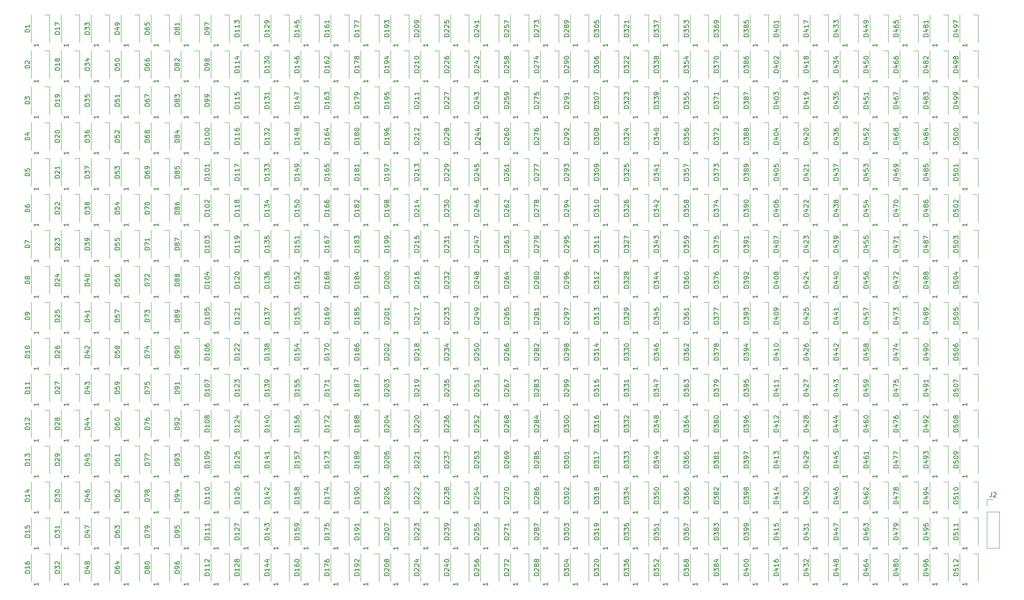
<source format=gbr>
G04 #@! TF.GenerationSoftware,KiCad,Pcbnew,(5.1.5-0-10_14)*
G04 #@! TF.CreationDate,2020-02-16T18:48:00-08:00*
G04 #@! TF.ProjectId,SpectrumAnayzerMini32,53706563-7472-4756-9d41-6e61797a6572,rev?*
G04 #@! TF.SameCoordinates,Original*
G04 #@! TF.FileFunction,Legend,Top*
G04 #@! TF.FilePolarity,Positive*
%FSLAX46Y46*%
G04 Gerber Fmt 4.6, Leading zero omitted, Abs format (unit mm)*
G04 Created by KiCad (PCBNEW (5.1.5-0-10_14)) date 2020-02-16 18:48:00*
%MOMM*%
%LPD*%
G04 APERTURE LIST*
%ADD10C,0.120000*%
%ADD11C,0.150000*%
G04 APERTURE END LIST*
D10*
X240605000Y-132655000D02*
X241935000Y-132655000D01*
X240605000Y-133985000D02*
X240605000Y-132655000D01*
X240605000Y-135255000D02*
X243265000Y-135255000D01*
X243265000Y-135255000D02*
X243265000Y-142935000D01*
X240605000Y-135255000D02*
X240605000Y-142935000D01*
X240605000Y-142935000D02*
X243265000Y-142935000D01*
X238805000Y-144116000D02*
X237730000Y-144116000D01*
X238805000Y-150016000D02*
X238805000Y-144116000D01*
X234905000Y-150016000D02*
X234905000Y-144116000D01*
X238805000Y-136496000D02*
X237730000Y-136496000D01*
X238805000Y-142396000D02*
X238805000Y-136496000D01*
X234905000Y-142396000D02*
X234905000Y-136496000D01*
X238805000Y-128876000D02*
X237730000Y-128876000D01*
X238805000Y-134776000D02*
X238805000Y-128876000D01*
X234905000Y-134776000D02*
X234905000Y-128876000D01*
X238805000Y-121256000D02*
X237730000Y-121256000D01*
X238805000Y-127156000D02*
X238805000Y-121256000D01*
X234905000Y-127156000D02*
X234905000Y-121256000D01*
X238805000Y-113636000D02*
X237730000Y-113636000D01*
X238805000Y-119536000D02*
X238805000Y-113636000D01*
X234905000Y-119536000D02*
X234905000Y-113636000D01*
X238805000Y-106016000D02*
X237730000Y-106016000D01*
X238805000Y-111916000D02*
X238805000Y-106016000D01*
X234905000Y-111916000D02*
X234905000Y-106016000D01*
X238805000Y-98396000D02*
X237730000Y-98396000D01*
X238805000Y-104296000D02*
X238805000Y-98396000D01*
X234905000Y-104296000D02*
X234905000Y-98396000D01*
X238805000Y-90776000D02*
X237730000Y-90776000D01*
X238805000Y-96676000D02*
X238805000Y-90776000D01*
X234905000Y-96676000D02*
X234905000Y-90776000D01*
X238805000Y-83156000D02*
X237730000Y-83156000D01*
X238805000Y-89056000D02*
X238805000Y-83156000D01*
X234905000Y-89056000D02*
X234905000Y-83156000D01*
X238805000Y-75536000D02*
X237730000Y-75536000D01*
X238805000Y-81436000D02*
X238805000Y-75536000D01*
X234905000Y-81436000D02*
X234905000Y-75536000D01*
X238805000Y-67916000D02*
X237730000Y-67916000D01*
X238805000Y-73816000D02*
X238805000Y-67916000D01*
X234905000Y-73816000D02*
X234905000Y-67916000D01*
X238805000Y-60296000D02*
X237730000Y-60296000D01*
X238805000Y-66196000D02*
X238805000Y-60296000D01*
X234905000Y-66196000D02*
X234905000Y-60296000D01*
X238805000Y-52676000D02*
X237730000Y-52676000D01*
X238805000Y-58576000D02*
X238805000Y-52676000D01*
X234905000Y-58576000D02*
X234905000Y-52676000D01*
X238805000Y-45056000D02*
X237730000Y-45056000D01*
X238805000Y-50956000D02*
X238805000Y-45056000D01*
X234905000Y-50956000D02*
X234905000Y-45056000D01*
X238805000Y-37436000D02*
X237730000Y-37436000D01*
X238805000Y-43336000D02*
X238805000Y-37436000D01*
X234905000Y-43336000D02*
X234905000Y-37436000D01*
X238805000Y-29816000D02*
X237730000Y-29816000D01*
X238805000Y-35716000D02*
X238805000Y-29816000D01*
X234905000Y-35716000D02*
X234905000Y-29816000D01*
X232455000Y-144116000D02*
X231380000Y-144116000D01*
X232455000Y-150016000D02*
X232455000Y-144116000D01*
X228555000Y-150016000D02*
X228555000Y-144116000D01*
X232455000Y-136496000D02*
X231380000Y-136496000D01*
X232455000Y-142396000D02*
X232455000Y-136496000D01*
X228555000Y-142396000D02*
X228555000Y-136496000D01*
X232455000Y-128876000D02*
X231380000Y-128876000D01*
X232455000Y-134776000D02*
X232455000Y-128876000D01*
X228555000Y-134776000D02*
X228555000Y-128876000D01*
X232455000Y-121256000D02*
X231380000Y-121256000D01*
X232455000Y-127156000D02*
X232455000Y-121256000D01*
X228555000Y-127156000D02*
X228555000Y-121256000D01*
X232455000Y-113636000D02*
X231380000Y-113636000D01*
X232455000Y-119536000D02*
X232455000Y-113636000D01*
X228555000Y-119536000D02*
X228555000Y-113636000D01*
X232455000Y-106016000D02*
X231380000Y-106016000D01*
X232455000Y-111916000D02*
X232455000Y-106016000D01*
X228555000Y-111916000D02*
X228555000Y-106016000D01*
X232455000Y-98396000D02*
X231380000Y-98396000D01*
X232455000Y-104296000D02*
X232455000Y-98396000D01*
X228555000Y-104296000D02*
X228555000Y-98396000D01*
X232455000Y-90776000D02*
X231380000Y-90776000D01*
X232455000Y-96676000D02*
X232455000Y-90776000D01*
X228555000Y-96676000D02*
X228555000Y-90776000D01*
X232455000Y-83156000D02*
X231380000Y-83156000D01*
X232455000Y-89056000D02*
X232455000Y-83156000D01*
X228555000Y-89056000D02*
X228555000Y-83156000D01*
X232455000Y-75536000D02*
X231380000Y-75536000D01*
X232455000Y-81436000D02*
X232455000Y-75536000D01*
X228555000Y-81436000D02*
X228555000Y-75536000D01*
X232455000Y-67916000D02*
X231380000Y-67916000D01*
X232455000Y-73816000D02*
X232455000Y-67916000D01*
X228555000Y-73816000D02*
X228555000Y-67916000D01*
X232455000Y-60296000D02*
X231380000Y-60296000D01*
X232455000Y-66196000D02*
X232455000Y-60296000D01*
X228555000Y-66196000D02*
X228555000Y-60296000D01*
X232455000Y-52676000D02*
X231380000Y-52676000D01*
X232455000Y-58576000D02*
X232455000Y-52676000D01*
X228555000Y-58576000D02*
X228555000Y-52676000D01*
X232455000Y-45056000D02*
X231380000Y-45056000D01*
X232455000Y-50956000D02*
X232455000Y-45056000D01*
X228555000Y-50956000D02*
X228555000Y-45056000D01*
X232455000Y-37436000D02*
X231380000Y-37436000D01*
X232455000Y-43336000D02*
X232455000Y-37436000D01*
X228555000Y-43336000D02*
X228555000Y-37436000D01*
X232455000Y-29816000D02*
X231380000Y-29816000D01*
X232455000Y-35716000D02*
X232455000Y-29816000D01*
X228555000Y-35716000D02*
X228555000Y-29816000D01*
X226105000Y-144116000D02*
X225030000Y-144116000D01*
X226105000Y-150016000D02*
X226105000Y-144116000D01*
X222205000Y-150016000D02*
X222205000Y-144116000D01*
X226105000Y-136496000D02*
X225030000Y-136496000D01*
X226105000Y-142396000D02*
X226105000Y-136496000D01*
X222205000Y-142396000D02*
X222205000Y-136496000D01*
X226105000Y-128876000D02*
X225030000Y-128876000D01*
X226105000Y-134776000D02*
X226105000Y-128876000D01*
X222205000Y-134776000D02*
X222205000Y-128876000D01*
X226105000Y-121256000D02*
X225030000Y-121256000D01*
X226105000Y-127156000D02*
X226105000Y-121256000D01*
X222205000Y-127156000D02*
X222205000Y-121256000D01*
X226105000Y-113636000D02*
X225030000Y-113636000D01*
X226105000Y-119536000D02*
X226105000Y-113636000D01*
X222205000Y-119536000D02*
X222205000Y-113636000D01*
X226105000Y-106016000D02*
X225030000Y-106016000D01*
X226105000Y-111916000D02*
X226105000Y-106016000D01*
X222205000Y-111916000D02*
X222205000Y-106016000D01*
X226105000Y-98396000D02*
X225030000Y-98396000D01*
X226105000Y-104296000D02*
X226105000Y-98396000D01*
X222205000Y-104296000D02*
X222205000Y-98396000D01*
X226105000Y-90776000D02*
X225030000Y-90776000D01*
X226105000Y-96676000D02*
X226105000Y-90776000D01*
X222205000Y-96676000D02*
X222205000Y-90776000D01*
X226105000Y-83156000D02*
X225030000Y-83156000D01*
X226105000Y-89056000D02*
X226105000Y-83156000D01*
X222205000Y-89056000D02*
X222205000Y-83156000D01*
X226105000Y-75536000D02*
X225030000Y-75536000D01*
X226105000Y-81436000D02*
X226105000Y-75536000D01*
X222205000Y-81436000D02*
X222205000Y-75536000D01*
X226105000Y-67916000D02*
X225030000Y-67916000D01*
X226105000Y-73816000D02*
X226105000Y-67916000D01*
X222205000Y-73816000D02*
X222205000Y-67916000D01*
X226105000Y-60296000D02*
X225030000Y-60296000D01*
X226105000Y-66196000D02*
X226105000Y-60296000D01*
X222205000Y-66196000D02*
X222205000Y-60296000D01*
X226105000Y-52676000D02*
X225030000Y-52676000D01*
X226105000Y-58576000D02*
X226105000Y-52676000D01*
X222205000Y-58576000D02*
X222205000Y-52676000D01*
X226105000Y-45056000D02*
X225030000Y-45056000D01*
X226105000Y-50956000D02*
X226105000Y-45056000D01*
X222205000Y-50956000D02*
X222205000Y-45056000D01*
X226105000Y-37436000D02*
X225030000Y-37436000D01*
X226105000Y-43336000D02*
X226105000Y-37436000D01*
X222205000Y-43336000D02*
X222205000Y-37436000D01*
X226105000Y-29816000D02*
X225030000Y-29816000D01*
X226105000Y-35716000D02*
X226105000Y-29816000D01*
X222205000Y-35716000D02*
X222205000Y-29816000D01*
X219755000Y-144116000D02*
X218680000Y-144116000D01*
X219755000Y-150016000D02*
X219755000Y-144116000D01*
X215855000Y-150016000D02*
X215855000Y-144116000D01*
X219755000Y-136496000D02*
X218680000Y-136496000D01*
X219755000Y-142396000D02*
X219755000Y-136496000D01*
X215855000Y-142396000D02*
X215855000Y-136496000D01*
X219755000Y-128876000D02*
X218680000Y-128876000D01*
X219755000Y-134776000D02*
X219755000Y-128876000D01*
X215855000Y-134776000D02*
X215855000Y-128876000D01*
X219755000Y-121256000D02*
X218680000Y-121256000D01*
X219755000Y-127156000D02*
X219755000Y-121256000D01*
X215855000Y-127156000D02*
X215855000Y-121256000D01*
X219755000Y-113636000D02*
X218680000Y-113636000D01*
X219755000Y-119536000D02*
X219755000Y-113636000D01*
X215855000Y-119536000D02*
X215855000Y-113636000D01*
X219755000Y-106016000D02*
X218680000Y-106016000D01*
X219755000Y-111916000D02*
X219755000Y-106016000D01*
X215855000Y-111916000D02*
X215855000Y-106016000D01*
X219755000Y-98396000D02*
X218680000Y-98396000D01*
X219755000Y-104296000D02*
X219755000Y-98396000D01*
X215855000Y-104296000D02*
X215855000Y-98396000D01*
X219755000Y-90776000D02*
X218680000Y-90776000D01*
X219755000Y-96676000D02*
X219755000Y-90776000D01*
X215855000Y-96676000D02*
X215855000Y-90776000D01*
X219755000Y-83156000D02*
X218680000Y-83156000D01*
X219755000Y-89056000D02*
X219755000Y-83156000D01*
X215855000Y-89056000D02*
X215855000Y-83156000D01*
X219755000Y-75536000D02*
X218680000Y-75536000D01*
X219755000Y-81436000D02*
X219755000Y-75536000D01*
X215855000Y-81436000D02*
X215855000Y-75536000D01*
X219755000Y-67916000D02*
X218680000Y-67916000D01*
X219755000Y-73816000D02*
X219755000Y-67916000D01*
X215855000Y-73816000D02*
X215855000Y-67916000D01*
X219755000Y-60296000D02*
X218680000Y-60296000D01*
X219755000Y-66196000D02*
X219755000Y-60296000D01*
X215855000Y-66196000D02*
X215855000Y-60296000D01*
X219755000Y-52676000D02*
X218680000Y-52676000D01*
X219755000Y-58576000D02*
X219755000Y-52676000D01*
X215855000Y-58576000D02*
X215855000Y-52676000D01*
X219755000Y-45056000D02*
X218680000Y-45056000D01*
X219755000Y-50956000D02*
X219755000Y-45056000D01*
X215855000Y-50956000D02*
X215855000Y-45056000D01*
X219755000Y-37436000D02*
X218680000Y-37436000D01*
X219755000Y-43336000D02*
X219755000Y-37436000D01*
X215855000Y-43336000D02*
X215855000Y-37436000D01*
X219755000Y-29816000D02*
X218680000Y-29816000D01*
X219755000Y-35716000D02*
X219755000Y-29816000D01*
X215855000Y-35716000D02*
X215855000Y-29816000D01*
X213405000Y-144116000D02*
X212330000Y-144116000D01*
X213405000Y-150016000D02*
X213405000Y-144116000D01*
X209505000Y-150016000D02*
X209505000Y-144116000D01*
X213405000Y-136496000D02*
X212330000Y-136496000D01*
X213405000Y-142396000D02*
X213405000Y-136496000D01*
X209505000Y-142396000D02*
X209505000Y-136496000D01*
X213405000Y-128876000D02*
X212330000Y-128876000D01*
X213405000Y-134776000D02*
X213405000Y-128876000D01*
X209505000Y-134776000D02*
X209505000Y-128876000D01*
X213405000Y-121256000D02*
X212330000Y-121256000D01*
X213405000Y-127156000D02*
X213405000Y-121256000D01*
X209505000Y-127156000D02*
X209505000Y-121256000D01*
X213345000Y-113636000D02*
X212270000Y-113636000D01*
X213345000Y-119536000D02*
X213345000Y-113636000D01*
X209445000Y-119536000D02*
X209445000Y-113636000D01*
X213405000Y-106016000D02*
X212330000Y-106016000D01*
X213405000Y-111916000D02*
X213405000Y-106016000D01*
X209505000Y-111916000D02*
X209505000Y-106016000D01*
X213405000Y-98396000D02*
X212330000Y-98396000D01*
X213405000Y-104296000D02*
X213405000Y-98396000D01*
X209505000Y-104296000D02*
X209505000Y-98396000D01*
X213405000Y-90776000D02*
X212330000Y-90776000D01*
X213405000Y-96676000D02*
X213405000Y-90776000D01*
X209505000Y-96676000D02*
X209505000Y-90776000D01*
X213405000Y-83156000D02*
X212330000Y-83156000D01*
X213405000Y-89056000D02*
X213405000Y-83156000D01*
X209505000Y-89056000D02*
X209505000Y-83156000D01*
X213405000Y-75536000D02*
X212330000Y-75536000D01*
X213405000Y-81436000D02*
X213405000Y-75536000D01*
X209505000Y-81436000D02*
X209505000Y-75536000D01*
X213405000Y-67916000D02*
X212330000Y-67916000D01*
X213405000Y-73816000D02*
X213405000Y-67916000D01*
X209505000Y-73816000D02*
X209505000Y-67916000D01*
X213405000Y-60296000D02*
X212330000Y-60296000D01*
X213405000Y-66196000D02*
X213405000Y-60296000D01*
X209505000Y-66196000D02*
X209505000Y-60296000D01*
X213405000Y-52676000D02*
X212330000Y-52676000D01*
X213405000Y-58576000D02*
X213405000Y-52676000D01*
X209505000Y-58576000D02*
X209505000Y-52676000D01*
X213405000Y-45056000D02*
X212330000Y-45056000D01*
X213405000Y-50956000D02*
X213405000Y-45056000D01*
X209505000Y-50956000D02*
X209505000Y-45056000D01*
X213405000Y-37436000D02*
X212330000Y-37436000D01*
X213405000Y-43336000D02*
X213405000Y-37436000D01*
X209505000Y-43336000D02*
X209505000Y-37436000D01*
X213405000Y-29816000D02*
X212330000Y-29816000D01*
X213405000Y-35716000D02*
X213405000Y-29816000D01*
X209505000Y-35716000D02*
X209505000Y-29816000D01*
X207055000Y-144116000D02*
X205980000Y-144116000D01*
X207055000Y-150016000D02*
X207055000Y-144116000D01*
X203155000Y-150016000D02*
X203155000Y-144116000D01*
X207055000Y-136496000D02*
X205980000Y-136496000D01*
X207055000Y-142396000D02*
X207055000Y-136496000D01*
X203155000Y-142396000D02*
X203155000Y-136496000D01*
X207055000Y-128876000D02*
X205980000Y-128876000D01*
X207055000Y-134776000D02*
X207055000Y-128876000D01*
X203155000Y-134776000D02*
X203155000Y-128876000D01*
X207055000Y-121256000D02*
X205980000Y-121256000D01*
X207055000Y-127156000D02*
X207055000Y-121256000D01*
X203155000Y-127156000D02*
X203155000Y-121256000D01*
X207055000Y-113636000D02*
X205980000Y-113636000D01*
X207055000Y-119536000D02*
X207055000Y-113636000D01*
X203155000Y-119536000D02*
X203155000Y-113636000D01*
X207055000Y-106016000D02*
X205980000Y-106016000D01*
X207055000Y-111916000D02*
X207055000Y-106016000D01*
X203155000Y-111916000D02*
X203155000Y-106016000D01*
X207055000Y-98396000D02*
X205980000Y-98396000D01*
X207055000Y-104296000D02*
X207055000Y-98396000D01*
X203155000Y-104296000D02*
X203155000Y-98396000D01*
X207055000Y-90776000D02*
X205980000Y-90776000D01*
X207055000Y-96676000D02*
X207055000Y-90776000D01*
X203155000Y-96676000D02*
X203155000Y-90776000D01*
X207055000Y-83156000D02*
X205980000Y-83156000D01*
X207055000Y-89056000D02*
X207055000Y-83156000D01*
X203155000Y-89056000D02*
X203155000Y-83156000D01*
X207055000Y-75536000D02*
X205980000Y-75536000D01*
X207055000Y-81436000D02*
X207055000Y-75536000D01*
X203155000Y-81436000D02*
X203155000Y-75536000D01*
X207055000Y-67916000D02*
X205980000Y-67916000D01*
X207055000Y-73816000D02*
X207055000Y-67916000D01*
X203155000Y-73816000D02*
X203155000Y-67916000D01*
X207055000Y-60296000D02*
X205980000Y-60296000D01*
X207055000Y-66196000D02*
X207055000Y-60296000D01*
X203155000Y-66196000D02*
X203155000Y-60296000D01*
X207055000Y-52676000D02*
X205980000Y-52676000D01*
X207055000Y-58576000D02*
X207055000Y-52676000D01*
X203155000Y-58576000D02*
X203155000Y-52676000D01*
X207055000Y-45056000D02*
X205980000Y-45056000D01*
X207055000Y-50956000D02*
X207055000Y-45056000D01*
X203155000Y-50956000D02*
X203155000Y-45056000D01*
X207055000Y-37436000D02*
X205980000Y-37436000D01*
X207055000Y-43336000D02*
X207055000Y-37436000D01*
X203155000Y-43336000D02*
X203155000Y-37436000D01*
X207055000Y-29816000D02*
X205980000Y-29816000D01*
X207055000Y-35716000D02*
X207055000Y-29816000D01*
X203155000Y-35716000D02*
X203155000Y-29816000D01*
X200705000Y-144116000D02*
X199630000Y-144116000D01*
X200705000Y-150016000D02*
X200705000Y-144116000D01*
X196805000Y-150016000D02*
X196805000Y-144116000D01*
X200705000Y-136496000D02*
X199630000Y-136496000D01*
X200705000Y-142396000D02*
X200705000Y-136496000D01*
X196805000Y-142396000D02*
X196805000Y-136496000D01*
X200705000Y-128876000D02*
X199630000Y-128876000D01*
X200705000Y-134776000D02*
X200705000Y-128876000D01*
X196805000Y-134776000D02*
X196805000Y-128876000D01*
X200705000Y-121256000D02*
X199630000Y-121256000D01*
X200705000Y-127156000D02*
X200705000Y-121256000D01*
X196805000Y-127156000D02*
X196805000Y-121256000D01*
X200705000Y-113636000D02*
X199630000Y-113636000D01*
X200705000Y-119536000D02*
X200705000Y-113636000D01*
X196805000Y-119536000D02*
X196805000Y-113636000D01*
X200705000Y-106016000D02*
X199630000Y-106016000D01*
X200705000Y-111916000D02*
X200705000Y-106016000D01*
X196805000Y-111916000D02*
X196805000Y-106016000D01*
X200705000Y-98396000D02*
X199630000Y-98396000D01*
X200705000Y-104296000D02*
X200705000Y-98396000D01*
X196805000Y-104296000D02*
X196805000Y-98396000D01*
X200705000Y-90776000D02*
X199630000Y-90776000D01*
X200705000Y-96676000D02*
X200705000Y-90776000D01*
X196805000Y-96676000D02*
X196805000Y-90776000D01*
X200705000Y-83156000D02*
X199630000Y-83156000D01*
X200705000Y-89056000D02*
X200705000Y-83156000D01*
X196805000Y-89056000D02*
X196805000Y-83156000D01*
X200705000Y-75536000D02*
X199630000Y-75536000D01*
X200705000Y-81436000D02*
X200705000Y-75536000D01*
X196805000Y-81436000D02*
X196805000Y-75536000D01*
X200705000Y-67916000D02*
X199630000Y-67916000D01*
X200705000Y-73816000D02*
X200705000Y-67916000D01*
X196805000Y-73816000D02*
X196805000Y-67916000D01*
X200705000Y-60296000D02*
X199630000Y-60296000D01*
X200705000Y-66196000D02*
X200705000Y-60296000D01*
X196805000Y-66196000D02*
X196805000Y-60296000D01*
X200705000Y-52676000D02*
X199630000Y-52676000D01*
X200705000Y-58576000D02*
X200705000Y-52676000D01*
X196805000Y-58576000D02*
X196805000Y-52676000D01*
X200705000Y-45056000D02*
X199630000Y-45056000D01*
X200705000Y-50956000D02*
X200705000Y-45056000D01*
X196805000Y-50956000D02*
X196805000Y-45056000D01*
X200705000Y-37436000D02*
X199630000Y-37436000D01*
X200705000Y-43336000D02*
X200705000Y-37436000D01*
X196805000Y-43336000D02*
X196805000Y-37436000D01*
X200705000Y-29816000D02*
X199630000Y-29816000D01*
X200705000Y-35716000D02*
X200705000Y-29816000D01*
X196805000Y-35716000D02*
X196805000Y-29816000D01*
X194355000Y-144116000D02*
X193280000Y-144116000D01*
X194355000Y-150016000D02*
X194355000Y-144116000D01*
X190455000Y-150016000D02*
X190455000Y-144116000D01*
X194355000Y-136496000D02*
X193280000Y-136496000D01*
X194355000Y-142396000D02*
X194355000Y-136496000D01*
X190455000Y-142396000D02*
X190455000Y-136496000D01*
X194355000Y-128876000D02*
X193280000Y-128876000D01*
X194355000Y-134776000D02*
X194355000Y-128876000D01*
X190455000Y-134776000D02*
X190455000Y-128876000D01*
X194355000Y-121256000D02*
X193280000Y-121256000D01*
X194355000Y-127156000D02*
X194355000Y-121256000D01*
X190455000Y-127156000D02*
X190455000Y-121256000D01*
X194355000Y-113636000D02*
X193280000Y-113636000D01*
X194355000Y-119536000D02*
X194355000Y-113636000D01*
X190455000Y-119536000D02*
X190455000Y-113636000D01*
X194355000Y-106016000D02*
X193280000Y-106016000D01*
X194355000Y-111916000D02*
X194355000Y-106016000D01*
X190455000Y-111916000D02*
X190455000Y-106016000D01*
X194355000Y-98396000D02*
X193280000Y-98396000D01*
X194355000Y-104296000D02*
X194355000Y-98396000D01*
X190455000Y-104296000D02*
X190455000Y-98396000D01*
X194355000Y-90776000D02*
X193280000Y-90776000D01*
X194355000Y-96676000D02*
X194355000Y-90776000D01*
X190455000Y-96676000D02*
X190455000Y-90776000D01*
X194355000Y-83156000D02*
X193280000Y-83156000D01*
X194355000Y-89056000D02*
X194355000Y-83156000D01*
X190455000Y-89056000D02*
X190455000Y-83156000D01*
X194355000Y-75536000D02*
X193280000Y-75536000D01*
X194355000Y-81436000D02*
X194355000Y-75536000D01*
X190455000Y-81436000D02*
X190455000Y-75536000D01*
X194355000Y-67916000D02*
X193280000Y-67916000D01*
X194355000Y-73816000D02*
X194355000Y-67916000D01*
X190455000Y-73816000D02*
X190455000Y-67916000D01*
X194355000Y-60296000D02*
X193280000Y-60296000D01*
X194355000Y-66196000D02*
X194355000Y-60296000D01*
X190455000Y-66196000D02*
X190455000Y-60296000D01*
X194355000Y-52676000D02*
X193280000Y-52676000D01*
X194355000Y-58576000D02*
X194355000Y-52676000D01*
X190455000Y-58576000D02*
X190455000Y-52676000D01*
X194355000Y-45056000D02*
X193280000Y-45056000D01*
X194355000Y-50956000D02*
X194355000Y-45056000D01*
X190455000Y-50956000D02*
X190455000Y-45056000D01*
X194355000Y-37436000D02*
X193280000Y-37436000D01*
X194355000Y-43336000D02*
X194355000Y-37436000D01*
X190455000Y-43336000D02*
X190455000Y-37436000D01*
X194355000Y-29816000D02*
X193280000Y-29816000D01*
X194355000Y-35716000D02*
X194355000Y-29816000D01*
X190455000Y-35716000D02*
X190455000Y-29816000D01*
X188005000Y-144116000D02*
X186930000Y-144116000D01*
X188005000Y-150016000D02*
X188005000Y-144116000D01*
X184105000Y-150016000D02*
X184105000Y-144116000D01*
X188005000Y-136496000D02*
X186930000Y-136496000D01*
X188005000Y-142396000D02*
X188005000Y-136496000D01*
X184105000Y-142396000D02*
X184105000Y-136496000D01*
X188005000Y-128876000D02*
X186930000Y-128876000D01*
X188005000Y-134776000D02*
X188005000Y-128876000D01*
X184105000Y-134776000D02*
X184105000Y-128876000D01*
X188005000Y-121256000D02*
X186930000Y-121256000D01*
X188005000Y-127156000D02*
X188005000Y-121256000D01*
X184105000Y-127156000D02*
X184105000Y-121256000D01*
X188005000Y-113636000D02*
X186930000Y-113636000D01*
X188005000Y-119536000D02*
X188005000Y-113636000D01*
X184105000Y-119536000D02*
X184105000Y-113636000D01*
X188005000Y-106016000D02*
X186930000Y-106016000D01*
X188005000Y-111916000D02*
X188005000Y-106016000D01*
X184105000Y-111916000D02*
X184105000Y-106016000D01*
X188005000Y-98396000D02*
X186930000Y-98396000D01*
X188005000Y-104296000D02*
X188005000Y-98396000D01*
X184105000Y-104296000D02*
X184105000Y-98396000D01*
X188005000Y-90776000D02*
X186930000Y-90776000D01*
X188005000Y-96676000D02*
X188005000Y-90776000D01*
X184105000Y-96676000D02*
X184105000Y-90776000D01*
X188005000Y-83156000D02*
X186930000Y-83156000D01*
X188005000Y-89056000D02*
X188005000Y-83156000D01*
X184105000Y-89056000D02*
X184105000Y-83156000D01*
X188005000Y-75536000D02*
X186930000Y-75536000D01*
X188005000Y-81436000D02*
X188005000Y-75536000D01*
X184105000Y-81436000D02*
X184105000Y-75536000D01*
X188005000Y-67916000D02*
X186930000Y-67916000D01*
X188005000Y-73816000D02*
X188005000Y-67916000D01*
X184105000Y-73816000D02*
X184105000Y-67916000D01*
X188005000Y-60296000D02*
X186930000Y-60296000D01*
X188005000Y-66196000D02*
X188005000Y-60296000D01*
X184105000Y-66196000D02*
X184105000Y-60296000D01*
X188005000Y-52676000D02*
X186930000Y-52676000D01*
X188005000Y-58576000D02*
X188005000Y-52676000D01*
X184105000Y-58576000D02*
X184105000Y-52676000D01*
X188005000Y-45056000D02*
X186930000Y-45056000D01*
X188005000Y-50956000D02*
X188005000Y-45056000D01*
X184105000Y-50956000D02*
X184105000Y-45056000D01*
X188005000Y-37436000D02*
X186930000Y-37436000D01*
X188005000Y-43336000D02*
X188005000Y-37436000D01*
X184105000Y-43336000D02*
X184105000Y-37436000D01*
X188005000Y-29816000D02*
X186930000Y-29816000D01*
X188005000Y-35716000D02*
X188005000Y-29816000D01*
X184105000Y-35716000D02*
X184105000Y-29816000D01*
X181655000Y-144116000D02*
X180580000Y-144116000D01*
X181655000Y-150016000D02*
X181655000Y-144116000D01*
X177755000Y-150016000D02*
X177755000Y-144116000D01*
X181655000Y-136496000D02*
X180580000Y-136496000D01*
X181655000Y-142396000D02*
X181655000Y-136496000D01*
X177755000Y-142396000D02*
X177755000Y-136496000D01*
X181655000Y-128876000D02*
X180580000Y-128876000D01*
X181655000Y-134776000D02*
X181655000Y-128876000D01*
X177755000Y-134776000D02*
X177755000Y-128876000D01*
X181655000Y-121256000D02*
X180580000Y-121256000D01*
X181655000Y-127156000D02*
X181655000Y-121256000D01*
X177755000Y-127156000D02*
X177755000Y-121256000D01*
X181655000Y-113636000D02*
X180580000Y-113636000D01*
X181655000Y-119536000D02*
X181655000Y-113636000D01*
X177755000Y-119536000D02*
X177755000Y-113636000D01*
X181655000Y-106016000D02*
X180580000Y-106016000D01*
X181655000Y-111916000D02*
X181655000Y-106016000D01*
X177755000Y-111916000D02*
X177755000Y-106016000D01*
X181655000Y-98396000D02*
X180580000Y-98396000D01*
X181655000Y-104296000D02*
X181655000Y-98396000D01*
X177755000Y-104296000D02*
X177755000Y-98396000D01*
X181655000Y-90776000D02*
X180580000Y-90776000D01*
X181655000Y-96676000D02*
X181655000Y-90776000D01*
X177755000Y-96676000D02*
X177755000Y-90776000D01*
X181655000Y-83156000D02*
X180580000Y-83156000D01*
X181655000Y-89056000D02*
X181655000Y-83156000D01*
X177755000Y-89056000D02*
X177755000Y-83156000D01*
X181655000Y-75536000D02*
X180580000Y-75536000D01*
X181655000Y-81436000D02*
X181655000Y-75536000D01*
X177755000Y-81436000D02*
X177755000Y-75536000D01*
X181655000Y-67916000D02*
X180580000Y-67916000D01*
X181655000Y-73816000D02*
X181655000Y-67916000D01*
X177755000Y-73816000D02*
X177755000Y-67916000D01*
X181655000Y-60296000D02*
X180580000Y-60296000D01*
X181655000Y-66196000D02*
X181655000Y-60296000D01*
X177755000Y-66196000D02*
X177755000Y-60296000D01*
X181655000Y-52676000D02*
X180580000Y-52676000D01*
X181655000Y-58576000D02*
X181655000Y-52676000D01*
X177755000Y-58576000D02*
X177755000Y-52676000D01*
X181655000Y-45056000D02*
X180580000Y-45056000D01*
X181655000Y-50956000D02*
X181655000Y-45056000D01*
X177755000Y-50956000D02*
X177755000Y-45056000D01*
X181655000Y-37436000D02*
X180580000Y-37436000D01*
X181655000Y-43336000D02*
X181655000Y-37436000D01*
X177755000Y-43336000D02*
X177755000Y-37436000D01*
X181655000Y-29816000D02*
X180580000Y-29816000D01*
X181655000Y-35716000D02*
X181655000Y-29816000D01*
X177755000Y-35716000D02*
X177755000Y-29816000D01*
X175305000Y-144116000D02*
X174230000Y-144116000D01*
X175305000Y-150016000D02*
X175305000Y-144116000D01*
X171405000Y-150016000D02*
X171405000Y-144116000D01*
X175305000Y-136496000D02*
X174230000Y-136496000D01*
X175305000Y-142396000D02*
X175305000Y-136496000D01*
X171405000Y-142396000D02*
X171405000Y-136496000D01*
X175305000Y-128876000D02*
X174230000Y-128876000D01*
X175305000Y-134776000D02*
X175305000Y-128876000D01*
X171405000Y-134776000D02*
X171405000Y-128876000D01*
X175305000Y-121256000D02*
X174230000Y-121256000D01*
X175305000Y-127156000D02*
X175305000Y-121256000D01*
X171405000Y-127156000D02*
X171405000Y-121256000D01*
X175305000Y-113636000D02*
X174230000Y-113636000D01*
X175305000Y-119536000D02*
X175305000Y-113636000D01*
X171405000Y-119536000D02*
X171405000Y-113636000D01*
X175305000Y-106016000D02*
X174230000Y-106016000D01*
X175305000Y-111916000D02*
X175305000Y-106016000D01*
X171405000Y-111916000D02*
X171405000Y-106016000D01*
X175305000Y-98396000D02*
X174230000Y-98396000D01*
X175305000Y-104296000D02*
X175305000Y-98396000D01*
X171405000Y-104296000D02*
X171405000Y-98396000D01*
X175305000Y-90776000D02*
X174230000Y-90776000D01*
X175305000Y-96676000D02*
X175305000Y-90776000D01*
X171405000Y-96676000D02*
X171405000Y-90776000D01*
X175305000Y-83156000D02*
X174230000Y-83156000D01*
X175305000Y-89056000D02*
X175305000Y-83156000D01*
X171405000Y-89056000D02*
X171405000Y-83156000D01*
X175305000Y-75536000D02*
X174230000Y-75536000D01*
X175305000Y-81436000D02*
X175305000Y-75536000D01*
X171405000Y-81436000D02*
X171405000Y-75536000D01*
X175305000Y-67916000D02*
X174230000Y-67916000D01*
X175305000Y-73816000D02*
X175305000Y-67916000D01*
X171405000Y-73816000D02*
X171405000Y-67916000D01*
X175305000Y-60296000D02*
X174230000Y-60296000D01*
X175305000Y-66196000D02*
X175305000Y-60296000D01*
X171405000Y-66196000D02*
X171405000Y-60296000D01*
X175305000Y-52676000D02*
X174230000Y-52676000D01*
X175305000Y-58576000D02*
X175305000Y-52676000D01*
X171405000Y-58576000D02*
X171405000Y-52676000D01*
X175305000Y-45056000D02*
X174230000Y-45056000D01*
X175305000Y-50956000D02*
X175305000Y-45056000D01*
X171405000Y-50956000D02*
X171405000Y-45056000D01*
X175305000Y-37436000D02*
X174230000Y-37436000D01*
X175305000Y-43336000D02*
X175305000Y-37436000D01*
X171405000Y-43336000D02*
X171405000Y-37436000D01*
X175305000Y-29816000D02*
X174230000Y-29816000D01*
X175305000Y-35716000D02*
X175305000Y-29816000D01*
X171405000Y-35716000D02*
X171405000Y-29816000D01*
X168955000Y-144116000D02*
X167880000Y-144116000D01*
X168955000Y-150016000D02*
X168955000Y-144116000D01*
X165055000Y-150016000D02*
X165055000Y-144116000D01*
X168955000Y-136496000D02*
X167880000Y-136496000D01*
X168955000Y-142396000D02*
X168955000Y-136496000D01*
X165055000Y-142396000D02*
X165055000Y-136496000D01*
X168955000Y-128876000D02*
X167880000Y-128876000D01*
X168955000Y-134776000D02*
X168955000Y-128876000D01*
X165055000Y-134776000D02*
X165055000Y-128876000D01*
X168955000Y-121256000D02*
X167880000Y-121256000D01*
X168955000Y-127156000D02*
X168955000Y-121256000D01*
X165055000Y-127156000D02*
X165055000Y-121256000D01*
X168955000Y-113636000D02*
X167880000Y-113636000D01*
X168955000Y-119536000D02*
X168955000Y-113636000D01*
X165055000Y-119536000D02*
X165055000Y-113636000D01*
X168955000Y-106016000D02*
X167880000Y-106016000D01*
X168955000Y-111916000D02*
X168955000Y-106016000D01*
X165055000Y-111916000D02*
X165055000Y-106016000D01*
X168955000Y-98396000D02*
X167880000Y-98396000D01*
X168955000Y-104296000D02*
X168955000Y-98396000D01*
X165055000Y-104296000D02*
X165055000Y-98396000D01*
X168955000Y-90776000D02*
X167880000Y-90776000D01*
X168955000Y-96676000D02*
X168955000Y-90776000D01*
X165055000Y-96676000D02*
X165055000Y-90776000D01*
X168955000Y-83156000D02*
X167880000Y-83156000D01*
X168955000Y-89056000D02*
X168955000Y-83156000D01*
X165055000Y-89056000D02*
X165055000Y-83156000D01*
X168955000Y-75536000D02*
X167880000Y-75536000D01*
X168955000Y-81436000D02*
X168955000Y-75536000D01*
X165055000Y-81436000D02*
X165055000Y-75536000D01*
X168955000Y-67916000D02*
X167880000Y-67916000D01*
X168955000Y-73816000D02*
X168955000Y-67916000D01*
X165055000Y-73816000D02*
X165055000Y-67916000D01*
X168955000Y-60296000D02*
X167880000Y-60296000D01*
X168955000Y-66196000D02*
X168955000Y-60296000D01*
X165055000Y-66196000D02*
X165055000Y-60296000D01*
X168955000Y-52676000D02*
X167880000Y-52676000D01*
X168955000Y-58576000D02*
X168955000Y-52676000D01*
X165055000Y-58576000D02*
X165055000Y-52676000D01*
X168955000Y-45056000D02*
X167880000Y-45056000D01*
X168955000Y-50956000D02*
X168955000Y-45056000D01*
X165055000Y-50956000D02*
X165055000Y-45056000D01*
X168955000Y-37436000D02*
X167880000Y-37436000D01*
X168955000Y-43336000D02*
X168955000Y-37436000D01*
X165055000Y-43336000D02*
X165055000Y-37436000D01*
X168955000Y-29816000D02*
X167880000Y-29816000D01*
X168955000Y-35716000D02*
X168955000Y-29816000D01*
X165055000Y-35716000D02*
X165055000Y-29816000D01*
X162605000Y-144116000D02*
X161530000Y-144116000D01*
X162605000Y-150016000D02*
X162605000Y-144116000D01*
X158705000Y-150016000D02*
X158705000Y-144116000D01*
X162605000Y-136496000D02*
X161530000Y-136496000D01*
X162605000Y-142396000D02*
X162605000Y-136496000D01*
X158705000Y-142396000D02*
X158705000Y-136496000D01*
X162605000Y-128876000D02*
X161530000Y-128876000D01*
X162605000Y-134776000D02*
X162605000Y-128876000D01*
X158705000Y-134776000D02*
X158705000Y-128876000D01*
X162605000Y-121256000D02*
X161530000Y-121256000D01*
X162605000Y-127156000D02*
X162605000Y-121256000D01*
X158705000Y-127156000D02*
X158705000Y-121256000D01*
X162605000Y-113636000D02*
X161530000Y-113636000D01*
X162605000Y-119536000D02*
X162605000Y-113636000D01*
X158705000Y-119536000D02*
X158705000Y-113636000D01*
X162605000Y-106016000D02*
X161530000Y-106016000D01*
X162605000Y-111916000D02*
X162605000Y-106016000D01*
X158705000Y-111916000D02*
X158705000Y-106016000D01*
X162605000Y-98396000D02*
X161530000Y-98396000D01*
X162605000Y-104296000D02*
X162605000Y-98396000D01*
X158705000Y-104296000D02*
X158705000Y-98396000D01*
X162605000Y-90776000D02*
X161530000Y-90776000D01*
X162605000Y-96676000D02*
X162605000Y-90776000D01*
X158705000Y-96676000D02*
X158705000Y-90776000D01*
X162605000Y-83156000D02*
X161530000Y-83156000D01*
X162605000Y-89056000D02*
X162605000Y-83156000D01*
X158705000Y-89056000D02*
X158705000Y-83156000D01*
X162605000Y-75536000D02*
X161530000Y-75536000D01*
X162605000Y-81436000D02*
X162605000Y-75536000D01*
X158705000Y-81436000D02*
X158705000Y-75536000D01*
X162605000Y-67916000D02*
X161530000Y-67916000D01*
X162605000Y-73816000D02*
X162605000Y-67916000D01*
X158705000Y-73816000D02*
X158705000Y-67916000D01*
X162605000Y-60296000D02*
X161530000Y-60296000D01*
X162605000Y-66196000D02*
X162605000Y-60296000D01*
X158705000Y-66196000D02*
X158705000Y-60296000D01*
X162605000Y-52676000D02*
X161530000Y-52676000D01*
X162605000Y-58576000D02*
X162605000Y-52676000D01*
X158705000Y-58576000D02*
X158705000Y-52676000D01*
X162605000Y-45056000D02*
X161530000Y-45056000D01*
X162605000Y-50956000D02*
X162605000Y-45056000D01*
X158705000Y-50956000D02*
X158705000Y-45056000D01*
X162605000Y-37436000D02*
X161530000Y-37436000D01*
X162605000Y-43336000D02*
X162605000Y-37436000D01*
X158705000Y-43336000D02*
X158705000Y-37436000D01*
X162605000Y-29816000D02*
X161530000Y-29816000D01*
X162605000Y-35716000D02*
X162605000Y-29816000D01*
X158705000Y-35716000D02*
X158705000Y-29816000D01*
X156255000Y-144116000D02*
X155180000Y-144116000D01*
X156255000Y-150016000D02*
X156255000Y-144116000D01*
X152355000Y-150016000D02*
X152355000Y-144116000D01*
X156255000Y-136496000D02*
X155180000Y-136496000D01*
X156255000Y-142396000D02*
X156255000Y-136496000D01*
X152355000Y-142396000D02*
X152355000Y-136496000D01*
X156255000Y-128876000D02*
X155180000Y-128876000D01*
X156255000Y-134776000D02*
X156255000Y-128876000D01*
X152355000Y-134776000D02*
X152355000Y-128876000D01*
X156255000Y-121256000D02*
X155180000Y-121256000D01*
X156255000Y-127156000D02*
X156255000Y-121256000D01*
X152355000Y-127156000D02*
X152355000Y-121256000D01*
X156255000Y-113636000D02*
X155180000Y-113636000D01*
X156255000Y-119536000D02*
X156255000Y-113636000D01*
X152355000Y-119536000D02*
X152355000Y-113636000D01*
X156255000Y-106016000D02*
X155180000Y-106016000D01*
X156255000Y-111916000D02*
X156255000Y-106016000D01*
X152355000Y-111916000D02*
X152355000Y-106016000D01*
X156255000Y-98396000D02*
X155180000Y-98396000D01*
X156255000Y-104296000D02*
X156255000Y-98396000D01*
X152355000Y-104296000D02*
X152355000Y-98396000D01*
X156255000Y-90776000D02*
X155180000Y-90776000D01*
X156255000Y-96676000D02*
X156255000Y-90776000D01*
X152355000Y-96676000D02*
X152355000Y-90776000D01*
X156255000Y-83156000D02*
X155180000Y-83156000D01*
X156255000Y-89056000D02*
X156255000Y-83156000D01*
X152355000Y-89056000D02*
X152355000Y-83156000D01*
X156255000Y-75536000D02*
X155180000Y-75536000D01*
X156255000Y-81436000D02*
X156255000Y-75536000D01*
X152355000Y-81436000D02*
X152355000Y-75536000D01*
X156255000Y-67916000D02*
X155180000Y-67916000D01*
X156255000Y-73816000D02*
X156255000Y-67916000D01*
X152355000Y-73816000D02*
X152355000Y-67916000D01*
X156255000Y-60296000D02*
X155180000Y-60296000D01*
X156255000Y-66196000D02*
X156255000Y-60296000D01*
X152355000Y-66196000D02*
X152355000Y-60296000D01*
X156255000Y-52676000D02*
X155180000Y-52676000D01*
X156255000Y-58576000D02*
X156255000Y-52676000D01*
X152355000Y-58576000D02*
X152355000Y-52676000D01*
X156255000Y-45056000D02*
X155180000Y-45056000D01*
X156255000Y-50956000D02*
X156255000Y-45056000D01*
X152355000Y-50956000D02*
X152355000Y-45056000D01*
X156255000Y-37436000D02*
X155180000Y-37436000D01*
X156255000Y-43336000D02*
X156255000Y-37436000D01*
X152355000Y-43336000D02*
X152355000Y-37436000D01*
X156255000Y-29816000D02*
X155180000Y-29816000D01*
X156255000Y-35716000D02*
X156255000Y-29816000D01*
X152355000Y-35716000D02*
X152355000Y-29816000D01*
X149905000Y-144116000D02*
X148830000Y-144116000D01*
X149905000Y-150016000D02*
X149905000Y-144116000D01*
X146005000Y-150016000D02*
X146005000Y-144116000D01*
X149905000Y-136496000D02*
X148830000Y-136496000D01*
X149905000Y-142396000D02*
X149905000Y-136496000D01*
X146005000Y-142396000D02*
X146005000Y-136496000D01*
X149905000Y-128876000D02*
X148830000Y-128876000D01*
X149905000Y-134776000D02*
X149905000Y-128876000D01*
X146005000Y-134776000D02*
X146005000Y-128876000D01*
X149905000Y-121256000D02*
X148830000Y-121256000D01*
X149905000Y-127156000D02*
X149905000Y-121256000D01*
X146005000Y-127156000D02*
X146005000Y-121256000D01*
X149905000Y-113636000D02*
X148830000Y-113636000D01*
X149905000Y-119536000D02*
X149905000Y-113636000D01*
X146005000Y-119536000D02*
X146005000Y-113636000D01*
X149905000Y-106016000D02*
X148830000Y-106016000D01*
X149905000Y-111916000D02*
X149905000Y-106016000D01*
X146005000Y-111916000D02*
X146005000Y-106016000D01*
X149905000Y-98396000D02*
X148830000Y-98396000D01*
X149905000Y-104296000D02*
X149905000Y-98396000D01*
X146005000Y-104296000D02*
X146005000Y-98396000D01*
X149905000Y-90776000D02*
X148830000Y-90776000D01*
X149905000Y-96676000D02*
X149905000Y-90776000D01*
X146005000Y-96676000D02*
X146005000Y-90776000D01*
X149905000Y-83156000D02*
X148830000Y-83156000D01*
X149905000Y-89056000D02*
X149905000Y-83156000D01*
X146005000Y-89056000D02*
X146005000Y-83156000D01*
X149905000Y-75536000D02*
X148830000Y-75536000D01*
X149905000Y-81436000D02*
X149905000Y-75536000D01*
X146005000Y-81436000D02*
X146005000Y-75536000D01*
X149905000Y-67916000D02*
X148830000Y-67916000D01*
X149905000Y-73816000D02*
X149905000Y-67916000D01*
X146005000Y-73816000D02*
X146005000Y-67916000D01*
X149905000Y-60296000D02*
X148830000Y-60296000D01*
X149905000Y-66196000D02*
X149905000Y-60296000D01*
X146005000Y-66196000D02*
X146005000Y-60296000D01*
X149905000Y-52676000D02*
X148830000Y-52676000D01*
X149905000Y-58576000D02*
X149905000Y-52676000D01*
X146005000Y-58576000D02*
X146005000Y-52676000D01*
X149905000Y-45056000D02*
X148830000Y-45056000D01*
X149905000Y-50956000D02*
X149905000Y-45056000D01*
X146005000Y-50956000D02*
X146005000Y-45056000D01*
X149905000Y-37436000D02*
X148830000Y-37436000D01*
X149905000Y-43336000D02*
X149905000Y-37436000D01*
X146005000Y-43336000D02*
X146005000Y-37436000D01*
X149905000Y-29816000D02*
X148830000Y-29816000D01*
X149905000Y-35716000D02*
X149905000Y-29816000D01*
X146005000Y-35716000D02*
X146005000Y-29816000D01*
X143555000Y-144116000D02*
X142480000Y-144116000D01*
X143555000Y-150016000D02*
X143555000Y-144116000D01*
X139655000Y-150016000D02*
X139655000Y-144116000D01*
X143555000Y-136496000D02*
X142480000Y-136496000D01*
X143555000Y-142396000D02*
X143555000Y-136496000D01*
X139655000Y-142396000D02*
X139655000Y-136496000D01*
X143555000Y-128876000D02*
X142480000Y-128876000D01*
X143555000Y-134776000D02*
X143555000Y-128876000D01*
X139655000Y-134776000D02*
X139655000Y-128876000D01*
X143555000Y-121256000D02*
X142480000Y-121256000D01*
X143555000Y-127156000D02*
X143555000Y-121256000D01*
X139655000Y-127156000D02*
X139655000Y-121256000D01*
X143555000Y-113636000D02*
X142480000Y-113636000D01*
X143555000Y-119536000D02*
X143555000Y-113636000D01*
X139655000Y-119536000D02*
X139655000Y-113636000D01*
X143555000Y-106016000D02*
X142480000Y-106016000D01*
X143555000Y-111916000D02*
X143555000Y-106016000D01*
X139655000Y-111916000D02*
X139655000Y-106016000D01*
X143555000Y-98396000D02*
X142480000Y-98396000D01*
X143555000Y-104296000D02*
X143555000Y-98396000D01*
X139655000Y-104296000D02*
X139655000Y-98396000D01*
X143555000Y-90776000D02*
X142480000Y-90776000D01*
X143555000Y-96676000D02*
X143555000Y-90776000D01*
X139655000Y-96676000D02*
X139655000Y-90776000D01*
X143555000Y-83156000D02*
X142480000Y-83156000D01*
X143555000Y-89056000D02*
X143555000Y-83156000D01*
X139655000Y-89056000D02*
X139655000Y-83156000D01*
X143555000Y-75536000D02*
X142480000Y-75536000D01*
X143555000Y-81436000D02*
X143555000Y-75536000D01*
X139655000Y-81436000D02*
X139655000Y-75536000D01*
X143555000Y-67916000D02*
X142480000Y-67916000D01*
X143555000Y-73816000D02*
X143555000Y-67916000D01*
X139655000Y-73816000D02*
X139655000Y-67916000D01*
X143555000Y-60296000D02*
X142480000Y-60296000D01*
X143555000Y-66196000D02*
X143555000Y-60296000D01*
X139655000Y-66196000D02*
X139655000Y-60296000D01*
X143555000Y-52676000D02*
X142480000Y-52676000D01*
X143555000Y-58576000D02*
X143555000Y-52676000D01*
X139655000Y-58576000D02*
X139655000Y-52676000D01*
X143555000Y-45056000D02*
X142480000Y-45056000D01*
X143555000Y-50956000D02*
X143555000Y-45056000D01*
X139655000Y-50956000D02*
X139655000Y-45056000D01*
X143555000Y-37436000D02*
X142480000Y-37436000D01*
X143555000Y-43336000D02*
X143555000Y-37436000D01*
X139655000Y-43336000D02*
X139655000Y-37436000D01*
X143555000Y-29816000D02*
X142480000Y-29816000D01*
X143555000Y-35716000D02*
X143555000Y-29816000D01*
X139655000Y-35716000D02*
X139655000Y-29816000D01*
X137205000Y-144116000D02*
X136130000Y-144116000D01*
X137205000Y-150016000D02*
X137205000Y-144116000D01*
X133305000Y-150016000D02*
X133305000Y-144116000D01*
X137205000Y-136496000D02*
X136130000Y-136496000D01*
X137205000Y-142396000D02*
X137205000Y-136496000D01*
X133305000Y-142396000D02*
X133305000Y-136496000D01*
X137205000Y-128876000D02*
X136130000Y-128876000D01*
X137205000Y-134776000D02*
X137205000Y-128876000D01*
X133305000Y-134776000D02*
X133305000Y-128876000D01*
X137205000Y-121256000D02*
X136130000Y-121256000D01*
X137205000Y-127156000D02*
X137205000Y-121256000D01*
X133305000Y-127156000D02*
X133305000Y-121256000D01*
X137205000Y-113636000D02*
X136130000Y-113636000D01*
X137205000Y-119536000D02*
X137205000Y-113636000D01*
X133305000Y-119536000D02*
X133305000Y-113636000D01*
X137205000Y-106016000D02*
X136130000Y-106016000D01*
X137205000Y-111916000D02*
X137205000Y-106016000D01*
X133305000Y-111916000D02*
X133305000Y-106016000D01*
X137205000Y-98396000D02*
X136130000Y-98396000D01*
X137205000Y-104296000D02*
X137205000Y-98396000D01*
X133305000Y-104296000D02*
X133305000Y-98396000D01*
X137205000Y-90776000D02*
X136130000Y-90776000D01*
X137205000Y-96676000D02*
X137205000Y-90776000D01*
X133305000Y-96676000D02*
X133305000Y-90776000D01*
X137205000Y-83156000D02*
X136130000Y-83156000D01*
X137205000Y-89056000D02*
X137205000Y-83156000D01*
X133305000Y-89056000D02*
X133305000Y-83156000D01*
X137205000Y-75536000D02*
X136130000Y-75536000D01*
X137205000Y-81436000D02*
X137205000Y-75536000D01*
X133305000Y-81436000D02*
X133305000Y-75536000D01*
X137205000Y-67916000D02*
X136130000Y-67916000D01*
X137205000Y-73816000D02*
X137205000Y-67916000D01*
X133305000Y-73816000D02*
X133305000Y-67916000D01*
X137205000Y-60296000D02*
X136130000Y-60296000D01*
X137205000Y-66196000D02*
X137205000Y-60296000D01*
X133305000Y-66196000D02*
X133305000Y-60296000D01*
X137205000Y-52676000D02*
X136130000Y-52676000D01*
X137205000Y-58576000D02*
X137205000Y-52676000D01*
X133305000Y-58576000D02*
X133305000Y-52676000D01*
X137205000Y-45056000D02*
X136130000Y-45056000D01*
X137205000Y-50956000D02*
X137205000Y-45056000D01*
X133305000Y-50956000D02*
X133305000Y-45056000D01*
X137205000Y-37436000D02*
X136130000Y-37436000D01*
X137205000Y-43336000D02*
X137205000Y-37436000D01*
X133305000Y-43336000D02*
X133305000Y-37436000D01*
X137205000Y-29816000D02*
X136130000Y-29816000D01*
X137205000Y-35716000D02*
X137205000Y-29816000D01*
X133305000Y-35716000D02*
X133305000Y-29816000D01*
X130855000Y-144116000D02*
X129780000Y-144116000D01*
X130855000Y-150016000D02*
X130855000Y-144116000D01*
X126955000Y-150016000D02*
X126955000Y-144116000D01*
X130855000Y-136496000D02*
X129780000Y-136496000D01*
X130855000Y-142396000D02*
X130855000Y-136496000D01*
X126955000Y-142396000D02*
X126955000Y-136496000D01*
X130855000Y-128876000D02*
X129780000Y-128876000D01*
X130855000Y-134776000D02*
X130855000Y-128876000D01*
X126955000Y-134776000D02*
X126955000Y-128876000D01*
X130855000Y-121256000D02*
X129780000Y-121256000D01*
X130855000Y-127156000D02*
X130855000Y-121256000D01*
X126955000Y-127156000D02*
X126955000Y-121256000D01*
X130855000Y-113636000D02*
X129780000Y-113636000D01*
X130855000Y-119536000D02*
X130855000Y-113636000D01*
X126955000Y-119536000D02*
X126955000Y-113636000D01*
X130855000Y-106016000D02*
X129780000Y-106016000D01*
X130855000Y-111916000D02*
X130855000Y-106016000D01*
X126955000Y-111916000D02*
X126955000Y-106016000D01*
X130855000Y-98396000D02*
X129780000Y-98396000D01*
X130855000Y-104296000D02*
X130855000Y-98396000D01*
X126955000Y-104296000D02*
X126955000Y-98396000D01*
X130855000Y-90776000D02*
X129780000Y-90776000D01*
X130855000Y-96676000D02*
X130855000Y-90776000D01*
X126955000Y-96676000D02*
X126955000Y-90776000D01*
X130855000Y-83156000D02*
X129780000Y-83156000D01*
X130855000Y-89056000D02*
X130855000Y-83156000D01*
X126955000Y-89056000D02*
X126955000Y-83156000D01*
X130855000Y-75536000D02*
X129780000Y-75536000D01*
X130855000Y-81436000D02*
X130855000Y-75536000D01*
X126955000Y-81436000D02*
X126955000Y-75536000D01*
X130855000Y-67916000D02*
X129780000Y-67916000D01*
X130855000Y-73816000D02*
X130855000Y-67916000D01*
X126955000Y-73816000D02*
X126955000Y-67916000D01*
X130855000Y-60296000D02*
X129780000Y-60296000D01*
X130855000Y-66196000D02*
X130855000Y-60296000D01*
X126955000Y-66196000D02*
X126955000Y-60296000D01*
X130855000Y-52676000D02*
X129780000Y-52676000D01*
X130855000Y-58576000D02*
X130855000Y-52676000D01*
X126955000Y-58576000D02*
X126955000Y-52676000D01*
X130855000Y-45056000D02*
X129780000Y-45056000D01*
X130855000Y-50956000D02*
X130855000Y-45056000D01*
X126955000Y-50956000D02*
X126955000Y-45056000D01*
X130855000Y-37436000D02*
X129780000Y-37436000D01*
X130855000Y-43336000D02*
X130855000Y-37436000D01*
X126955000Y-43336000D02*
X126955000Y-37436000D01*
X130855000Y-29816000D02*
X129780000Y-29816000D01*
X130855000Y-35716000D02*
X130855000Y-29816000D01*
X126955000Y-35716000D02*
X126955000Y-29816000D01*
X124505000Y-144116000D02*
X123430000Y-144116000D01*
X124505000Y-150016000D02*
X124505000Y-144116000D01*
X120605000Y-150016000D02*
X120605000Y-144116000D01*
X124505000Y-136496000D02*
X123430000Y-136496000D01*
X124505000Y-142396000D02*
X124505000Y-136496000D01*
X120605000Y-142396000D02*
X120605000Y-136496000D01*
X124505000Y-128876000D02*
X123430000Y-128876000D01*
X124505000Y-134776000D02*
X124505000Y-128876000D01*
X120605000Y-134776000D02*
X120605000Y-128876000D01*
X124505000Y-121256000D02*
X123430000Y-121256000D01*
X124505000Y-127156000D02*
X124505000Y-121256000D01*
X120605000Y-127156000D02*
X120605000Y-121256000D01*
X124505000Y-113636000D02*
X123430000Y-113636000D01*
X124505000Y-119536000D02*
X124505000Y-113636000D01*
X120605000Y-119536000D02*
X120605000Y-113636000D01*
X124505000Y-106016000D02*
X123430000Y-106016000D01*
X124505000Y-111916000D02*
X124505000Y-106016000D01*
X120605000Y-111916000D02*
X120605000Y-106016000D01*
X124505000Y-98396000D02*
X123430000Y-98396000D01*
X124505000Y-104296000D02*
X124505000Y-98396000D01*
X120605000Y-104296000D02*
X120605000Y-98396000D01*
X124505000Y-90776000D02*
X123430000Y-90776000D01*
X124505000Y-96676000D02*
X124505000Y-90776000D01*
X120605000Y-96676000D02*
X120605000Y-90776000D01*
X124505000Y-83156000D02*
X123430000Y-83156000D01*
X124505000Y-89056000D02*
X124505000Y-83156000D01*
X120605000Y-89056000D02*
X120605000Y-83156000D01*
X124505000Y-75536000D02*
X123430000Y-75536000D01*
X124505000Y-81436000D02*
X124505000Y-75536000D01*
X120605000Y-81436000D02*
X120605000Y-75536000D01*
X124505000Y-67916000D02*
X123430000Y-67916000D01*
X124505000Y-73816000D02*
X124505000Y-67916000D01*
X120605000Y-73816000D02*
X120605000Y-67916000D01*
X124505000Y-60296000D02*
X123430000Y-60296000D01*
X124505000Y-66196000D02*
X124505000Y-60296000D01*
X120605000Y-66196000D02*
X120605000Y-60296000D01*
X124505000Y-52676000D02*
X123430000Y-52676000D01*
X124505000Y-58576000D02*
X124505000Y-52676000D01*
X120605000Y-58576000D02*
X120605000Y-52676000D01*
X124505000Y-45056000D02*
X123430000Y-45056000D01*
X124505000Y-50956000D02*
X124505000Y-45056000D01*
X120605000Y-50956000D02*
X120605000Y-45056000D01*
X124505000Y-37436000D02*
X123430000Y-37436000D01*
X124505000Y-43336000D02*
X124505000Y-37436000D01*
X120605000Y-43336000D02*
X120605000Y-37436000D01*
X124505000Y-29816000D02*
X123430000Y-29816000D01*
X124505000Y-35716000D02*
X124505000Y-29816000D01*
X120605000Y-35716000D02*
X120605000Y-29816000D01*
X118155000Y-144116000D02*
X117080000Y-144116000D01*
X118155000Y-150016000D02*
X118155000Y-144116000D01*
X114255000Y-150016000D02*
X114255000Y-144116000D01*
X118155000Y-136496000D02*
X117080000Y-136496000D01*
X118155000Y-142396000D02*
X118155000Y-136496000D01*
X114255000Y-142396000D02*
X114255000Y-136496000D01*
X118155000Y-128876000D02*
X117080000Y-128876000D01*
X118155000Y-134776000D02*
X118155000Y-128876000D01*
X114255000Y-134776000D02*
X114255000Y-128876000D01*
X118155000Y-121256000D02*
X117080000Y-121256000D01*
X118155000Y-127156000D02*
X118155000Y-121256000D01*
X114255000Y-127156000D02*
X114255000Y-121256000D01*
X118155000Y-113636000D02*
X117080000Y-113636000D01*
X118155000Y-119536000D02*
X118155000Y-113636000D01*
X114255000Y-119536000D02*
X114255000Y-113636000D01*
X118155000Y-106016000D02*
X117080000Y-106016000D01*
X118155000Y-111916000D02*
X118155000Y-106016000D01*
X114255000Y-111916000D02*
X114255000Y-106016000D01*
X118155000Y-98396000D02*
X117080000Y-98396000D01*
X118155000Y-104296000D02*
X118155000Y-98396000D01*
X114255000Y-104296000D02*
X114255000Y-98396000D01*
X118155000Y-90776000D02*
X117080000Y-90776000D01*
X118155000Y-96676000D02*
X118155000Y-90776000D01*
X114255000Y-96676000D02*
X114255000Y-90776000D01*
X118155000Y-83156000D02*
X117080000Y-83156000D01*
X118155000Y-89056000D02*
X118155000Y-83156000D01*
X114255000Y-89056000D02*
X114255000Y-83156000D01*
X118155000Y-75536000D02*
X117080000Y-75536000D01*
X118155000Y-81436000D02*
X118155000Y-75536000D01*
X114255000Y-81436000D02*
X114255000Y-75536000D01*
X118155000Y-67916000D02*
X117080000Y-67916000D01*
X118155000Y-73816000D02*
X118155000Y-67916000D01*
X114255000Y-73816000D02*
X114255000Y-67916000D01*
X118155000Y-60296000D02*
X117080000Y-60296000D01*
X118155000Y-66196000D02*
X118155000Y-60296000D01*
X114255000Y-66196000D02*
X114255000Y-60296000D01*
X118155000Y-52676000D02*
X117080000Y-52676000D01*
X118155000Y-58576000D02*
X118155000Y-52676000D01*
X114255000Y-58576000D02*
X114255000Y-52676000D01*
X118155000Y-45056000D02*
X117080000Y-45056000D01*
X118155000Y-50956000D02*
X118155000Y-45056000D01*
X114255000Y-50956000D02*
X114255000Y-45056000D01*
X118155000Y-37436000D02*
X117080000Y-37436000D01*
X118155000Y-43336000D02*
X118155000Y-37436000D01*
X114255000Y-43336000D02*
X114255000Y-37436000D01*
X118155000Y-29816000D02*
X117080000Y-29816000D01*
X118155000Y-35716000D02*
X118155000Y-29816000D01*
X114255000Y-35716000D02*
X114255000Y-29816000D01*
X111805000Y-144116000D02*
X110730000Y-144116000D01*
X111805000Y-150016000D02*
X111805000Y-144116000D01*
X107905000Y-150016000D02*
X107905000Y-144116000D01*
X111805000Y-136496000D02*
X110730000Y-136496000D01*
X111805000Y-142396000D02*
X111805000Y-136496000D01*
X107905000Y-142396000D02*
X107905000Y-136496000D01*
X111805000Y-128876000D02*
X110730000Y-128876000D01*
X111805000Y-134776000D02*
X111805000Y-128876000D01*
X107905000Y-134776000D02*
X107905000Y-128876000D01*
X111805000Y-121256000D02*
X110730000Y-121256000D01*
X111805000Y-127156000D02*
X111805000Y-121256000D01*
X107905000Y-127156000D02*
X107905000Y-121256000D01*
X111805000Y-113636000D02*
X110730000Y-113636000D01*
X111805000Y-119536000D02*
X111805000Y-113636000D01*
X107905000Y-119536000D02*
X107905000Y-113636000D01*
X111805000Y-106016000D02*
X110730000Y-106016000D01*
X111805000Y-111916000D02*
X111805000Y-106016000D01*
X107905000Y-111916000D02*
X107905000Y-106016000D01*
X111805000Y-98396000D02*
X110730000Y-98396000D01*
X111805000Y-104296000D02*
X111805000Y-98396000D01*
X107905000Y-104296000D02*
X107905000Y-98396000D01*
X111805000Y-90776000D02*
X110730000Y-90776000D01*
X111805000Y-96676000D02*
X111805000Y-90776000D01*
X107905000Y-96676000D02*
X107905000Y-90776000D01*
X111805000Y-83156000D02*
X110730000Y-83156000D01*
X111805000Y-89056000D02*
X111805000Y-83156000D01*
X107905000Y-89056000D02*
X107905000Y-83156000D01*
X111805000Y-75536000D02*
X110730000Y-75536000D01*
X111805000Y-81436000D02*
X111805000Y-75536000D01*
X107905000Y-81436000D02*
X107905000Y-75536000D01*
X111805000Y-67916000D02*
X110730000Y-67916000D01*
X111805000Y-73816000D02*
X111805000Y-67916000D01*
X107905000Y-73816000D02*
X107905000Y-67916000D01*
X111805000Y-60296000D02*
X110730000Y-60296000D01*
X111805000Y-66196000D02*
X111805000Y-60296000D01*
X107905000Y-66196000D02*
X107905000Y-60296000D01*
X111805000Y-52676000D02*
X110730000Y-52676000D01*
X111805000Y-58576000D02*
X111805000Y-52676000D01*
X107905000Y-58576000D02*
X107905000Y-52676000D01*
X111805000Y-45056000D02*
X110730000Y-45056000D01*
X111805000Y-50956000D02*
X111805000Y-45056000D01*
X107905000Y-50956000D02*
X107905000Y-45056000D01*
X111805000Y-37436000D02*
X110730000Y-37436000D01*
X111805000Y-43336000D02*
X111805000Y-37436000D01*
X107905000Y-43336000D02*
X107905000Y-37436000D01*
X111805000Y-29816000D02*
X110730000Y-29816000D01*
X111805000Y-35716000D02*
X111805000Y-29816000D01*
X107905000Y-35716000D02*
X107905000Y-29816000D01*
X105455000Y-144116000D02*
X104380000Y-144116000D01*
X105455000Y-150016000D02*
X105455000Y-144116000D01*
X101555000Y-150016000D02*
X101555000Y-144116000D01*
X105455000Y-136496000D02*
X104380000Y-136496000D01*
X105455000Y-142396000D02*
X105455000Y-136496000D01*
X101555000Y-142396000D02*
X101555000Y-136496000D01*
X105455000Y-128876000D02*
X104380000Y-128876000D01*
X105455000Y-134776000D02*
X105455000Y-128876000D01*
X101555000Y-134776000D02*
X101555000Y-128876000D01*
X105455000Y-121256000D02*
X104380000Y-121256000D01*
X105455000Y-127156000D02*
X105455000Y-121256000D01*
X101555000Y-127156000D02*
X101555000Y-121256000D01*
X105455000Y-113636000D02*
X104380000Y-113636000D01*
X105455000Y-119536000D02*
X105455000Y-113636000D01*
X101555000Y-119536000D02*
X101555000Y-113636000D01*
X105455000Y-106016000D02*
X104380000Y-106016000D01*
X105455000Y-111916000D02*
X105455000Y-106016000D01*
X101555000Y-111916000D02*
X101555000Y-106016000D01*
X105455000Y-98396000D02*
X104380000Y-98396000D01*
X105455000Y-104296000D02*
X105455000Y-98396000D01*
X101555000Y-104296000D02*
X101555000Y-98396000D01*
X105455000Y-90776000D02*
X104380000Y-90776000D01*
X105455000Y-96676000D02*
X105455000Y-90776000D01*
X101555000Y-96676000D02*
X101555000Y-90776000D01*
X105455000Y-83156000D02*
X104380000Y-83156000D01*
X105455000Y-89056000D02*
X105455000Y-83156000D01*
X101555000Y-89056000D02*
X101555000Y-83156000D01*
X105455000Y-75536000D02*
X104380000Y-75536000D01*
X105455000Y-81436000D02*
X105455000Y-75536000D01*
X101555000Y-81436000D02*
X101555000Y-75536000D01*
X105455000Y-67916000D02*
X104380000Y-67916000D01*
X105455000Y-73816000D02*
X105455000Y-67916000D01*
X101555000Y-73816000D02*
X101555000Y-67916000D01*
X105455000Y-60296000D02*
X104380000Y-60296000D01*
X105455000Y-66196000D02*
X105455000Y-60296000D01*
X101555000Y-66196000D02*
X101555000Y-60296000D01*
X105455000Y-52676000D02*
X104380000Y-52676000D01*
X105455000Y-58576000D02*
X105455000Y-52676000D01*
X101555000Y-58576000D02*
X101555000Y-52676000D01*
X105455000Y-45056000D02*
X104380000Y-45056000D01*
X105455000Y-50956000D02*
X105455000Y-45056000D01*
X101555000Y-50956000D02*
X101555000Y-45056000D01*
X105455000Y-37436000D02*
X104380000Y-37436000D01*
X105455000Y-43336000D02*
X105455000Y-37436000D01*
X101555000Y-43336000D02*
X101555000Y-37436000D01*
X105455000Y-29816000D02*
X104380000Y-29816000D01*
X105455000Y-35716000D02*
X105455000Y-29816000D01*
X101555000Y-35716000D02*
X101555000Y-29816000D01*
X99105000Y-144116000D02*
X98030000Y-144116000D01*
X99105000Y-150016000D02*
X99105000Y-144116000D01*
X95205000Y-150016000D02*
X95205000Y-144116000D01*
X99105000Y-136496000D02*
X98030000Y-136496000D01*
X99105000Y-142396000D02*
X99105000Y-136496000D01*
X95205000Y-142396000D02*
X95205000Y-136496000D01*
X99105000Y-128876000D02*
X98030000Y-128876000D01*
X99105000Y-134776000D02*
X99105000Y-128876000D01*
X95205000Y-134776000D02*
X95205000Y-128876000D01*
X99105000Y-121256000D02*
X98030000Y-121256000D01*
X99105000Y-127156000D02*
X99105000Y-121256000D01*
X95205000Y-127156000D02*
X95205000Y-121256000D01*
X99105000Y-113636000D02*
X98030000Y-113636000D01*
X99105000Y-119536000D02*
X99105000Y-113636000D01*
X95205000Y-119536000D02*
X95205000Y-113636000D01*
X99105000Y-106016000D02*
X98030000Y-106016000D01*
X99105000Y-111916000D02*
X99105000Y-106016000D01*
X95205000Y-111916000D02*
X95205000Y-106016000D01*
X99105000Y-98396000D02*
X98030000Y-98396000D01*
X99105000Y-104296000D02*
X99105000Y-98396000D01*
X95205000Y-104296000D02*
X95205000Y-98396000D01*
X99105000Y-90776000D02*
X98030000Y-90776000D01*
X99105000Y-96676000D02*
X99105000Y-90776000D01*
X95205000Y-96676000D02*
X95205000Y-90776000D01*
X99105000Y-83156000D02*
X98030000Y-83156000D01*
X99105000Y-89056000D02*
X99105000Y-83156000D01*
X95205000Y-89056000D02*
X95205000Y-83156000D01*
X99105000Y-75536000D02*
X98030000Y-75536000D01*
X99105000Y-81436000D02*
X99105000Y-75536000D01*
X95205000Y-81436000D02*
X95205000Y-75536000D01*
X99105000Y-67916000D02*
X98030000Y-67916000D01*
X99105000Y-73816000D02*
X99105000Y-67916000D01*
X95205000Y-73816000D02*
X95205000Y-67916000D01*
X99105000Y-60296000D02*
X98030000Y-60296000D01*
X99105000Y-66196000D02*
X99105000Y-60296000D01*
X95205000Y-66196000D02*
X95205000Y-60296000D01*
X99105000Y-52676000D02*
X98030000Y-52676000D01*
X99105000Y-58576000D02*
X99105000Y-52676000D01*
X95205000Y-58576000D02*
X95205000Y-52676000D01*
X99105000Y-45056000D02*
X98030000Y-45056000D01*
X99105000Y-50956000D02*
X99105000Y-45056000D01*
X95205000Y-50956000D02*
X95205000Y-45056000D01*
X99105000Y-37436000D02*
X98030000Y-37436000D01*
X99105000Y-43336000D02*
X99105000Y-37436000D01*
X95205000Y-43336000D02*
X95205000Y-37436000D01*
X99105000Y-29816000D02*
X98030000Y-29816000D01*
X99105000Y-35716000D02*
X99105000Y-29816000D01*
X95205000Y-35716000D02*
X95205000Y-29816000D01*
X92755000Y-144116000D02*
X91680000Y-144116000D01*
X92755000Y-150016000D02*
X92755000Y-144116000D01*
X88855000Y-150016000D02*
X88855000Y-144116000D01*
X92755000Y-136496000D02*
X91680000Y-136496000D01*
X92755000Y-142396000D02*
X92755000Y-136496000D01*
X88855000Y-142396000D02*
X88855000Y-136496000D01*
X92755000Y-128876000D02*
X91680000Y-128876000D01*
X92755000Y-134776000D02*
X92755000Y-128876000D01*
X88855000Y-134776000D02*
X88855000Y-128876000D01*
X92755000Y-121256000D02*
X91680000Y-121256000D01*
X92755000Y-127156000D02*
X92755000Y-121256000D01*
X88855000Y-127156000D02*
X88855000Y-121256000D01*
X92755000Y-113636000D02*
X91680000Y-113636000D01*
X92755000Y-119536000D02*
X92755000Y-113636000D01*
X88855000Y-119536000D02*
X88855000Y-113636000D01*
X92755000Y-106016000D02*
X91680000Y-106016000D01*
X92755000Y-111916000D02*
X92755000Y-106016000D01*
X88855000Y-111916000D02*
X88855000Y-106016000D01*
X92755000Y-98396000D02*
X91680000Y-98396000D01*
X92755000Y-104296000D02*
X92755000Y-98396000D01*
X88855000Y-104296000D02*
X88855000Y-98396000D01*
X92755000Y-90776000D02*
X91680000Y-90776000D01*
X92755000Y-96676000D02*
X92755000Y-90776000D01*
X88855000Y-96676000D02*
X88855000Y-90776000D01*
X92755000Y-83156000D02*
X91680000Y-83156000D01*
X92755000Y-89056000D02*
X92755000Y-83156000D01*
X88855000Y-89056000D02*
X88855000Y-83156000D01*
X92755000Y-75536000D02*
X91680000Y-75536000D01*
X92755000Y-81436000D02*
X92755000Y-75536000D01*
X88855000Y-81436000D02*
X88855000Y-75536000D01*
X92755000Y-67916000D02*
X91680000Y-67916000D01*
X92755000Y-73816000D02*
X92755000Y-67916000D01*
X88855000Y-73816000D02*
X88855000Y-67916000D01*
X92755000Y-60296000D02*
X91680000Y-60296000D01*
X92755000Y-66196000D02*
X92755000Y-60296000D01*
X88855000Y-66196000D02*
X88855000Y-60296000D01*
X92755000Y-52676000D02*
X91680000Y-52676000D01*
X92755000Y-58576000D02*
X92755000Y-52676000D01*
X88855000Y-58576000D02*
X88855000Y-52676000D01*
X92755000Y-45056000D02*
X91680000Y-45056000D01*
X92755000Y-50956000D02*
X92755000Y-45056000D01*
X88855000Y-50956000D02*
X88855000Y-45056000D01*
X92755000Y-37436000D02*
X91680000Y-37436000D01*
X92755000Y-43336000D02*
X92755000Y-37436000D01*
X88855000Y-43336000D02*
X88855000Y-37436000D01*
X92755000Y-29816000D02*
X91680000Y-29816000D01*
X92755000Y-35716000D02*
X92755000Y-29816000D01*
X88855000Y-35716000D02*
X88855000Y-29816000D01*
X86405000Y-144116000D02*
X85330000Y-144116000D01*
X86405000Y-150016000D02*
X86405000Y-144116000D01*
X82505000Y-150016000D02*
X82505000Y-144116000D01*
X86405000Y-136496000D02*
X85330000Y-136496000D01*
X86405000Y-142396000D02*
X86405000Y-136496000D01*
X82505000Y-142396000D02*
X82505000Y-136496000D01*
X86405000Y-128876000D02*
X85330000Y-128876000D01*
X86405000Y-134776000D02*
X86405000Y-128876000D01*
X82505000Y-134776000D02*
X82505000Y-128876000D01*
X86405000Y-121256000D02*
X85330000Y-121256000D01*
X86405000Y-127156000D02*
X86405000Y-121256000D01*
X82505000Y-127156000D02*
X82505000Y-121256000D01*
X86405000Y-113636000D02*
X85330000Y-113636000D01*
X86405000Y-119536000D02*
X86405000Y-113636000D01*
X82505000Y-119536000D02*
X82505000Y-113636000D01*
X86405000Y-106016000D02*
X85330000Y-106016000D01*
X86405000Y-111916000D02*
X86405000Y-106016000D01*
X82505000Y-111916000D02*
X82505000Y-106016000D01*
X86405000Y-98396000D02*
X85330000Y-98396000D01*
X86405000Y-104296000D02*
X86405000Y-98396000D01*
X82505000Y-104296000D02*
X82505000Y-98396000D01*
X86405000Y-90776000D02*
X85330000Y-90776000D01*
X86405000Y-96676000D02*
X86405000Y-90776000D01*
X82505000Y-96676000D02*
X82505000Y-90776000D01*
X86405000Y-83156000D02*
X85330000Y-83156000D01*
X86405000Y-89056000D02*
X86405000Y-83156000D01*
X82505000Y-89056000D02*
X82505000Y-83156000D01*
X86405000Y-75536000D02*
X85330000Y-75536000D01*
X86405000Y-81436000D02*
X86405000Y-75536000D01*
X82505000Y-81436000D02*
X82505000Y-75536000D01*
X86405000Y-67916000D02*
X85330000Y-67916000D01*
X86405000Y-73816000D02*
X86405000Y-67916000D01*
X82505000Y-73816000D02*
X82505000Y-67916000D01*
X86405000Y-60296000D02*
X85330000Y-60296000D01*
X86405000Y-66196000D02*
X86405000Y-60296000D01*
X82505000Y-66196000D02*
X82505000Y-60296000D01*
X86405000Y-52676000D02*
X85330000Y-52676000D01*
X86405000Y-58576000D02*
X86405000Y-52676000D01*
X82505000Y-58576000D02*
X82505000Y-52676000D01*
X86405000Y-45056000D02*
X85330000Y-45056000D01*
X86405000Y-50956000D02*
X86405000Y-45056000D01*
X82505000Y-50956000D02*
X82505000Y-45056000D01*
X86405000Y-37436000D02*
X85330000Y-37436000D01*
X86405000Y-43336000D02*
X86405000Y-37436000D01*
X82505000Y-43336000D02*
X82505000Y-37436000D01*
X86405000Y-29816000D02*
X85330000Y-29816000D01*
X86405000Y-35716000D02*
X86405000Y-29816000D01*
X82505000Y-35716000D02*
X82505000Y-29816000D01*
X80055000Y-144116000D02*
X78980000Y-144116000D01*
X80055000Y-150016000D02*
X80055000Y-144116000D01*
X76155000Y-150016000D02*
X76155000Y-144116000D01*
X80055000Y-136496000D02*
X78980000Y-136496000D01*
X80055000Y-142396000D02*
X80055000Y-136496000D01*
X76155000Y-142396000D02*
X76155000Y-136496000D01*
X80055000Y-128876000D02*
X78980000Y-128876000D01*
X80055000Y-134776000D02*
X80055000Y-128876000D01*
X76155000Y-134776000D02*
X76155000Y-128876000D01*
X80055000Y-121256000D02*
X78980000Y-121256000D01*
X80055000Y-127156000D02*
X80055000Y-121256000D01*
X76155000Y-127156000D02*
X76155000Y-121256000D01*
X80055000Y-113636000D02*
X78980000Y-113636000D01*
X80055000Y-119536000D02*
X80055000Y-113636000D01*
X76155000Y-119536000D02*
X76155000Y-113636000D01*
X80055000Y-106016000D02*
X78980000Y-106016000D01*
X80055000Y-111916000D02*
X80055000Y-106016000D01*
X76155000Y-111916000D02*
X76155000Y-106016000D01*
X80055000Y-98396000D02*
X78980000Y-98396000D01*
X80055000Y-104296000D02*
X80055000Y-98396000D01*
X76155000Y-104296000D02*
X76155000Y-98396000D01*
X80055000Y-90776000D02*
X78980000Y-90776000D01*
X80055000Y-96676000D02*
X80055000Y-90776000D01*
X76155000Y-96676000D02*
X76155000Y-90776000D01*
X80055000Y-83156000D02*
X78980000Y-83156000D01*
X80055000Y-89056000D02*
X80055000Y-83156000D01*
X76155000Y-89056000D02*
X76155000Y-83156000D01*
X80055000Y-75536000D02*
X78980000Y-75536000D01*
X80055000Y-81436000D02*
X80055000Y-75536000D01*
X76155000Y-81436000D02*
X76155000Y-75536000D01*
X80055000Y-67916000D02*
X78980000Y-67916000D01*
X80055000Y-73816000D02*
X80055000Y-67916000D01*
X76155000Y-73816000D02*
X76155000Y-67916000D01*
X80055000Y-60296000D02*
X78980000Y-60296000D01*
X80055000Y-66196000D02*
X80055000Y-60296000D01*
X76155000Y-66196000D02*
X76155000Y-60296000D01*
X80055000Y-52676000D02*
X78980000Y-52676000D01*
X80055000Y-58576000D02*
X80055000Y-52676000D01*
X76155000Y-58576000D02*
X76155000Y-52676000D01*
X80055000Y-45056000D02*
X78980000Y-45056000D01*
X80055000Y-50956000D02*
X80055000Y-45056000D01*
X76155000Y-50956000D02*
X76155000Y-45056000D01*
X80055000Y-37436000D02*
X78980000Y-37436000D01*
X80055000Y-43336000D02*
X80055000Y-37436000D01*
X76155000Y-43336000D02*
X76155000Y-37436000D01*
X80055000Y-29816000D02*
X78980000Y-29816000D01*
X80055000Y-35716000D02*
X80055000Y-29816000D01*
X76155000Y-35716000D02*
X76155000Y-29816000D01*
X73705000Y-144116000D02*
X72630000Y-144116000D01*
X73705000Y-150016000D02*
X73705000Y-144116000D01*
X69805000Y-150016000D02*
X69805000Y-144116000D01*
X73705000Y-136496000D02*
X72630000Y-136496000D01*
X73705000Y-142396000D02*
X73705000Y-136496000D01*
X69805000Y-142396000D02*
X69805000Y-136496000D01*
X73705000Y-128876000D02*
X72630000Y-128876000D01*
X73705000Y-134776000D02*
X73705000Y-128876000D01*
X69805000Y-134776000D02*
X69805000Y-128876000D01*
X73705000Y-121256000D02*
X72630000Y-121256000D01*
X73705000Y-127156000D02*
X73705000Y-121256000D01*
X69805000Y-127156000D02*
X69805000Y-121256000D01*
X73705000Y-113636000D02*
X72630000Y-113636000D01*
X73705000Y-119536000D02*
X73705000Y-113636000D01*
X69805000Y-119536000D02*
X69805000Y-113636000D01*
X73705000Y-106016000D02*
X72630000Y-106016000D01*
X73705000Y-111916000D02*
X73705000Y-106016000D01*
X69805000Y-111916000D02*
X69805000Y-106016000D01*
X73705000Y-98396000D02*
X72630000Y-98396000D01*
X73705000Y-104296000D02*
X73705000Y-98396000D01*
X69805000Y-104296000D02*
X69805000Y-98396000D01*
X73705000Y-90776000D02*
X72630000Y-90776000D01*
X73705000Y-96676000D02*
X73705000Y-90776000D01*
X69805000Y-96676000D02*
X69805000Y-90776000D01*
X73705000Y-83156000D02*
X72630000Y-83156000D01*
X73705000Y-89056000D02*
X73705000Y-83156000D01*
X69805000Y-89056000D02*
X69805000Y-83156000D01*
X73705000Y-75536000D02*
X72630000Y-75536000D01*
X73705000Y-81436000D02*
X73705000Y-75536000D01*
X69805000Y-81436000D02*
X69805000Y-75536000D01*
X73705000Y-67916000D02*
X72630000Y-67916000D01*
X73705000Y-73816000D02*
X73705000Y-67916000D01*
X69805000Y-73816000D02*
X69805000Y-67916000D01*
X73705000Y-60296000D02*
X72630000Y-60296000D01*
X73705000Y-66196000D02*
X73705000Y-60296000D01*
X69805000Y-66196000D02*
X69805000Y-60296000D01*
X73705000Y-52676000D02*
X72630000Y-52676000D01*
X73705000Y-58576000D02*
X73705000Y-52676000D01*
X69805000Y-58576000D02*
X69805000Y-52676000D01*
X73705000Y-45056000D02*
X72630000Y-45056000D01*
X73705000Y-50956000D02*
X73705000Y-45056000D01*
X69805000Y-50956000D02*
X69805000Y-45056000D01*
X73705000Y-37436000D02*
X72630000Y-37436000D01*
X73705000Y-43336000D02*
X73705000Y-37436000D01*
X69805000Y-43336000D02*
X69805000Y-37436000D01*
X73705000Y-29816000D02*
X72630000Y-29816000D01*
X73705000Y-35716000D02*
X73705000Y-29816000D01*
X69805000Y-35716000D02*
X69805000Y-29816000D01*
X67355000Y-144116000D02*
X66280000Y-144116000D01*
X67355000Y-150016000D02*
X67355000Y-144116000D01*
X63455000Y-150016000D02*
X63455000Y-144116000D01*
X67355000Y-136496000D02*
X66280000Y-136496000D01*
X67355000Y-142396000D02*
X67355000Y-136496000D01*
X63455000Y-142396000D02*
X63455000Y-136496000D01*
X67355000Y-128876000D02*
X66280000Y-128876000D01*
X67355000Y-134776000D02*
X67355000Y-128876000D01*
X63455000Y-134776000D02*
X63455000Y-128876000D01*
X67355000Y-121256000D02*
X66280000Y-121256000D01*
X67355000Y-127156000D02*
X67355000Y-121256000D01*
X63455000Y-127156000D02*
X63455000Y-121256000D01*
X67355000Y-113636000D02*
X66280000Y-113636000D01*
X67355000Y-119536000D02*
X67355000Y-113636000D01*
X63455000Y-119536000D02*
X63455000Y-113636000D01*
X67355000Y-106016000D02*
X66280000Y-106016000D01*
X67355000Y-111916000D02*
X67355000Y-106016000D01*
X63455000Y-111916000D02*
X63455000Y-106016000D01*
X67355000Y-98396000D02*
X66280000Y-98396000D01*
X67355000Y-104296000D02*
X67355000Y-98396000D01*
X63455000Y-104296000D02*
X63455000Y-98396000D01*
X67355000Y-90776000D02*
X66280000Y-90776000D01*
X67355000Y-96676000D02*
X67355000Y-90776000D01*
X63455000Y-96676000D02*
X63455000Y-90776000D01*
X67355000Y-83156000D02*
X66280000Y-83156000D01*
X67355000Y-89056000D02*
X67355000Y-83156000D01*
X63455000Y-89056000D02*
X63455000Y-83156000D01*
X67355000Y-75536000D02*
X66280000Y-75536000D01*
X67355000Y-81436000D02*
X67355000Y-75536000D01*
X63455000Y-81436000D02*
X63455000Y-75536000D01*
X67355000Y-67916000D02*
X66280000Y-67916000D01*
X67355000Y-73816000D02*
X67355000Y-67916000D01*
X63455000Y-73816000D02*
X63455000Y-67916000D01*
X67355000Y-60296000D02*
X66280000Y-60296000D01*
X67355000Y-66196000D02*
X67355000Y-60296000D01*
X63455000Y-66196000D02*
X63455000Y-60296000D01*
X67355000Y-52676000D02*
X66280000Y-52676000D01*
X67355000Y-58576000D02*
X67355000Y-52676000D01*
X63455000Y-58576000D02*
X63455000Y-52676000D01*
X67355000Y-45056000D02*
X66280000Y-45056000D01*
X67355000Y-50956000D02*
X67355000Y-45056000D01*
X63455000Y-50956000D02*
X63455000Y-45056000D01*
X67355000Y-37436000D02*
X66280000Y-37436000D01*
X67355000Y-43336000D02*
X67355000Y-37436000D01*
X63455000Y-43336000D02*
X63455000Y-37436000D01*
X67355000Y-29816000D02*
X66280000Y-29816000D01*
X67355000Y-35716000D02*
X67355000Y-29816000D01*
X63455000Y-35716000D02*
X63455000Y-29816000D01*
X61005000Y-144116000D02*
X59930000Y-144116000D01*
X61005000Y-150016000D02*
X61005000Y-144116000D01*
X57105000Y-150016000D02*
X57105000Y-144116000D01*
X61005000Y-136496000D02*
X59930000Y-136496000D01*
X61005000Y-142396000D02*
X61005000Y-136496000D01*
X57105000Y-142396000D02*
X57105000Y-136496000D01*
X61005000Y-128876000D02*
X59930000Y-128876000D01*
X61005000Y-134776000D02*
X61005000Y-128876000D01*
X57105000Y-134776000D02*
X57105000Y-128876000D01*
X61005000Y-121256000D02*
X59930000Y-121256000D01*
X61005000Y-127156000D02*
X61005000Y-121256000D01*
X57105000Y-127156000D02*
X57105000Y-121256000D01*
X61005000Y-113636000D02*
X59930000Y-113636000D01*
X61005000Y-119536000D02*
X61005000Y-113636000D01*
X57105000Y-119536000D02*
X57105000Y-113636000D01*
X61005000Y-106016000D02*
X59930000Y-106016000D01*
X61005000Y-111916000D02*
X61005000Y-106016000D01*
X57105000Y-111916000D02*
X57105000Y-106016000D01*
X61005000Y-98396000D02*
X59930000Y-98396000D01*
X61005000Y-104296000D02*
X61005000Y-98396000D01*
X57105000Y-104296000D02*
X57105000Y-98396000D01*
X61005000Y-90776000D02*
X59930000Y-90776000D01*
X61005000Y-96676000D02*
X61005000Y-90776000D01*
X57105000Y-96676000D02*
X57105000Y-90776000D01*
X61005000Y-83156000D02*
X59930000Y-83156000D01*
X61005000Y-89056000D02*
X61005000Y-83156000D01*
X57105000Y-89056000D02*
X57105000Y-83156000D01*
X61005000Y-75536000D02*
X59930000Y-75536000D01*
X61005000Y-81436000D02*
X61005000Y-75536000D01*
X57105000Y-81436000D02*
X57105000Y-75536000D01*
X61005000Y-67916000D02*
X59930000Y-67916000D01*
X61005000Y-73816000D02*
X61005000Y-67916000D01*
X57105000Y-73816000D02*
X57105000Y-67916000D01*
X61005000Y-60296000D02*
X59930000Y-60296000D01*
X61005000Y-66196000D02*
X61005000Y-60296000D01*
X57105000Y-66196000D02*
X57105000Y-60296000D01*
X61005000Y-52676000D02*
X59930000Y-52676000D01*
X61005000Y-58576000D02*
X61005000Y-52676000D01*
X57105000Y-58576000D02*
X57105000Y-52676000D01*
X61005000Y-45056000D02*
X59930000Y-45056000D01*
X61005000Y-50956000D02*
X61005000Y-45056000D01*
X57105000Y-50956000D02*
X57105000Y-45056000D01*
X61005000Y-37436000D02*
X59930000Y-37436000D01*
X61005000Y-43336000D02*
X61005000Y-37436000D01*
X57105000Y-43336000D02*
X57105000Y-37436000D01*
X61005000Y-29816000D02*
X59930000Y-29816000D01*
X61005000Y-35716000D02*
X61005000Y-29816000D01*
X57105000Y-35716000D02*
X57105000Y-29816000D01*
X54655000Y-144116000D02*
X53580000Y-144116000D01*
X54655000Y-150016000D02*
X54655000Y-144116000D01*
X50755000Y-150016000D02*
X50755000Y-144116000D01*
X54655000Y-136496000D02*
X53580000Y-136496000D01*
X54655000Y-142396000D02*
X54655000Y-136496000D01*
X50755000Y-142396000D02*
X50755000Y-136496000D01*
X54655000Y-128876000D02*
X53580000Y-128876000D01*
X54655000Y-134776000D02*
X54655000Y-128876000D01*
X50755000Y-134776000D02*
X50755000Y-128876000D01*
X54655000Y-121256000D02*
X53580000Y-121256000D01*
X54655000Y-127156000D02*
X54655000Y-121256000D01*
X50755000Y-127156000D02*
X50755000Y-121256000D01*
X54655000Y-113636000D02*
X53580000Y-113636000D01*
X54655000Y-119536000D02*
X54655000Y-113636000D01*
X50755000Y-119536000D02*
X50755000Y-113636000D01*
X54655000Y-106016000D02*
X53580000Y-106016000D01*
X54655000Y-111916000D02*
X54655000Y-106016000D01*
X50755000Y-111916000D02*
X50755000Y-106016000D01*
X54655000Y-98396000D02*
X53580000Y-98396000D01*
X54655000Y-104296000D02*
X54655000Y-98396000D01*
X50755000Y-104296000D02*
X50755000Y-98396000D01*
X54655000Y-90776000D02*
X53580000Y-90776000D01*
X54655000Y-96676000D02*
X54655000Y-90776000D01*
X50755000Y-96676000D02*
X50755000Y-90776000D01*
X54655000Y-83156000D02*
X53580000Y-83156000D01*
X54655000Y-89056000D02*
X54655000Y-83156000D01*
X50755000Y-89056000D02*
X50755000Y-83156000D01*
X54655000Y-75536000D02*
X53580000Y-75536000D01*
X54655000Y-81436000D02*
X54655000Y-75536000D01*
X50755000Y-81436000D02*
X50755000Y-75536000D01*
X54655000Y-67916000D02*
X53580000Y-67916000D01*
X54655000Y-73816000D02*
X54655000Y-67916000D01*
X50755000Y-73816000D02*
X50755000Y-67916000D01*
X54655000Y-60296000D02*
X53580000Y-60296000D01*
X54655000Y-66196000D02*
X54655000Y-60296000D01*
X50755000Y-66196000D02*
X50755000Y-60296000D01*
X54655000Y-52676000D02*
X53580000Y-52676000D01*
X54655000Y-58576000D02*
X54655000Y-52676000D01*
X50755000Y-58576000D02*
X50755000Y-52676000D01*
X54655000Y-45056000D02*
X53580000Y-45056000D01*
X54655000Y-50956000D02*
X54655000Y-45056000D01*
X50755000Y-50956000D02*
X50755000Y-45056000D01*
X54655000Y-37436000D02*
X53580000Y-37436000D01*
X54655000Y-43336000D02*
X54655000Y-37436000D01*
X50755000Y-43336000D02*
X50755000Y-37436000D01*
X54655000Y-29816000D02*
X53580000Y-29816000D01*
X54655000Y-35716000D02*
X54655000Y-29816000D01*
X50755000Y-35716000D02*
X50755000Y-29816000D01*
X48305000Y-144116000D02*
X47230000Y-144116000D01*
X48305000Y-150016000D02*
X48305000Y-144116000D01*
X44405000Y-150016000D02*
X44405000Y-144116000D01*
X48305000Y-136496000D02*
X47230000Y-136496000D01*
X48305000Y-142396000D02*
X48305000Y-136496000D01*
X44405000Y-142396000D02*
X44405000Y-136496000D01*
X48305000Y-128876000D02*
X47230000Y-128876000D01*
X48305000Y-134776000D02*
X48305000Y-128876000D01*
X44405000Y-134776000D02*
X44405000Y-128876000D01*
X48305000Y-121256000D02*
X47230000Y-121256000D01*
X48305000Y-127156000D02*
X48305000Y-121256000D01*
X44405000Y-127156000D02*
X44405000Y-121256000D01*
X48305000Y-113636000D02*
X47230000Y-113636000D01*
X48305000Y-119536000D02*
X48305000Y-113636000D01*
X44405000Y-119536000D02*
X44405000Y-113636000D01*
X48305000Y-106016000D02*
X47230000Y-106016000D01*
X48305000Y-111916000D02*
X48305000Y-106016000D01*
X44405000Y-111916000D02*
X44405000Y-106016000D01*
X48305000Y-98396000D02*
X47230000Y-98396000D01*
X48305000Y-104296000D02*
X48305000Y-98396000D01*
X44405000Y-104296000D02*
X44405000Y-98396000D01*
X48305000Y-90776000D02*
X47230000Y-90776000D01*
X48305000Y-96676000D02*
X48305000Y-90776000D01*
X44405000Y-96676000D02*
X44405000Y-90776000D01*
X48305000Y-83156000D02*
X47230000Y-83156000D01*
X48305000Y-89056000D02*
X48305000Y-83156000D01*
X44405000Y-89056000D02*
X44405000Y-83156000D01*
X48305000Y-75536000D02*
X47230000Y-75536000D01*
X48305000Y-81436000D02*
X48305000Y-75536000D01*
X44405000Y-81436000D02*
X44405000Y-75536000D01*
X48305000Y-67916000D02*
X47230000Y-67916000D01*
X48305000Y-73816000D02*
X48305000Y-67916000D01*
X44405000Y-73816000D02*
X44405000Y-67916000D01*
X48305000Y-60296000D02*
X47230000Y-60296000D01*
X48305000Y-66196000D02*
X48305000Y-60296000D01*
X44405000Y-66196000D02*
X44405000Y-60296000D01*
X48305000Y-52676000D02*
X47230000Y-52676000D01*
X48305000Y-58576000D02*
X48305000Y-52676000D01*
X44405000Y-58576000D02*
X44405000Y-52676000D01*
X48305000Y-45056000D02*
X47230000Y-45056000D01*
X48305000Y-50956000D02*
X48305000Y-45056000D01*
X44405000Y-50956000D02*
X44405000Y-45056000D01*
X48305000Y-37436000D02*
X47230000Y-37436000D01*
X48305000Y-43336000D02*
X48305000Y-37436000D01*
X44405000Y-43336000D02*
X44405000Y-37436000D01*
X48305000Y-29816000D02*
X47230000Y-29816000D01*
X48305000Y-35716000D02*
X48305000Y-29816000D01*
X44405000Y-35716000D02*
X44405000Y-29816000D01*
X41955000Y-144116000D02*
X40880000Y-144116000D01*
X41955000Y-150016000D02*
X41955000Y-144116000D01*
X38055000Y-150016000D02*
X38055000Y-144116000D01*
X41955000Y-136496000D02*
X40880000Y-136496000D01*
X41955000Y-142396000D02*
X41955000Y-136496000D01*
X38055000Y-142396000D02*
X38055000Y-136496000D01*
X41955000Y-128876000D02*
X40880000Y-128876000D01*
X41955000Y-134776000D02*
X41955000Y-128876000D01*
X38055000Y-134776000D02*
X38055000Y-128876000D01*
X41955000Y-121256000D02*
X40880000Y-121256000D01*
X41955000Y-127156000D02*
X41955000Y-121256000D01*
X38055000Y-127156000D02*
X38055000Y-121256000D01*
X41955000Y-113636000D02*
X40880000Y-113636000D01*
X41955000Y-119536000D02*
X41955000Y-113636000D01*
X38055000Y-119536000D02*
X38055000Y-113636000D01*
X41955000Y-106016000D02*
X40880000Y-106016000D01*
X41955000Y-111916000D02*
X41955000Y-106016000D01*
X38055000Y-111916000D02*
X38055000Y-106016000D01*
X41955000Y-98396000D02*
X40880000Y-98396000D01*
X41955000Y-104296000D02*
X41955000Y-98396000D01*
X38055000Y-104296000D02*
X38055000Y-98396000D01*
X41955000Y-90776000D02*
X40880000Y-90776000D01*
X41955000Y-96676000D02*
X41955000Y-90776000D01*
X38055000Y-96676000D02*
X38055000Y-90776000D01*
X41955000Y-83156000D02*
X40880000Y-83156000D01*
X41955000Y-89056000D02*
X41955000Y-83156000D01*
X38055000Y-89056000D02*
X38055000Y-83156000D01*
X41955000Y-75536000D02*
X40880000Y-75536000D01*
X41955000Y-81436000D02*
X41955000Y-75536000D01*
X38055000Y-81436000D02*
X38055000Y-75536000D01*
X41955000Y-67916000D02*
X40880000Y-67916000D01*
X41955000Y-73816000D02*
X41955000Y-67916000D01*
X38055000Y-73816000D02*
X38055000Y-67916000D01*
X41955000Y-60296000D02*
X40880000Y-60296000D01*
X41955000Y-66196000D02*
X41955000Y-60296000D01*
X38055000Y-66196000D02*
X38055000Y-60296000D01*
X41955000Y-52676000D02*
X40880000Y-52676000D01*
X41955000Y-58576000D02*
X41955000Y-52676000D01*
X38055000Y-58576000D02*
X38055000Y-52676000D01*
X41955000Y-45056000D02*
X40880000Y-45056000D01*
X41955000Y-50956000D02*
X41955000Y-45056000D01*
X38055000Y-50956000D02*
X38055000Y-45056000D01*
X41955000Y-37436000D02*
X40880000Y-37436000D01*
X41955000Y-43336000D02*
X41955000Y-37436000D01*
X38055000Y-43336000D02*
X38055000Y-37436000D01*
X41955000Y-29816000D02*
X40880000Y-29816000D01*
X41955000Y-35716000D02*
X41955000Y-29816000D01*
X38055000Y-35716000D02*
X38055000Y-29816000D01*
D11*
X241601666Y-131107380D02*
X241601666Y-131821666D01*
X241554047Y-131964523D01*
X241458809Y-132059761D01*
X241315952Y-132107380D01*
X241220714Y-132107380D01*
X242030238Y-131202619D02*
X242077857Y-131155000D01*
X242173095Y-131107380D01*
X242411190Y-131107380D01*
X242506428Y-131155000D01*
X242554047Y-131202619D01*
X242601666Y-131297857D01*
X242601666Y-131393095D01*
X242554047Y-131535952D01*
X241982619Y-132107380D01*
X242601666Y-132107380D01*
X234557380Y-148756476D02*
X233557380Y-148756476D01*
X233557380Y-148518380D01*
X233605000Y-148375523D01*
X233700238Y-148280285D01*
X233795476Y-148232666D01*
X233985952Y-148185047D01*
X234128809Y-148185047D01*
X234319285Y-148232666D01*
X234414523Y-148280285D01*
X234509761Y-148375523D01*
X234557380Y-148518380D01*
X234557380Y-148756476D01*
X233557380Y-147280285D02*
X233557380Y-147756476D01*
X234033571Y-147804095D01*
X233985952Y-147756476D01*
X233938333Y-147661238D01*
X233938333Y-147423142D01*
X233985952Y-147327904D01*
X234033571Y-147280285D01*
X234128809Y-147232666D01*
X234366904Y-147232666D01*
X234462142Y-147280285D01*
X234509761Y-147327904D01*
X234557380Y-147423142D01*
X234557380Y-147661238D01*
X234509761Y-147756476D01*
X234462142Y-147804095D01*
X234557380Y-146280285D02*
X234557380Y-146851714D01*
X234557380Y-146566000D02*
X233557380Y-146566000D01*
X233700238Y-146661238D01*
X233795476Y-146756476D01*
X233843095Y-146851714D01*
X233652619Y-145899333D02*
X233605000Y-145851714D01*
X233557380Y-145756476D01*
X233557380Y-145518380D01*
X233605000Y-145423142D01*
X233652619Y-145375523D01*
X233747857Y-145327904D01*
X233843095Y-145327904D01*
X233985952Y-145375523D01*
X234557380Y-145946952D01*
X234557380Y-145327904D01*
X236432380Y-150280285D02*
X236432380Y-150851714D01*
X236432380Y-150566000D02*
X235432380Y-150566000D01*
X235575238Y-150661238D01*
X235670476Y-150756476D01*
X235718095Y-150851714D01*
X234557380Y-141136476D02*
X233557380Y-141136476D01*
X233557380Y-140898380D01*
X233605000Y-140755523D01*
X233700238Y-140660285D01*
X233795476Y-140612666D01*
X233985952Y-140565047D01*
X234128809Y-140565047D01*
X234319285Y-140612666D01*
X234414523Y-140660285D01*
X234509761Y-140755523D01*
X234557380Y-140898380D01*
X234557380Y-141136476D01*
X233557380Y-139660285D02*
X233557380Y-140136476D01*
X234033571Y-140184095D01*
X233985952Y-140136476D01*
X233938333Y-140041238D01*
X233938333Y-139803142D01*
X233985952Y-139707904D01*
X234033571Y-139660285D01*
X234128809Y-139612666D01*
X234366904Y-139612666D01*
X234462142Y-139660285D01*
X234509761Y-139707904D01*
X234557380Y-139803142D01*
X234557380Y-140041238D01*
X234509761Y-140136476D01*
X234462142Y-140184095D01*
X234557380Y-138660285D02*
X234557380Y-139231714D01*
X234557380Y-138946000D02*
X233557380Y-138946000D01*
X233700238Y-139041238D01*
X233795476Y-139136476D01*
X233843095Y-139231714D01*
X234557380Y-137707904D02*
X234557380Y-138279333D01*
X234557380Y-137993619D02*
X233557380Y-137993619D01*
X233700238Y-138088857D01*
X233795476Y-138184095D01*
X233843095Y-138279333D01*
X236432380Y-142660285D02*
X236432380Y-143231714D01*
X236432380Y-142946000D02*
X235432380Y-142946000D01*
X235575238Y-143041238D01*
X235670476Y-143136476D01*
X235718095Y-143231714D01*
X234557380Y-133516476D02*
X233557380Y-133516476D01*
X233557380Y-133278380D01*
X233605000Y-133135523D01*
X233700238Y-133040285D01*
X233795476Y-132992666D01*
X233985952Y-132945047D01*
X234128809Y-132945047D01*
X234319285Y-132992666D01*
X234414523Y-133040285D01*
X234509761Y-133135523D01*
X234557380Y-133278380D01*
X234557380Y-133516476D01*
X233557380Y-132040285D02*
X233557380Y-132516476D01*
X234033571Y-132564095D01*
X233985952Y-132516476D01*
X233938333Y-132421238D01*
X233938333Y-132183142D01*
X233985952Y-132087904D01*
X234033571Y-132040285D01*
X234128809Y-131992666D01*
X234366904Y-131992666D01*
X234462142Y-132040285D01*
X234509761Y-132087904D01*
X234557380Y-132183142D01*
X234557380Y-132421238D01*
X234509761Y-132516476D01*
X234462142Y-132564095D01*
X234557380Y-131040285D02*
X234557380Y-131611714D01*
X234557380Y-131326000D02*
X233557380Y-131326000D01*
X233700238Y-131421238D01*
X233795476Y-131516476D01*
X233843095Y-131611714D01*
X233557380Y-130421238D02*
X233557380Y-130326000D01*
X233605000Y-130230761D01*
X233652619Y-130183142D01*
X233747857Y-130135523D01*
X233938333Y-130087904D01*
X234176428Y-130087904D01*
X234366904Y-130135523D01*
X234462142Y-130183142D01*
X234509761Y-130230761D01*
X234557380Y-130326000D01*
X234557380Y-130421238D01*
X234509761Y-130516476D01*
X234462142Y-130564095D01*
X234366904Y-130611714D01*
X234176428Y-130659333D01*
X233938333Y-130659333D01*
X233747857Y-130611714D01*
X233652619Y-130564095D01*
X233605000Y-130516476D01*
X233557380Y-130421238D01*
X236432380Y-135040285D02*
X236432380Y-135611714D01*
X236432380Y-135326000D02*
X235432380Y-135326000D01*
X235575238Y-135421238D01*
X235670476Y-135516476D01*
X235718095Y-135611714D01*
X234557380Y-125896476D02*
X233557380Y-125896476D01*
X233557380Y-125658380D01*
X233605000Y-125515523D01*
X233700238Y-125420285D01*
X233795476Y-125372666D01*
X233985952Y-125325047D01*
X234128809Y-125325047D01*
X234319285Y-125372666D01*
X234414523Y-125420285D01*
X234509761Y-125515523D01*
X234557380Y-125658380D01*
X234557380Y-125896476D01*
X233557380Y-124420285D02*
X233557380Y-124896476D01*
X234033571Y-124944095D01*
X233985952Y-124896476D01*
X233938333Y-124801238D01*
X233938333Y-124563142D01*
X233985952Y-124467904D01*
X234033571Y-124420285D01*
X234128809Y-124372666D01*
X234366904Y-124372666D01*
X234462142Y-124420285D01*
X234509761Y-124467904D01*
X234557380Y-124563142D01*
X234557380Y-124801238D01*
X234509761Y-124896476D01*
X234462142Y-124944095D01*
X233557380Y-123753619D02*
X233557380Y-123658380D01*
X233605000Y-123563142D01*
X233652619Y-123515523D01*
X233747857Y-123467904D01*
X233938333Y-123420285D01*
X234176428Y-123420285D01*
X234366904Y-123467904D01*
X234462142Y-123515523D01*
X234509761Y-123563142D01*
X234557380Y-123658380D01*
X234557380Y-123753619D01*
X234509761Y-123848857D01*
X234462142Y-123896476D01*
X234366904Y-123944095D01*
X234176428Y-123991714D01*
X233938333Y-123991714D01*
X233747857Y-123944095D01*
X233652619Y-123896476D01*
X233605000Y-123848857D01*
X233557380Y-123753619D01*
X234557380Y-122944095D02*
X234557380Y-122753619D01*
X234509761Y-122658380D01*
X234462142Y-122610761D01*
X234319285Y-122515523D01*
X234128809Y-122467904D01*
X233747857Y-122467904D01*
X233652619Y-122515523D01*
X233605000Y-122563142D01*
X233557380Y-122658380D01*
X233557380Y-122848857D01*
X233605000Y-122944095D01*
X233652619Y-122991714D01*
X233747857Y-123039333D01*
X233985952Y-123039333D01*
X234081190Y-122991714D01*
X234128809Y-122944095D01*
X234176428Y-122848857D01*
X234176428Y-122658380D01*
X234128809Y-122563142D01*
X234081190Y-122515523D01*
X233985952Y-122467904D01*
X236432380Y-127420285D02*
X236432380Y-127991714D01*
X236432380Y-127706000D02*
X235432380Y-127706000D01*
X235575238Y-127801238D01*
X235670476Y-127896476D01*
X235718095Y-127991714D01*
X234557380Y-118276476D02*
X233557380Y-118276476D01*
X233557380Y-118038380D01*
X233605000Y-117895523D01*
X233700238Y-117800285D01*
X233795476Y-117752666D01*
X233985952Y-117705047D01*
X234128809Y-117705047D01*
X234319285Y-117752666D01*
X234414523Y-117800285D01*
X234509761Y-117895523D01*
X234557380Y-118038380D01*
X234557380Y-118276476D01*
X233557380Y-116800285D02*
X233557380Y-117276476D01*
X234033571Y-117324095D01*
X233985952Y-117276476D01*
X233938333Y-117181238D01*
X233938333Y-116943142D01*
X233985952Y-116847904D01*
X234033571Y-116800285D01*
X234128809Y-116752666D01*
X234366904Y-116752666D01*
X234462142Y-116800285D01*
X234509761Y-116847904D01*
X234557380Y-116943142D01*
X234557380Y-117181238D01*
X234509761Y-117276476D01*
X234462142Y-117324095D01*
X233557380Y-116133619D02*
X233557380Y-116038380D01*
X233605000Y-115943142D01*
X233652619Y-115895523D01*
X233747857Y-115847904D01*
X233938333Y-115800285D01*
X234176428Y-115800285D01*
X234366904Y-115847904D01*
X234462142Y-115895523D01*
X234509761Y-115943142D01*
X234557380Y-116038380D01*
X234557380Y-116133619D01*
X234509761Y-116228857D01*
X234462142Y-116276476D01*
X234366904Y-116324095D01*
X234176428Y-116371714D01*
X233938333Y-116371714D01*
X233747857Y-116324095D01*
X233652619Y-116276476D01*
X233605000Y-116228857D01*
X233557380Y-116133619D01*
X233985952Y-115228857D02*
X233938333Y-115324095D01*
X233890714Y-115371714D01*
X233795476Y-115419333D01*
X233747857Y-115419333D01*
X233652619Y-115371714D01*
X233605000Y-115324095D01*
X233557380Y-115228857D01*
X233557380Y-115038380D01*
X233605000Y-114943142D01*
X233652619Y-114895523D01*
X233747857Y-114847904D01*
X233795476Y-114847904D01*
X233890714Y-114895523D01*
X233938333Y-114943142D01*
X233985952Y-115038380D01*
X233985952Y-115228857D01*
X234033571Y-115324095D01*
X234081190Y-115371714D01*
X234176428Y-115419333D01*
X234366904Y-115419333D01*
X234462142Y-115371714D01*
X234509761Y-115324095D01*
X234557380Y-115228857D01*
X234557380Y-115038380D01*
X234509761Y-114943142D01*
X234462142Y-114895523D01*
X234366904Y-114847904D01*
X234176428Y-114847904D01*
X234081190Y-114895523D01*
X234033571Y-114943142D01*
X233985952Y-115038380D01*
X236432380Y-119800285D02*
X236432380Y-120371714D01*
X236432380Y-120086000D02*
X235432380Y-120086000D01*
X235575238Y-120181238D01*
X235670476Y-120276476D01*
X235718095Y-120371714D01*
X234557380Y-110656476D02*
X233557380Y-110656476D01*
X233557380Y-110418380D01*
X233605000Y-110275523D01*
X233700238Y-110180285D01*
X233795476Y-110132666D01*
X233985952Y-110085047D01*
X234128809Y-110085047D01*
X234319285Y-110132666D01*
X234414523Y-110180285D01*
X234509761Y-110275523D01*
X234557380Y-110418380D01*
X234557380Y-110656476D01*
X233557380Y-109180285D02*
X233557380Y-109656476D01*
X234033571Y-109704095D01*
X233985952Y-109656476D01*
X233938333Y-109561238D01*
X233938333Y-109323142D01*
X233985952Y-109227904D01*
X234033571Y-109180285D01*
X234128809Y-109132666D01*
X234366904Y-109132666D01*
X234462142Y-109180285D01*
X234509761Y-109227904D01*
X234557380Y-109323142D01*
X234557380Y-109561238D01*
X234509761Y-109656476D01*
X234462142Y-109704095D01*
X233557380Y-108513619D02*
X233557380Y-108418380D01*
X233605000Y-108323142D01*
X233652619Y-108275523D01*
X233747857Y-108227904D01*
X233938333Y-108180285D01*
X234176428Y-108180285D01*
X234366904Y-108227904D01*
X234462142Y-108275523D01*
X234509761Y-108323142D01*
X234557380Y-108418380D01*
X234557380Y-108513619D01*
X234509761Y-108608857D01*
X234462142Y-108656476D01*
X234366904Y-108704095D01*
X234176428Y-108751714D01*
X233938333Y-108751714D01*
X233747857Y-108704095D01*
X233652619Y-108656476D01*
X233605000Y-108608857D01*
X233557380Y-108513619D01*
X233557380Y-107846952D02*
X233557380Y-107180285D01*
X234557380Y-107608857D01*
X236432380Y-112180285D02*
X236432380Y-112751714D01*
X236432380Y-112466000D02*
X235432380Y-112466000D01*
X235575238Y-112561238D01*
X235670476Y-112656476D01*
X235718095Y-112751714D01*
X234557380Y-103036476D02*
X233557380Y-103036476D01*
X233557380Y-102798380D01*
X233605000Y-102655523D01*
X233700238Y-102560285D01*
X233795476Y-102512666D01*
X233985952Y-102465047D01*
X234128809Y-102465047D01*
X234319285Y-102512666D01*
X234414523Y-102560285D01*
X234509761Y-102655523D01*
X234557380Y-102798380D01*
X234557380Y-103036476D01*
X233557380Y-101560285D02*
X233557380Y-102036476D01*
X234033571Y-102084095D01*
X233985952Y-102036476D01*
X233938333Y-101941238D01*
X233938333Y-101703142D01*
X233985952Y-101607904D01*
X234033571Y-101560285D01*
X234128809Y-101512666D01*
X234366904Y-101512666D01*
X234462142Y-101560285D01*
X234509761Y-101607904D01*
X234557380Y-101703142D01*
X234557380Y-101941238D01*
X234509761Y-102036476D01*
X234462142Y-102084095D01*
X233557380Y-100893619D02*
X233557380Y-100798380D01*
X233605000Y-100703142D01*
X233652619Y-100655523D01*
X233747857Y-100607904D01*
X233938333Y-100560285D01*
X234176428Y-100560285D01*
X234366904Y-100607904D01*
X234462142Y-100655523D01*
X234509761Y-100703142D01*
X234557380Y-100798380D01*
X234557380Y-100893619D01*
X234509761Y-100988857D01*
X234462142Y-101036476D01*
X234366904Y-101084095D01*
X234176428Y-101131714D01*
X233938333Y-101131714D01*
X233747857Y-101084095D01*
X233652619Y-101036476D01*
X233605000Y-100988857D01*
X233557380Y-100893619D01*
X233557380Y-99703142D02*
X233557380Y-99893619D01*
X233605000Y-99988857D01*
X233652619Y-100036476D01*
X233795476Y-100131714D01*
X233985952Y-100179333D01*
X234366904Y-100179333D01*
X234462142Y-100131714D01*
X234509761Y-100084095D01*
X234557380Y-99988857D01*
X234557380Y-99798380D01*
X234509761Y-99703142D01*
X234462142Y-99655523D01*
X234366904Y-99607904D01*
X234128809Y-99607904D01*
X234033571Y-99655523D01*
X233985952Y-99703142D01*
X233938333Y-99798380D01*
X233938333Y-99988857D01*
X233985952Y-100084095D01*
X234033571Y-100131714D01*
X234128809Y-100179333D01*
X236432380Y-104560285D02*
X236432380Y-105131714D01*
X236432380Y-104846000D02*
X235432380Y-104846000D01*
X235575238Y-104941238D01*
X235670476Y-105036476D01*
X235718095Y-105131714D01*
X234557380Y-95416476D02*
X233557380Y-95416476D01*
X233557380Y-95178380D01*
X233605000Y-95035523D01*
X233700238Y-94940285D01*
X233795476Y-94892666D01*
X233985952Y-94845047D01*
X234128809Y-94845047D01*
X234319285Y-94892666D01*
X234414523Y-94940285D01*
X234509761Y-95035523D01*
X234557380Y-95178380D01*
X234557380Y-95416476D01*
X233557380Y-93940285D02*
X233557380Y-94416476D01*
X234033571Y-94464095D01*
X233985952Y-94416476D01*
X233938333Y-94321238D01*
X233938333Y-94083142D01*
X233985952Y-93987904D01*
X234033571Y-93940285D01*
X234128809Y-93892666D01*
X234366904Y-93892666D01*
X234462142Y-93940285D01*
X234509761Y-93987904D01*
X234557380Y-94083142D01*
X234557380Y-94321238D01*
X234509761Y-94416476D01*
X234462142Y-94464095D01*
X233557380Y-93273619D02*
X233557380Y-93178380D01*
X233605000Y-93083142D01*
X233652619Y-93035523D01*
X233747857Y-92987904D01*
X233938333Y-92940285D01*
X234176428Y-92940285D01*
X234366904Y-92987904D01*
X234462142Y-93035523D01*
X234509761Y-93083142D01*
X234557380Y-93178380D01*
X234557380Y-93273619D01*
X234509761Y-93368857D01*
X234462142Y-93416476D01*
X234366904Y-93464095D01*
X234176428Y-93511714D01*
X233938333Y-93511714D01*
X233747857Y-93464095D01*
X233652619Y-93416476D01*
X233605000Y-93368857D01*
X233557380Y-93273619D01*
X233557380Y-92035523D02*
X233557380Y-92511714D01*
X234033571Y-92559333D01*
X233985952Y-92511714D01*
X233938333Y-92416476D01*
X233938333Y-92178380D01*
X233985952Y-92083142D01*
X234033571Y-92035523D01*
X234128809Y-91987904D01*
X234366904Y-91987904D01*
X234462142Y-92035523D01*
X234509761Y-92083142D01*
X234557380Y-92178380D01*
X234557380Y-92416476D01*
X234509761Y-92511714D01*
X234462142Y-92559333D01*
X236432380Y-96940285D02*
X236432380Y-97511714D01*
X236432380Y-97226000D02*
X235432380Y-97226000D01*
X235575238Y-97321238D01*
X235670476Y-97416476D01*
X235718095Y-97511714D01*
X234557380Y-87796476D02*
X233557380Y-87796476D01*
X233557380Y-87558380D01*
X233605000Y-87415523D01*
X233700238Y-87320285D01*
X233795476Y-87272666D01*
X233985952Y-87225047D01*
X234128809Y-87225047D01*
X234319285Y-87272666D01*
X234414523Y-87320285D01*
X234509761Y-87415523D01*
X234557380Y-87558380D01*
X234557380Y-87796476D01*
X233557380Y-86320285D02*
X233557380Y-86796476D01*
X234033571Y-86844095D01*
X233985952Y-86796476D01*
X233938333Y-86701238D01*
X233938333Y-86463142D01*
X233985952Y-86367904D01*
X234033571Y-86320285D01*
X234128809Y-86272666D01*
X234366904Y-86272666D01*
X234462142Y-86320285D01*
X234509761Y-86367904D01*
X234557380Y-86463142D01*
X234557380Y-86701238D01*
X234509761Y-86796476D01*
X234462142Y-86844095D01*
X233557380Y-85653619D02*
X233557380Y-85558380D01*
X233605000Y-85463142D01*
X233652619Y-85415523D01*
X233747857Y-85367904D01*
X233938333Y-85320285D01*
X234176428Y-85320285D01*
X234366904Y-85367904D01*
X234462142Y-85415523D01*
X234509761Y-85463142D01*
X234557380Y-85558380D01*
X234557380Y-85653619D01*
X234509761Y-85748857D01*
X234462142Y-85796476D01*
X234366904Y-85844095D01*
X234176428Y-85891714D01*
X233938333Y-85891714D01*
X233747857Y-85844095D01*
X233652619Y-85796476D01*
X233605000Y-85748857D01*
X233557380Y-85653619D01*
X233890714Y-84463142D02*
X234557380Y-84463142D01*
X233509761Y-84701238D02*
X234224047Y-84939333D01*
X234224047Y-84320285D01*
X236432380Y-89320285D02*
X236432380Y-89891714D01*
X236432380Y-89606000D02*
X235432380Y-89606000D01*
X235575238Y-89701238D01*
X235670476Y-89796476D01*
X235718095Y-89891714D01*
X234557380Y-80176476D02*
X233557380Y-80176476D01*
X233557380Y-79938380D01*
X233605000Y-79795523D01*
X233700238Y-79700285D01*
X233795476Y-79652666D01*
X233985952Y-79605047D01*
X234128809Y-79605047D01*
X234319285Y-79652666D01*
X234414523Y-79700285D01*
X234509761Y-79795523D01*
X234557380Y-79938380D01*
X234557380Y-80176476D01*
X233557380Y-78700285D02*
X233557380Y-79176476D01*
X234033571Y-79224095D01*
X233985952Y-79176476D01*
X233938333Y-79081238D01*
X233938333Y-78843142D01*
X233985952Y-78747904D01*
X234033571Y-78700285D01*
X234128809Y-78652666D01*
X234366904Y-78652666D01*
X234462142Y-78700285D01*
X234509761Y-78747904D01*
X234557380Y-78843142D01*
X234557380Y-79081238D01*
X234509761Y-79176476D01*
X234462142Y-79224095D01*
X233557380Y-78033619D02*
X233557380Y-77938380D01*
X233605000Y-77843142D01*
X233652619Y-77795523D01*
X233747857Y-77747904D01*
X233938333Y-77700285D01*
X234176428Y-77700285D01*
X234366904Y-77747904D01*
X234462142Y-77795523D01*
X234509761Y-77843142D01*
X234557380Y-77938380D01*
X234557380Y-78033619D01*
X234509761Y-78128857D01*
X234462142Y-78176476D01*
X234366904Y-78224095D01*
X234176428Y-78271714D01*
X233938333Y-78271714D01*
X233747857Y-78224095D01*
X233652619Y-78176476D01*
X233605000Y-78128857D01*
X233557380Y-78033619D01*
X233557380Y-77366952D02*
X233557380Y-76747904D01*
X233938333Y-77081238D01*
X233938333Y-76938380D01*
X233985952Y-76843142D01*
X234033571Y-76795523D01*
X234128809Y-76747904D01*
X234366904Y-76747904D01*
X234462142Y-76795523D01*
X234509761Y-76843142D01*
X234557380Y-76938380D01*
X234557380Y-77224095D01*
X234509761Y-77319333D01*
X234462142Y-77366952D01*
X236432380Y-81700285D02*
X236432380Y-82271714D01*
X236432380Y-81986000D02*
X235432380Y-81986000D01*
X235575238Y-82081238D01*
X235670476Y-82176476D01*
X235718095Y-82271714D01*
X234557380Y-72556476D02*
X233557380Y-72556476D01*
X233557380Y-72318380D01*
X233605000Y-72175523D01*
X233700238Y-72080285D01*
X233795476Y-72032666D01*
X233985952Y-71985047D01*
X234128809Y-71985047D01*
X234319285Y-72032666D01*
X234414523Y-72080285D01*
X234509761Y-72175523D01*
X234557380Y-72318380D01*
X234557380Y-72556476D01*
X233557380Y-71080285D02*
X233557380Y-71556476D01*
X234033571Y-71604095D01*
X233985952Y-71556476D01*
X233938333Y-71461238D01*
X233938333Y-71223142D01*
X233985952Y-71127904D01*
X234033571Y-71080285D01*
X234128809Y-71032666D01*
X234366904Y-71032666D01*
X234462142Y-71080285D01*
X234509761Y-71127904D01*
X234557380Y-71223142D01*
X234557380Y-71461238D01*
X234509761Y-71556476D01*
X234462142Y-71604095D01*
X233557380Y-70413619D02*
X233557380Y-70318380D01*
X233605000Y-70223142D01*
X233652619Y-70175523D01*
X233747857Y-70127904D01*
X233938333Y-70080285D01*
X234176428Y-70080285D01*
X234366904Y-70127904D01*
X234462142Y-70175523D01*
X234509761Y-70223142D01*
X234557380Y-70318380D01*
X234557380Y-70413619D01*
X234509761Y-70508857D01*
X234462142Y-70556476D01*
X234366904Y-70604095D01*
X234176428Y-70651714D01*
X233938333Y-70651714D01*
X233747857Y-70604095D01*
X233652619Y-70556476D01*
X233605000Y-70508857D01*
X233557380Y-70413619D01*
X233652619Y-69699333D02*
X233605000Y-69651714D01*
X233557380Y-69556476D01*
X233557380Y-69318380D01*
X233605000Y-69223142D01*
X233652619Y-69175523D01*
X233747857Y-69127904D01*
X233843095Y-69127904D01*
X233985952Y-69175523D01*
X234557380Y-69746952D01*
X234557380Y-69127904D01*
X236432380Y-74080285D02*
X236432380Y-74651714D01*
X236432380Y-74366000D02*
X235432380Y-74366000D01*
X235575238Y-74461238D01*
X235670476Y-74556476D01*
X235718095Y-74651714D01*
X234557380Y-64936476D02*
X233557380Y-64936476D01*
X233557380Y-64698380D01*
X233605000Y-64555523D01*
X233700238Y-64460285D01*
X233795476Y-64412666D01*
X233985952Y-64365047D01*
X234128809Y-64365047D01*
X234319285Y-64412666D01*
X234414523Y-64460285D01*
X234509761Y-64555523D01*
X234557380Y-64698380D01*
X234557380Y-64936476D01*
X233557380Y-63460285D02*
X233557380Y-63936476D01*
X234033571Y-63984095D01*
X233985952Y-63936476D01*
X233938333Y-63841238D01*
X233938333Y-63603142D01*
X233985952Y-63507904D01*
X234033571Y-63460285D01*
X234128809Y-63412666D01*
X234366904Y-63412666D01*
X234462142Y-63460285D01*
X234509761Y-63507904D01*
X234557380Y-63603142D01*
X234557380Y-63841238D01*
X234509761Y-63936476D01*
X234462142Y-63984095D01*
X233557380Y-62793619D02*
X233557380Y-62698380D01*
X233605000Y-62603142D01*
X233652619Y-62555523D01*
X233747857Y-62507904D01*
X233938333Y-62460285D01*
X234176428Y-62460285D01*
X234366904Y-62507904D01*
X234462142Y-62555523D01*
X234509761Y-62603142D01*
X234557380Y-62698380D01*
X234557380Y-62793619D01*
X234509761Y-62888857D01*
X234462142Y-62936476D01*
X234366904Y-62984095D01*
X234176428Y-63031714D01*
X233938333Y-63031714D01*
X233747857Y-62984095D01*
X233652619Y-62936476D01*
X233605000Y-62888857D01*
X233557380Y-62793619D01*
X234557380Y-61507904D02*
X234557380Y-62079333D01*
X234557380Y-61793619D02*
X233557380Y-61793619D01*
X233700238Y-61888857D01*
X233795476Y-61984095D01*
X233843095Y-62079333D01*
X236432380Y-66460285D02*
X236432380Y-67031714D01*
X236432380Y-66746000D02*
X235432380Y-66746000D01*
X235575238Y-66841238D01*
X235670476Y-66936476D01*
X235718095Y-67031714D01*
X234557380Y-57316476D02*
X233557380Y-57316476D01*
X233557380Y-57078380D01*
X233605000Y-56935523D01*
X233700238Y-56840285D01*
X233795476Y-56792666D01*
X233985952Y-56745047D01*
X234128809Y-56745047D01*
X234319285Y-56792666D01*
X234414523Y-56840285D01*
X234509761Y-56935523D01*
X234557380Y-57078380D01*
X234557380Y-57316476D01*
X233557380Y-55840285D02*
X233557380Y-56316476D01*
X234033571Y-56364095D01*
X233985952Y-56316476D01*
X233938333Y-56221238D01*
X233938333Y-55983142D01*
X233985952Y-55887904D01*
X234033571Y-55840285D01*
X234128809Y-55792666D01*
X234366904Y-55792666D01*
X234462142Y-55840285D01*
X234509761Y-55887904D01*
X234557380Y-55983142D01*
X234557380Y-56221238D01*
X234509761Y-56316476D01*
X234462142Y-56364095D01*
X233557380Y-55173619D02*
X233557380Y-55078380D01*
X233605000Y-54983142D01*
X233652619Y-54935523D01*
X233747857Y-54887904D01*
X233938333Y-54840285D01*
X234176428Y-54840285D01*
X234366904Y-54887904D01*
X234462142Y-54935523D01*
X234509761Y-54983142D01*
X234557380Y-55078380D01*
X234557380Y-55173619D01*
X234509761Y-55268857D01*
X234462142Y-55316476D01*
X234366904Y-55364095D01*
X234176428Y-55411714D01*
X233938333Y-55411714D01*
X233747857Y-55364095D01*
X233652619Y-55316476D01*
X233605000Y-55268857D01*
X233557380Y-55173619D01*
X233557380Y-54221238D02*
X233557380Y-54126000D01*
X233605000Y-54030761D01*
X233652619Y-53983142D01*
X233747857Y-53935523D01*
X233938333Y-53887904D01*
X234176428Y-53887904D01*
X234366904Y-53935523D01*
X234462142Y-53983142D01*
X234509761Y-54030761D01*
X234557380Y-54126000D01*
X234557380Y-54221238D01*
X234509761Y-54316476D01*
X234462142Y-54364095D01*
X234366904Y-54411714D01*
X234176428Y-54459333D01*
X233938333Y-54459333D01*
X233747857Y-54411714D01*
X233652619Y-54364095D01*
X233605000Y-54316476D01*
X233557380Y-54221238D01*
X236432380Y-58840285D02*
X236432380Y-59411714D01*
X236432380Y-59126000D02*
X235432380Y-59126000D01*
X235575238Y-59221238D01*
X235670476Y-59316476D01*
X235718095Y-59411714D01*
X234557380Y-49696476D02*
X233557380Y-49696476D01*
X233557380Y-49458380D01*
X233605000Y-49315523D01*
X233700238Y-49220285D01*
X233795476Y-49172666D01*
X233985952Y-49125047D01*
X234128809Y-49125047D01*
X234319285Y-49172666D01*
X234414523Y-49220285D01*
X234509761Y-49315523D01*
X234557380Y-49458380D01*
X234557380Y-49696476D01*
X233890714Y-48267904D02*
X234557380Y-48267904D01*
X233509761Y-48506000D02*
X234224047Y-48744095D01*
X234224047Y-48125047D01*
X234557380Y-47696476D02*
X234557380Y-47506000D01*
X234509761Y-47410761D01*
X234462142Y-47363142D01*
X234319285Y-47267904D01*
X234128809Y-47220285D01*
X233747857Y-47220285D01*
X233652619Y-47267904D01*
X233605000Y-47315523D01*
X233557380Y-47410761D01*
X233557380Y-47601238D01*
X233605000Y-47696476D01*
X233652619Y-47744095D01*
X233747857Y-47791714D01*
X233985952Y-47791714D01*
X234081190Y-47744095D01*
X234128809Y-47696476D01*
X234176428Y-47601238D01*
X234176428Y-47410761D01*
X234128809Y-47315523D01*
X234081190Y-47267904D01*
X233985952Y-47220285D01*
X234557380Y-46744095D02*
X234557380Y-46553619D01*
X234509761Y-46458380D01*
X234462142Y-46410761D01*
X234319285Y-46315523D01*
X234128809Y-46267904D01*
X233747857Y-46267904D01*
X233652619Y-46315523D01*
X233605000Y-46363142D01*
X233557380Y-46458380D01*
X233557380Y-46648857D01*
X233605000Y-46744095D01*
X233652619Y-46791714D01*
X233747857Y-46839333D01*
X233985952Y-46839333D01*
X234081190Y-46791714D01*
X234128809Y-46744095D01*
X234176428Y-46648857D01*
X234176428Y-46458380D01*
X234128809Y-46363142D01*
X234081190Y-46315523D01*
X233985952Y-46267904D01*
X236432380Y-51220285D02*
X236432380Y-51791714D01*
X236432380Y-51506000D02*
X235432380Y-51506000D01*
X235575238Y-51601238D01*
X235670476Y-51696476D01*
X235718095Y-51791714D01*
X234557380Y-42076476D02*
X233557380Y-42076476D01*
X233557380Y-41838380D01*
X233605000Y-41695523D01*
X233700238Y-41600285D01*
X233795476Y-41552666D01*
X233985952Y-41505047D01*
X234128809Y-41505047D01*
X234319285Y-41552666D01*
X234414523Y-41600285D01*
X234509761Y-41695523D01*
X234557380Y-41838380D01*
X234557380Y-42076476D01*
X233890714Y-40647904D02*
X234557380Y-40647904D01*
X233509761Y-40886000D02*
X234224047Y-41124095D01*
X234224047Y-40505047D01*
X234557380Y-40076476D02*
X234557380Y-39886000D01*
X234509761Y-39790761D01*
X234462142Y-39743142D01*
X234319285Y-39647904D01*
X234128809Y-39600285D01*
X233747857Y-39600285D01*
X233652619Y-39647904D01*
X233605000Y-39695523D01*
X233557380Y-39790761D01*
X233557380Y-39981238D01*
X233605000Y-40076476D01*
X233652619Y-40124095D01*
X233747857Y-40171714D01*
X233985952Y-40171714D01*
X234081190Y-40124095D01*
X234128809Y-40076476D01*
X234176428Y-39981238D01*
X234176428Y-39790761D01*
X234128809Y-39695523D01*
X234081190Y-39647904D01*
X233985952Y-39600285D01*
X233985952Y-39028857D02*
X233938333Y-39124095D01*
X233890714Y-39171714D01*
X233795476Y-39219333D01*
X233747857Y-39219333D01*
X233652619Y-39171714D01*
X233605000Y-39124095D01*
X233557380Y-39028857D01*
X233557380Y-38838380D01*
X233605000Y-38743142D01*
X233652619Y-38695523D01*
X233747857Y-38647904D01*
X233795476Y-38647904D01*
X233890714Y-38695523D01*
X233938333Y-38743142D01*
X233985952Y-38838380D01*
X233985952Y-39028857D01*
X234033571Y-39124095D01*
X234081190Y-39171714D01*
X234176428Y-39219333D01*
X234366904Y-39219333D01*
X234462142Y-39171714D01*
X234509761Y-39124095D01*
X234557380Y-39028857D01*
X234557380Y-38838380D01*
X234509761Y-38743142D01*
X234462142Y-38695523D01*
X234366904Y-38647904D01*
X234176428Y-38647904D01*
X234081190Y-38695523D01*
X234033571Y-38743142D01*
X233985952Y-38838380D01*
X236432380Y-43600285D02*
X236432380Y-44171714D01*
X236432380Y-43886000D02*
X235432380Y-43886000D01*
X235575238Y-43981238D01*
X235670476Y-44076476D01*
X235718095Y-44171714D01*
X234557380Y-34456476D02*
X233557380Y-34456476D01*
X233557380Y-34218380D01*
X233605000Y-34075523D01*
X233700238Y-33980285D01*
X233795476Y-33932666D01*
X233985952Y-33885047D01*
X234128809Y-33885047D01*
X234319285Y-33932666D01*
X234414523Y-33980285D01*
X234509761Y-34075523D01*
X234557380Y-34218380D01*
X234557380Y-34456476D01*
X233890714Y-33027904D02*
X234557380Y-33027904D01*
X233509761Y-33266000D02*
X234224047Y-33504095D01*
X234224047Y-32885047D01*
X234557380Y-32456476D02*
X234557380Y-32266000D01*
X234509761Y-32170761D01*
X234462142Y-32123142D01*
X234319285Y-32027904D01*
X234128809Y-31980285D01*
X233747857Y-31980285D01*
X233652619Y-32027904D01*
X233605000Y-32075523D01*
X233557380Y-32170761D01*
X233557380Y-32361238D01*
X233605000Y-32456476D01*
X233652619Y-32504095D01*
X233747857Y-32551714D01*
X233985952Y-32551714D01*
X234081190Y-32504095D01*
X234128809Y-32456476D01*
X234176428Y-32361238D01*
X234176428Y-32170761D01*
X234128809Y-32075523D01*
X234081190Y-32027904D01*
X233985952Y-31980285D01*
X233557380Y-31646952D02*
X233557380Y-30980285D01*
X234557380Y-31408857D01*
X236432380Y-35980285D02*
X236432380Y-36551714D01*
X236432380Y-36266000D02*
X235432380Y-36266000D01*
X235575238Y-36361238D01*
X235670476Y-36456476D01*
X235718095Y-36551714D01*
X228207380Y-148756476D02*
X227207380Y-148756476D01*
X227207380Y-148518380D01*
X227255000Y-148375523D01*
X227350238Y-148280285D01*
X227445476Y-148232666D01*
X227635952Y-148185047D01*
X227778809Y-148185047D01*
X227969285Y-148232666D01*
X228064523Y-148280285D01*
X228159761Y-148375523D01*
X228207380Y-148518380D01*
X228207380Y-148756476D01*
X227540714Y-147327904D02*
X228207380Y-147327904D01*
X227159761Y-147566000D02*
X227874047Y-147804095D01*
X227874047Y-147185047D01*
X228207380Y-146756476D02*
X228207380Y-146566000D01*
X228159761Y-146470761D01*
X228112142Y-146423142D01*
X227969285Y-146327904D01*
X227778809Y-146280285D01*
X227397857Y-146280285D01*
X227302619Y-146327904D01*
X227255000Y-146375523D01*
X227207380Y-146470761D01*
X227207380Y-146661238D01*
X227255000Y-146756476D01*
X227302619Y-146804095D01*
X227397857Y-146851714D01*
X227635952Y-146851714D01*
X227731190Y-146804095D01*
X227778809Y-146756476D01*
X227826428Y-146661238D01*
X227826428Y-146470761D01*
X227778809Y-146375523D01*
X227731190Y-146327904D01*
X227635952Y-146280285D01*
X227207380Y-145423142D02*
X227207380Y-145613619D01*
X227255000Y-145708857D01*
X227302619Y-145756476D01*
X227445476Y-145851714D01*
X227635952Y-145899333D01*
X228016904Y-145899333D01*
X228112142Y-145851714D01*
X228159761Y-145804095D01*
X228207380Y-145708857D01*
X228207380Y-145518380D01*
X228159761Y-145423142D01*
X228112142Y-145375523D01*
X228016904Y-145327904D01*
X227778809Y-145327904D01*
X227683571Y-145375523D01*
X227635952Y-145423142D01*
X227588333Y-145518380D01*
X227588333Y-145708857D01*
X227635952Y-145804095D01*
X227683571Y-145851714D01*
X227778809Y-145899333D01*
X230082380Y-150280285D02*
X230082380Y-150851714D01*
X230082380Y-150566000D02*
X229082380Y-150566000D01*
X229225238Y-150661238D01*
X229320476Y-150756476D01*
X229368095Y-150851714D01*
X228207380Y-141136476D02*
X227207380Y-141136476D01*
X227207380Y-140898380D01*
X227255000Y-140755523D01*
X227350238Y-140660285D01*
X227445476Y-140612666D01*
X227635952Y-140565047D01*
X227778809Y-140565047D01*
X227969285Y-140612666D01*
X228064523Y-140660285D01*
X228159761Y-140755523D01*
X228207380Y-140898380D01*
X228207380Y-141136476D01*
X227540714Y-139707904D02*
X228207380Y-139707904D01*
X227159761Y-139946000D02*
X227874047Y-140184095D01*
X227874047Y-139565047D01*
X228207380Y-139136476D02*
X228207380Y-138946000D01*
X228159761Y-138850761D01*
X228112142Y-138803142D01*
X227969285Y-138707904D01*
X227778809Y-138660285D01*
X227397857Y-138660285D01*
X227302619Y-138707904D01*
X227255000Y-138755523D01*
X227207380Y-138850761D01*
X227207380Y-139041238D01*
X227255000Y-139136476D01*
X227302619Y-139184095D01*
X227397857Y-139231714D01*
X227635952Y-139231714D01*
X227731190Y-139184095D01*
X227778809Y-139136476D01*
X227826428Y-139041238D01*
X227826428Y-138850761D01*
X227778809Y-138755523D01*
X227731190Y-138707904D01*
X227635952Y-138660285D01*
X227207380Y-137755523D02*
X227207380Y-138231714D01*
X227683571Y-138279333D01*
X227635952Y-138231714D01*
X227588333Y-138136476D01*
X227588333Y-137898380D01*
X227635952Y-137803142D01*
X227683571Y-137755523D01*
X227778809Y-137707904D01*
X228016904Y-137707904D01*
X228112142Y-137755523D01*
X228159761Y-137803142D01*
X228207380Y-137898380D01*
X228207380Y-138136476D01*
X228159761Y-138231714D01*
X228112142Y-138279333D01*
X230082380Y-142660285D02*
X230082380Y-143231714D01*
X230082380Y-142946000D02*
X229082380Y-142946000D01*
X229225238Y-143041238D01*
X229320476Y-143136476D01*
X229368095Y-143231714D01*
X228207380Y-133516476D02*
X227207380Y-133516476D01*
X227207380Y-133278380D01*
X227255000Y-133135523D01*
X227350238Y-133040285D01*
X227445476Y-132992666D01*
X227635952Y-132945047D01*
X227778809Y-132945047D01*
X227969285Y-132992666D01*
X228064523Y-133040285D01*
X228159761Y-133135523D01*
X228207380Y-133278380D01*
X228207380Y-133516476D01*
X227540714Y-132087904D02*
X228207380Y-132087904D01*
X227159761Y-132326000D02*
X227874047Y-132564095D01*
X227874047Y-131945047D01*
X228207380Y-131516476D02*
X228207380Y-131326000D01*
X228159761Y-131230761D01*
X228112142Y-131183142D01*
X227969285Y-131087904D01*
X227778809Y-131040285D01*
X227397857Y-131040285D01*
X227302619Y-131087904D01*
X227255000Y-131135523D01*
X227207380Y-131230761D01*
X227207380Y-131421238D01*
X227255000Y-131516476D01*
X227302619Y-131564095D01*
X227397857Y-131611714D01*
X227635952Y-131611714D01*
X227731190Y-131564095D01*
X227778809Y-131516476D01*
X227826428Y-131421238D01*
X227826428Y-131230761D01*
X227778809Y-131135523D01*
X227731190Y-131087904D01*
X227635952Y-131040285D01*
X227540714Y-130183142D02*
X228207380Y-130183142D01*
X227159761Y-130421238D02*
X227874047Y-130659333D01*
X227874047Y-130040285D01*
X230082380Y-135040285D02*
X230082380Y-135611714D01*
X230082380Y-135326000D02*
X229082380Y-135326000D01*
X229225238Y-135421238D01*
X229320476Y-135516476D01*
X229368095Y-135611714D01*
X228207380Y-125896476D02*
X227207380Y-125896476D01*
X227207380Y-125658380D01*
X227255000Y-125515523D01*
X227350238Y-125420285D01*
X227445476Y-125372666D01*
X227635952Y-125325047D01*
X227778809Y-125325047D01*
X227969285Y-125372666D01*
X228064523Y-125420285D01*
X228159761Y-125515523D01*
X228207380Y-125658380D01*
X228207380Y-125896476D01*
X227540714Y-124467904D02*
X228207380Y-124467904D01*
X227159761Y-124706000D02*
X227874047Y-124944095D01*
X227874047Y-124325047D01*
X228207380Y-123896476D02*
X228207380Y-123706000D01*
X228159761Y-123610761D01*
X228112142Y-123563142D01*
X227969285Y-123467904D01*
X227778809Y-123420285D01*
X227397857Y-123420285D01*
X227302619Y-123467904D01*
X227255000Y-123515523D01*
X227207380Y-123610761D01*
X227207380Y-123801238D01*
X227255000Y-123896476D01*
X227302619Y-123944095D01*
X227397857Y-123991714D01*
X227635952Y-123991714D01*
X227731190Y-123944095D01*
X227778809Y-123896476D01*
X227826428Y-123801238D01*
X227826428Y-123610761D01*
X227778809Y-123515523D01*
X227731190Y-123467904D01*
X227635952Y-123420285D01*
X227207380Y-123086952D02*
X227207380Y-122467904D01*
X227588333Y-122801238D01*
X227588333Y-122658380D01*
X227635952Y-122563142D01*
X227683571Y-122515523D01*
X227778809Y-122467904D01*
X228016904Y-122467904D01*
X228112142Y-122515523D01*
X228159761Y-122563142D01*
X228207380Y-122658380D01*
X228207380Y-122944095D01*
X228159761Y-123039333D01*
X228112142Y-123086952D01*
X230082380Y-127420285D02*
X230082380Y-127991714D01*
X230082380Y-127706000D02*
X229082380Y-127706000D01*
X229225238Y-127801238D01*
X229320476Y-127896476D01*
X229368095Y-127991714D01*
X228207380Y-118276476D02*
X227207380Y-118276476D01*
X227207380Y-118038380D01*
X227255000Y-117895523D01*
X227350238Y-117800285D01*
X227445476Y-117752666D01*
X227635952Y-117705047D01*
X227778809Y-117705047D01*
X227969285Y-117752666D01*
X228064523Y-117800285D01*
X228159761Y-117895523D01*
X228207380Y-118038380D01*
X228207380Y-118276476D01*
X227540714Y-116847904D02*
X228207380Y-116847904D01*
X227159761Y-117086000D02*
X227874047Y-117324095D01*
X227874047Y-116705047D01*
X228207380Y-116276476D02*
X228207380Y-116086000D01*
X228159761Y-115990761D01*
X228112142Y-115943142D01*
X227969285Y-115847904D01*
X227778809Y-115800285D01*
X227397857Y-115800285D01*
X227302619Y-115847904D01*
X227255000Y-115895523D01*
X227207380Y-115990761D01*
X227207380Y-116181238D01*
X227255000Y-116276476D01*
X227302619Y-116324095D01*
X227397857Y-116371714D01*
X227635952Y-116371714D01*
X227731190Y-116324095D01*
X227778809Y-116276476D01*
X227826428Y-116181238D01*
X227826428Y-115990761D01*
X227778809Y-115895523D01*
X227731190Y-115847904D01*
X227635952Y-115800285D01*
X227302619Y-115419333D02*
X227255000Y-115371714D01*
X227207380Y-115276476D01*
X227207380Y-115038380D01*
X227255000Y-114943142D01*
X227302619Y-114895523D01*
X227397857Y-114847904D01*
X227493095Y-114847904D01*
X227635952Y-114895523D01*
X228207380Y-115466952D01*
X228207380Y-114847904D01*
X230082380Y-119800285D02*
X230082380Y-120371714D01*
X230082380Y-120086000D02*
X229082380Y-120086000D01*
X229225238Y-120181238D01*
X229320476Y-120276476D01*
X229368095Y-120371714D01*
X228207380Y-110656476D02*
X227207380Y-110656476D01*
X227207380Y-110418380D01*
X227255000Y-110275523D01*
X227350238Y-110180285D01*
X227445476Y-110132666D01*
X227635952Y-110085047D01*
X227778809Y-110085047D01*
X227969285Y-110132666D01*
X228064523Y-110180285D01*
X228159761Y-110275523D01*
X228207380Y-110418380D01*
X228207380Y-110656476D01*
X227540714Y-109227904D02*
X228207380Y-109227904D01*
X227159761Y-109466000D02*
X227874047Y-109704095D01*
X227874047Y-109085047D01*
X228207380Y-108656476D02*
X228207380Y-108466000D01*
X228159761Y-108370761D01*
X228112142Y-108323142D01*
X227969285Y-108227904D01*
X227778809Y-108180285D01*
X227397857Y-108180285D01*
X227302619Y-108227904D01*
X227255000Y-108275523D01*
X227207380Y-108370761D01*
X227207380Y-108561238D01*
X227255000Y-108656476D01*
X227302619Y-108704095D01*
X227397857Y-108751714D01*
X227635952Y-108751714D01*
X227731190Y-108704095D01*
X227778809Y-108656476D01*
X227826428Y-108561238D01*
X227826428Y-108370761D01*
X227778809Y-108275523D01*
X227731190Y-108227904D01*
X227635952Y-108180285D01*
X228207380Y-107227904D02*
X228207380Y-107799333D01*
X228207380Y-107513619D02*
X227207380Y-107513619D01*
X227350238Y-107608857D01*
X227445476Y-107704095D01*
X227493095Y-107799333D01*
X230082380Y-112180285D02*
X230082380Y-112751714D01*
X230082380Y-112466000D02*
X229082380Y-112466000D01*
X229225238Y-112561238D01*
X229320476Y-112656476D01*
X229368095Y-112751714D01*
X228207380Y-103036476D02*
X227207380Y-103036476D01*
X227207380Y-102798380D01*
X227255000Y-102655523D01*
X227350238Y-102560285D01*
X227445476Y-102512666D01*
X227635952Y-102465047D01*
X227778809Y-102465047D01*
X227969285Y-102512666D01*
X228064523Y-102560285D01*
X228159761Y-102655523D01*
X228207380Y-102798380D01*
X228207380Y-103036476D01*
X227540714Y-101607904D02*
X228207380Y-101607904D01*
X227159761Y-101846000D02*
X227874047Y-102084095D01*
X227874047Y-101465047D01*
X228207380Y-101036476D02*
X228207380Y-100846000D01*
X228159761Y-100750761D01*
X228112142Y-100703142D01*
X227969285Y-100607904D01*
X227778809Y-100560285D01*
X227397857Y-100560285D01*
X227302619Y-100607904D01*
X227255000Y-100655523D01*
X227207380Y-100750761D01*
X227207380Y-100941238D01*
X227255000Y-101036476D01*
X227302619Y-101084095D01*
X227397857Y-101131714D01*
X227635952Y-101131714D01*
X227731190Y-101084095D01*
X227778809Y-101036476D01*
X227826428Y-100941238D01*
X227826428Y-100750761D01*
X227778809Y-100655523D01*
X227731190Y-100607904D01*
X227635952Y-100560285D01*
X227207380Y-99941238D02*
X227207380Y-99846000D01*
X227255000Y-99750761D01*
X227302619Y-99703142D01*
X227397857Y-99655523D01*
X227588333Y-99607904D01*
X227826428Y-99607904D01*
X228016904Y-99655523D01*
X228112142Y-99703142D01*
X228159761Y-99750761D01*
X228207380Y-99846000D01*
X228207380Y-99941238D01*
X228159761Y-100036476D01*
X228112142Y-100084095D01*
X228016904Y-100131714D01*
X227826428Y-100179333D01*
X227588333Y-100179333D01*
X227397857Y-100131714D01*
X227302619Y-100084095D01*
X227255000Y-100036476D01*
X227207380Y-99941238D01*
X230082380Y-104560285D02*
X230082380Y-105131714D01*
X230082380Y-104846000D02*
X229082380Y-104846000D01*
X229225238Y-104941238D01*
X229320476Y-105036476D01*
X229368095Y-105131714D01*
X228207380Y-95416476D02*
X227207380Y-95416476D01*
X227207380Y-95178380D01*
X227255000Y-95035523D01*
X227350238Y-94940285D01*
X227445476Y-94892666D01*
X227635952Y-94845047D01*
X227778809Y-94845047D01*
X227969285Y-94892666D01*
X228064523Y-94940285D01*
X228159761Y-95035523D01*
X228207380Y-95178380D01*
X228207380Y-95416476D01*
X227540714Y-93987904D02*
X228207380Y-93987904D01*
X227159761Y-94226000D02*
X227874047Y-94464095D01*
X227874047Y-93845047D01*
X227635952Y-93321238D02*
X227588333Y-93416476D01*
X227540714Y-93464095D01*
X227445476Y-93511714D01*
X227397857Y-93511714D01*
X227302619Y-93464095D01*
X227255000Y-93416476D01*
X227207380Y-93321238D01*
X227207380Y-93130761D01*
X227255000Y-93035523D01*
X227302619Y-92987904D01*
X227397857Y-92940285D01*
X227445476Y-92940285D01*
X227540714Y-92987904D01*
X227588333Y-93035523D01*
X227635952Y-93130761D01*
X227635952Y-93321238D01*
X227683571Y-93416476D01*
X227731190Y-93464095D01*
X227826428Y-93511714D01*
X228016904Y-93511714D01*
X228112142Y-93464095D01*
X228159761Y-93416476D01*
X228207380Y-93321238D01*
X228207380Y-93130761D01*
X228159761Y-93035523D01*
X228112142Y-92987904D01*
X228016904Y-92940285D01*
X227826428Y-92940285D01*
X227731190Y-92987904D01*
X227683571Y-93035523D01*
X227635952Y-93130761D01*
X228207380Y-92464095D02*
X228207380Y-92273619D01*
X228159761Y-92178380D01*
X228112142Y-92130761D01*
X227969285Y-92035523D01*
X227778809Y-91987904D01*
X227397857Y-91987904D01*
X227302619Y-92035523D01*
X227255000Y-92083142D01*
X227207380Y-92178380D01*
X227207380Y-92368857D01*
X227255000Y-92464095D01*
X227302619Y-92511714D01*
X227397857Y-92559333D01*
X227635952Y-92559333D01*
X227731190Y-92511714D01*
X227778809Y-92464095D01*
X227826428Y-92368857D01*
X227826428Y-92178380D01*
X227778809Y-92083142D01*
X227731190Y-92035523D01*
X227635952Y-91987904D01*
X230082380Y-96940285D02*
X230082380Y-97511714D01*
X230082380Y-97226000D02*
X229082380Y-97226000D01*
X229225238Y-97321238D01*
X229320476Y-97416476D01*
X229368095Y-97511714D01*
X228207380Y-87796476D02*
X227207380Y-87796476D01*
X227207380Y-87558380D01*
X227255000Y-87415523D01*
X227350238Y-87320285D01*
X227445476Y-87272666D01*
X227635952Y-87225047D01*
X227778809Y-87225047D01*
X227969285Y-87272666D01*
X228064523Y-87320285D01*
X228159761Y-87415523D01*
X228207380Y-87558380D01*
X228207380Y-87796476D01*
X227540714Y-86367904D02*
X228207380Y-86367904D01*
X227159761Y-86606000D02*
X227874047Y-86844095D01*
X227874047Y-86225047D01*
X227635952Y-85701238D02*
X227588333Y-85796476D01*
X227540714Y-85844095D01*
X227445476Y-85891714D01*
X227397857Y-85891714D01*
X227302619Y-85844095D01*
X227255000Y-85796476D01*
X227207380Y-85701238D01*
X227207380Y-85510761D01*
X227255000Y-85415523D01*
X227302619Y-85367904D01*
X227397857Y-85320285D01*
X227445476Y-85320285D01*
X227540714Y-85367904D01*
X227588333Y-85415523D01*
X227635952Y-85510761D01*
X227635952Y-85701238D01*
X227683571Y-85796476D01*
X227731190Y-85844095D01*
X227826428Y-85891714D01*
X228016904Y-85891714D01*
X228112142Y-85844095D01*
X228159761Y-85796476D01*
X228207380Y-85701238D01*
X228207380Y-85510761D01*
X228159761Y-85415523D01*
X228112142Y-85367904D01*
X228016904Y-85320285D01*
X227826428Y-85320285D01*
X227731190Y-85367904D01*
X227683571Y-85415523D01*
X227635952Y-85510761D01*
X227635952Y-84748857D02*
X227588333Y-84844095D01*
X227540714Y-84891714D01*
X227445476Y-84939333D01*
X227397857Y-84939333D01*
X227302619Y-84891714D01*
X227255000Y-84844095D01*
X227207380Y-84748857D01*
X227207380Y-84558380D01*
X227255000Y-84463142D01*
X227302619Y-84415523D01*
X227397857Y-84367904D01*
X227445476Y-84367904D01*
X227540714Y-84415523D01*
X227588333Y-84463142D01*
X227635952Y-84558380D01*
X227635952Y-84748857D01*
X227683571Y-84844095D01*
X227731190Y-84891714D01*
X227826428Y-84939333D01*
X228016904Y-84939333D01*
X228112142Y-84891714D01*
X228159761Y-84844095D01*
X228207380Y-84748857D01*
X228207380Y-84558380D01*
X228159761Y-84463142D01*
X228112142Y-84415523D01*
X228016904Y-84367904D01*
X227826428Y-84367904D01*
X227731190Y-84415523D01*
X227683571Y-84463142D01*
X227635952Y-84558380D01*
X230082380Y-89320285D02*
X230082380Y-89891714D01*
X230082380Y-89606000D02*
X229082380Y-89606000D01*
X229225238Y-89701238D01*
X229320476Y-89796476D01*
X229368095Y-89891714D01*
X228207380Y-80176476D02*
X227207380Y-80176476D01*
X227207380Y-79938380D01*
X227255000Y-79795523D01*
X227350238Y-79700285D01*
X227445476Y-79652666D01*
X227635952Y-79605047D01*
X227778809Y-79605047D01*
X227969285Y-79652666D01*
X228064523Y-79700285D01*
X228159761Y-79795523D01*
X228207380Y-79938380D01*
X228207380Y-80176476D01*
X227540714Y-78747904D02*
X228207380Y-78747904D01*
X227159761Y-78986000D02*
X227874047Y-79224095D01*
X227874047Y-78605047D01*
X227635952Y-78081238D02*
X227588333Y-78176476D01*
X227540714Y-78224095D01*
X227445476Y-78271714D01*
X227397857Y-78271714D01*
X227302619Y-78224095D01*
X227255000Y-78176476D01*
X227207380Y-78081238D01*
X227207380Y-77890761D01*
X227255000Y-77795523D01*
X227302619Y-77747904D01*
X227397857Y-77700285D01*
X227445476Y-77700285D01*
X227540714Y-77747904D01*
X227588333Y-77795523D01*
X227635952Y-77890761D01*
X227635952Y-78081238D01*
X227683571Y-78176476D01*
X227731190Y-78224095D01*
X227826428Y-78271714D01*
X228016904Y-78271714D01*
X228112142Y-78224095D01*
X228159761Y-78176476D01*
X228207380Y-78081238D01*
X228207380Y-77890761D01*
X228159761Y-77795523D01*
X228112142Y-77747904D01*
X228016904Y-77700285D01*
X227826428Y-77700285D01*
X227731190Y-77747904D01*
X227683571Y-77795523D01*
X227635952Y-77890761D01*
X227207380Y-77366952D02*
X227207380Y-76700285D01*
X228207380Y-77128857D01*
X230082380Y-81700285D02*
X230082380Y-82271714D01*
X230082380Y-81986000D02*
X229082380Y-81986000D01*
X229225238Y-82081238D01*
X229320476Y-82176476D01*
X229368095Y-82271714D01*
X228207380Y-72556476D02*
X227207380Y-72556476D01*
X227207380Y-72318380D01*
X227255000Y-72175523D01*
X227350238Y-72080285D01*
X227445476Y-72032666D01*
X227635952Y-71985047D01*
X227778809Y-71985047D01*
X227969285Y-72032666D01*
X228064523Y-72080285D01*
X228159761Y-72175523D01*
X228207380Y-72318380D01*
X228207380Y-72556476D01*
X227540714Y-71127904D02*
X228207380Y-71127904D01*
X227159761Y-71366000D02*
X227874047Y-71604095D01*
X227874047Y-70985047D01*
X227635952Y-70461238D02*
X227588333Y-70556476D01*
X227540714Y-70604095D01*
X227445476Y-70651714D01*
X227397857Y-70651714D01*
X227302619Y-70604095D01*
X227255000Y-70556476D01*
X227207380Y-70461238D01*
X227207380Y-70270761D01*
X227255000Y-70175523D01*
X227302619Y-70127904D01*
X227397857Y-70080285D01*
X227445476Y-70080285D01*
X227540714Y-70127904D01*
X227588333Y-70175523D01*
X227635952Y-70270761D01*
X227635952Y-70461238D01*
X227683571Y-70556476D01*
X227731190Y-70604095D01*
X227826428Y-70651714D01*
X228016904Y-70651714D01*
X228112142Y-70604095D01*
X228159761Y-70556476D01*
X228207380Y-70461238D01*
X228207380Y-70270761D01*
X228159761Y-70175523D01*
X228112142Y-70127904D01*
X228016904Y-70080285D01*
X227826428Y-70080285D01*
X227731190Y-70127904D01*
X227683571Y-70175523D01*
X227635952Y-70270761D01*
X227207380Y-69223142D02*
X227207380Y-69413619D01*
X227255000Y-69508857D01*
X227302619Y-69556476D01*
X227445476Y-69651714D01*
X227635952Y-69699333D01*
X228016904Y-69699333D01*
X228112142Y-69651714D01*
X228159761Y-69604095D01*
X228207380Y-69508857D01*
X228207380Y-69318380D01*
X228159761Y-69223142D01*
X228112142Y-69175523D01*
X228016904Y-69127904D01*
X227778809Y-69127904D01*
X227683571Y-69175523D01*
X227635952Y-69223142D01*
X227588333Y-69318380D01*
X227588333Y-69508857D01*
X227635952Y-69604095D01*
X227683571Y-69651714D01*
X227778809Y-69699333D01*
X230082380Y-74080285D02*
X230082380Y-74651714D01*
X230082380Y-74366000D02*
X229082380Y-74366000D01*
X229225238Y-74461238D01*
X229320476Y-74556476D01*
X229368095Y-74651714D01*
X228207380Y-64936476D02*
X227207380Y-64936476D01*
X227207380Y-64698380D01*
X227255000Y-64555523D01*
X227350238Y-64460285D01*
X227445476Y-64412666D01*
X227635952Y-64365047D01*
X227778809Y-64365047D01*
X227969285Y-64412666D01*
X228064523Y-64460285D01*
X228159761Y-64555523D01*
X228207380Y-64698380D01*
X228207380Y-64936476D01*
X227540714Y-63507904D02*
X228207380Y-63507904D01*
X227159761Y-63746000D02*
X227874047Y-63984095D01*
X227874047Y-63365047D01*
X227635952Y-62841238D02*
X227588333Y-62936476D01*
X227540714Y-62984095D01*
X227445476Y-63031714D01*
X227397857Y-63031714D01*
X227302619Y-62984095D01*
X227255000Y-62936476D01*
X227207380Y-62841238D01*
X227207380Y-62650761D01*
X227255000Y-62555523D01*
X227302619Y-62507904D01*
X227397857Y-62460285D01*
X227445476Y-62460285D01*
X227540714Y-62507904D01*
X227588333Y-62555523D01*
X227635952Y-62650761D01*
X227635952Y-62841238D01*
X227683571Y-62936476D01*
X227731190Y-62984095D01*
X227826428Y-63031714D01*
X228016904Y-63031714D01*
X228112142Y-62984095D01*
X228159761Y-62936476D01*
X228207380Y-62841238D01*
X228207380Y-62650761D01*
X228159761Y-62555523D01*
X228112142Y-62507904D01*
X228016904Y-62460285D01*
X227826428Y-62460285D01*
X227731190Y-62507904D01*
X227683571Y-62555523D01*
X227635952Y-62650761D01*
X227207380Y-61555523D02*
X227207380Y-62031714D01*
X227683571Y-62079333D01*
X227635952Y-62031714D01*
X227588333Y-61936476D01*
X227588333Y-61698380D01*
X227635952Y-61603142D01*
X227683571Y-61555523D01*
X227778809Y-61507904D01*
X228016904Y-61507904D01*
X228112142Y-61555523D01*
X228159761Y-61603142D01*
X228207380Y-61698380D01*
X228207380Y-61936476D01*
X228159761Y-62031714D01*
X228112142Y-62079333D01*
X230082380Y-66460285D02*
X230082380Y-67031714D01*
X230082380Y-66746000D02*
X229082380Y-66746000D01*
X229225238Y-66841238D01*
X229320476Y-66936476D01*
X229368095Y-67031714D01*
X228207380Y-57316476D02*
X227207380Y-57316476D01*
X227207380Y-57078380D01*
X227255000Y-56935523D01*
X227350238Y-56840285D01*
X227445476Y-56792666D01*
X227635952Y-56745047D01*
X227778809Y-56745047D01*
X227969285Y-56792666D01*
X228064523Y-56840285D01*
X228159761Y-56935523D01*
X228207380Y-57078380D01*
X228207380Y-57316476D01*
X227540714Y-55887904D02*
X228207380Y-55887904D01*
X227159761Y-56126000D02*
X227874047Y-56364095D01*
X227874047Y-55745047D01*
X227635952Y-55221238D02*
X227588333Y-55316476D01*
X227540714Y-55364095D01*
X227445476Y-55411714D01*
X227397857Y-55411714D01*
X227302619Y-55364095D01*
X227255000Y-55316476D01*
X227207380Y-55221238D01*
X227207380Y-55030761D01*
X227255000Y-54935523D01*
X227302619Y-54887904D01*
X227397857Y-54840285D01*
X227445476Y-54840285D01*
X227540714Y-54887904D01*
X227588333Y-54935523D01*
X227635952Y-55030761D01*
X227635952Y-55221238D01*
X227683571Y-55316476D01*
X227731190Y-55364095D01*
X227826428Y-55411714D01*
X228016904Y-55411714D01*
X228112142Y-55364095D01*
X228159761Y-55316476D01*
X228207380Y-55221238D01*
X228207380Y-55030761D01*
X228159761Y-54935523D01*
X228112142Y-54887904D01*
X228016904Y-54840285D01*
X227826428Y-54840285D01*
X227731190Y-54887904D01*
X227683571Y-54935523D01*
X227635952Y-55030761D01*
X227540714Y-53983142D02*
X228207380Y-53983142D01*
X227159761Y-54221238D02*
X227874047Y-54459333D01*
X227874047Y-53840285D01*
X230082380Y-58840285D02*
X230082380Y-59411714D01*
X230082380Y-59126000D02*
X229082380Y-59126000D01*
X229225238Y-59221238D01*
X229320476Y-59316476D01*
X229368095Y-59411714D01*
X228207380Y-49696476D02*
X227207380Y-49696476D01*
X227207380Y-49458380D01*
X227255000Y-49315523D01*
X227350238Y-49220285D01*
X227445476Y-49172666D01*
X227635952Y-49125047D01*
X227778809Y-49125047D01*
X227969285Y-49172666D01*
X228064523Y-49220285D01*
X228159761Y-49315523D01*
X228207380Y-49458380D01*
X228207380Y-49696476D01*
X227540714Y-48267904D02*
X228207380Y-48267904D01*
X227159761Y-48506000D02*
X227874047Y-48744095D01*
X227874047Y-48125047D01*
X227635952Y-47601238D02*
X227588333Y-47696476D01*
X227540714Y-47744095D01*
X227445476Y-47791714D01*
X227397857Y-47791714D01*
X227302619Y-47744095D01*
X227255000Y-47696476D01*
X227207380Y-47601238D01*
X227207380Y-47410761D01*
X227255000Y-47315523D01*
X227302619Y-47267904D01*
X227397857Y-47220285D01*
X227445476Y-47220285D01*
X227540714Y-47267904D01*
X227588333Y-47315523D01*
X227635952Y-47410761D01*
X227635952Y-47601238D01*
X227683571Y-47696476D01*
X227731190Y-47744095D01*
X227826428Y-47791714D01*
X228016904Y-47791714D01*
X228112142Y-47744095D01*
X228159761Y-47696476D01*
X228207380Y-47601238D01*
X228207380Y-47410761D01*
X228159761Y-47315523D01*
X228112142Y-47267904D01*
X228016904Y-47220285D01*
X227826428Y-47220285D01*
X227731190Y-47267904D01*
X227683571Y-47315523D01*
X227635952Y-47410761D01*
X227207380Y-46886952D02*
X227207380Y-46267904D01*
X227588333Y-46601238D01*
X227588333Y-46458380D01*
X227635952Y-46363142D01*
X227683571Y-46315523D01*
X227778809Y-46267904D01*
X228016904Y-46267904D01*
X228112142Y-46315523D01*
X228159761Y-46363142D01*
X228207380Y-46458380D01*
X228207380Y-46744095D01*
X228159761Y-46839333D01*
X228112142Y-46886952D01*
X230082380Y-51220285D02*
X230082380Y-51791714D01*
X230082380Y-51506000D02*
X229082380Y-51506000D01*
X229225238Y-51601238D01*
X229320476Y-51696476D01*
X229368095Y-51791714D01*
X228207380Y-42076476D02*
X227207380Y-42076476D01*
X227207380Y-41838380D01*
X227255000Y-41695523D01*
X227350238Y-41600285D01*
X227445476Y-41552666D01*
X227635952Y-41505047D01*
X227778809Y-41505047D01*
X227969285Y-41552666D01*
X228064523Y-41600285D01*
X228159761Y-41695523D01*
X228207380Y-41838380D01*
X228207380Y-42076476D01*
X227540714Y-40647904D02*
X228207380Y-40647904D01*
X227159761Y-40886000D02*
X227874047Y-41124095D01*
X227874047Y-40505047D01*
X227635952Y-39981238D02*
X227588333Y-40076476D01*
X227540714Y-40124095D01*
X227445476Y-40171714D01*
X227397857Y-40171714D01*
X227302619Y-40124095D01*
X227255000Y-40076476D01*
X227207380Y-39981238D01*
X227207380Y-39790761D01*
X227255000Y-39695523D01*
X227302619Y-39647904D01*
X227397857Y-39600285D01*
X227445476Y-39600285D01*
X227540714Y-39647904D01*
X227588333Y-39695523D01*
X227635952Y-39790761D01*
X227635952Y-39981238D01*
X227683571Y-40076476D01*
X227731190Y-40124095D01*
X227826428Y-40171714D01*
X228016904Y-40171714D01*
X228112142Y-40124095D01*
X228159761Y-40076476D01*
X228207380Y-39981238D01*
X228207380Y-39790761D01*
X228159761Y-39695523D01*
X228112142Y-39647904D01*
X228016904Y-39600285D01*
X227826428Y-39600285D01*
X227731190Y-39647904D01*
X227683571Y-39695523D01*
X227635952Y-39790761D01*
X227302619Y-39219333D02*
X227255000Y-39171714D01*
X227207380Y-39076476D01*
X227207380Y-38838380D01*
X227255000Y-38743142D01*
X227302619Y-38695523D01*
X227397857Y-38647904D01*
X227493095Y-38647904D01*
X227635952Y-38695523D01*
X228207380Y-39266952D01*
X228207380Y-38647904D01*
X230082380Y-43600285D02*
X230082380Y-44171714D01*
X230082380Y-43886000D02*
X229082380Y-43886000D01*
X229225238Y-43981238D01*
X229320476Y-44076476D01*
X229368095Y-44171714D01*
X228207380Y-34456476D02*
X227207380Y-34456476D01*
X227207380Y-34218380D01*
X227255000Y-34075523D01*
X227350238Y-33980285D01*
X227445476Y-33932666D01*
X227635952Y-33885047D01*
X227778809Y-33885047D01*
X227969285Y-33932666D01*
X228064523Y-33980285D01*
X228159761Y-34075523D01*
X228207380Y-34218380D01*
X228207380Y-34456476D01*
X227540714Y-33027904D02*
X228207380Y-33027904D01*
X227159761Y-33266000D02*
X227874047Y-33504095D01*
X227874047Y-32885047D01*
X227635952Y-32361238D02*
X227588333Y-32456476D01*
X227540714Y-32504095D01*
X227445476Y-32551714D01*
X227397857Y-32551714D01*
X227302619Y-32504095D01*
X227255000Y-32456476D01*
X227207380Y-32361238D01*
X227207380Y-32170761D01*
X227255000Y-32075523D01*
X227302619Y-32027904D01*
X227397857Y-31980285D01*
X227445476Y-31980285D01*
X227540714Y-32027904D01*
X227588333Y-32075523D01*
X227635952Y-32170761D01*
X227635952Y-32361238D01*
X227683571Y-32456476D01*
X227731190Y-32504095D01*
X227826428Y-32551714D01*
X228016904Y-32551714D01*
X228112142Y-32504095D01*
X228159761Y-32456476D01*
X228207380Y-32361238D01*
X228207380Y-32170761D01*
X228159761Y-32075523D01*
X228112142Y-32027904D01*
X228016904Y-31980285D01*
X227826428Y-31980285D01*
X227731190Y-32027904D01*
X227683571Y-32075523D01*
X227635952Y-32170761D01*
X228207380Y-31027904D02*
X228207380Y-31599333D01*
X228207380Y-31313619D02*
X227207380Y-31313619D01*
X227350238Y-31408857D01*
X227445476Y-31504095D01*
X227493095Y-31599333D01*
X230082380Y-35980285D02*
X230082380Y-36551714D01*
X230082380Y-36266000D02*
X229082380Y-36266000D01*
X229225238Y-36361238D01*
X229320476Y-36456476D01*
X229368095Y-36551714D01*
X221857380Y-148756476D02*
X220857380Y-148756476D01*
X220857380Y-148518380D01*
X220905000Y-148375523D01*
X221000238Y-148280285D01*
X221095476Y-148232666D01*
X221285952Y-148185047D01*
X221428809Y-148185047D01*
X221619285Y-148232666D01*
X221714523Y-148280285D01*
X221809761Y-148375523D01*
X221857380Y-148518380D01*
X221857380Y-148756476D01*
X221190714Y-147327904D02*
X221857380Y-147327904D01*
X220809761Y-147566000D02*
X221524047Y-147804095D01*
X221524047Y-147185047D01*
X221285952Y-146661238D02*
X221238333Y-146756476D01*
X221190714Y-146804095D01*
X221095476Y-146851714D01*
X221047857Y-146851714D01*
X220952619Y-146804095D01*
X220905000Y-146756476D01*
X220857380Y-146661238D01*
X220857380Y-146470761D01*
X220905000Y-146375523D01*
X220952619Y-146327904D01*
X221047857Y-146280285D01*
X221095476Y-146280285D01*
X221190714Y-146327904D01*
X221238333Y-146375523D01*
X221285952Y-146470761D01*
X221285952Y-146661238D01*
X221333571Y-146756476D01*
X221381190Y-146804095D01*
X221476428Y-146851714D01*
X221666904Y-146851714D01*
X221762142Y-146804095D01*
X221809761Y-146756476D01*
X221857380Y-146661238D01*
X221857380Y-146470761D01*
X221809761Y-146375523D01*
X221762142Y-146327904D01*
X221666904Y-146280285D01*
X221476428Y-146280285D01*
X221381190Y-146327904D01*
X221333571Y-146375523D01*
X221285952Y-146470761D01*
X220857380Y-145661238D02*
X220857380Y-145566000D01*
X220905000Y-145470761D01*
X220952619Y-145423142D01*
X221047857Y-145375523D01*
X221238333Y-145327904D01*
X221476428Y-145327904D01*
X221666904Y-145375523D01*
X221762142Y-145423142D01*
X221809761Y-145470761D01*
X221857380Y-145566000D01*
X221857380Y-145661238D01*
X221809761Y-145756476D01*
X221762142Y-145804095D01*
X221666904Y-145851714D01*
X221476428Y-145899333D01*
X221238333Y-145899333D01*
X221047857Y-145851714D01*
X220952619Y-145804095D01*
X220905000Y-145756476D01*
X220857380Y-145661238D01*
X223732380Y-150280285D02*
X223732380Y-150851714D01*
X223732380Y-150566000D02*
X222732380Y-150566000D01*
X222875238Y-150661238D01*
X222970476Y-150756476D01*
X223018095Y-150851714D01*
X221857380Y-141136476D02*
X220857380Y-141136476D01*
X220857380Y-140898380D01*
X220905000Y-140755523D01*
X221000238Y-140660285D01*
X221095476Y-140612666D01*
X221285952Y-140565047D01*
X221428809Y-140565047D01*
X221619285Y-140612666D01*
X221714523Y-140660285D01*
X221809761Y-140755523D01*
X221857380Y-140898380D01*
X221857380Y-141136476D01*
X221190714Y-139707904D02*
X221857380Y-139707904D01*
X220809761Y-139946000D02*
X221524047Y-140184095D01*
X221524047Y-139565047D01*
X220857380Y-139279333D02*
X220857380Y-138612666D01*
X221857380Y-139041238D01*
X221857380Y-138184095D02*
X221857380Y-137993619D01*
X221809761Y-137898380D01*
X221762142Y-137850761D01*
X221619285Y-137755523D01*
X221428809Y-137707904D01*
X221047857Y-137707904D01*
X220952619Y-137755523D01*
X220905000Y-137803142D01*
X220857380Y-137898380D01*
X220857380Y-138088857D01*
X220905000Y-138184095D01*
X220952619Y-138231714D01*
X221047857Y-138279333D01*
X221285952Y-138279333D01*
X221381190Y-138231714D01*
X221428809Y-138184095D01*
X221476428Y-138088857D01*
X221476428Y-137898380D01*
X221428809Y-137803142D01*
X221381190Y-137755523D01*
X221285952Y-137707904D01*
X223732380Y-142660285D02*
X223732380Y-143231714D01*
X223732380Y-142946000D02*
X222732380Y-142946000D01*
X222875238Y-143041238D01*
X222970476Y-143136476D01*
X223018095Y-143231714D01*
X221857380Y-133516476D02*
X220857380Y-133516476D01*
X220857380Y-133278380D01*
X220905000Y-133135523D01*
X221000238Y-133040285D01*
X221095476Y-132992666D01*
X221285952Y-132945047D01*
X221428809Y-132945047D01*
X221619285Y-132992666D01*
X221714523Y-133040285D01*
X221809761Y-133135523D01*
X221857380Y-133278380D01*
X221857380Y-133516476D01*
X221190714Y-132087904D02*
X221857380Y-132087904D01*
X220809761Y-132326000D02*
X221524047Y-132564095D01*
X221524047Y-131945047D01*
X220857380Y-131659333D02*
X220857380Y-130992666D01*
X221857380Y-131421238D01*
X221285952Y-130468857D02*
X221238333Y-130564095D01*
X221190714Y-130611714D01*
X221095476Y-130659333D01*
X221047857Y-130659333D01*
X220952619Y-130611714D01*
X220905000Y-130564095D01*
X220857380Y-130468857D01*
X220857380Y-130278380D01*
X220905000Y-130183142D01*
X220952619Y-130135523D01*
X221047857Y-130087904D01*
X221095476Y-130087904D01*
X221190714Y-130135523D01*
X221238333Y-130183142D01*
X221285952Y-130278380D01*
X221285952Y-130468857D01*
X221333571Y-130564095D01*
X221381190Y-130611714D01*
X221476428Y-130659333D01*
X221666904Y-130659333D01*
X221762142Y-130611714D01*
X221809761Y-130564095D01*
X221857380Y-130468857D01*
X221857380Y-130278380D01*
X221809761Y-130183142D01*
X221762142Y-130135523D01*
X221666904Y-130087904D01*
X221476428Y-130087904D01*
X221381190Y-130135523D01*
X221333571Y-130183142D01*
X221285952Y-130278380D01*
X223732380Y-135040285D02*
X223732380Y-135611714D01*
X223732380Y-135326000D02*
X222732380Y-135326000D01*
X222875238Y-135421238D01*
X222970476Y-135516476D01*
X223018095Y-135611714D01*
X221857380Y-125896476D02*
X220857380Y-125896476D01*
X220857380Y-125658380D01*
X220905000Y-125515523D01*
X221000238Y-125420285D01*
X221095476Y-125372666D01*
X221285952Y-125325047D01*
X221428809Y-125325047D01*
X221619285Y-125372666D01*
X221714523Y-125420285D01*
X221809761Y-125515523D01*
X221857380Y-125658380D01*
X221857380Y-125896476D01*
X221190714Y-124467904D02*
X221857380Y-124467904D01*
X220809761Y-124706000D02*
X221524047Y-124944095D01*
X221524047Y-124325047D01*
X220857380Y-124039333D02*
X220857380Y-123372666D01*
X221857380Y-123801238D01*
X220857380Y-123086952D02*
X220857380Y-122420285D01*
X221857380Y-122848857D01*
X223732380Y-127420285D02*
X223732380Y-127991714D01*
X223732380Y-127706000D02*
X222732380Y-127706000D01*
X222875238Y-127801238D01*
X222970476Y-127896476D01*
X223018095Y-127991714D01*
X221857380Y-118276476D02*
X220857380Y-118276476D01*
X220857380Y-118038380D01*
X220905000Y-117895523D01*
X221000238Y-117800285D01*
X221095476Y-117752666D01*
X221285952Y-117705047D01*
X221428809Y-117705047D01*
X221619285Y-117752666D01*
X221714523Y-117800285D01*
X221809761Y-117895523D01*
X221857380Y-118038380D01*
X221857380Y-118276476D01*
X221190714Y-116847904D02*
X221857380Y-116847904D01*
X220809761Y-117086000D02*
X221524047Y-117324095D01*
X221524047Y-116705047D01*
X220857380Y-116419333D02*
X220857380Y-115752666D01*
X221857380Y-116181238D01*
X220857380Y-114943142D02*
X220857380Y-115133619D01*
X220905000Y-115228857D01*
X220952619Y-115276476D01*
X221095476Y-115371714D01*
X221285952Y-115419333D01*
X221666904Y-115419333D01*
X221762142Y-115371714D01*
X221809761Y-115324095D01*
X221857380Y-115228857D01*
X221857380Y-115038380D01*
X221809761Y-114943142D01*
X221762142Y-114895523D01*
X221666904Y-114847904D01*
X221428809Y-114847904D01*
X221333571Y-114895523D01*
X221285952Y-114943142D01*
X221238333Y-115038380D01*
X221238333Y-115228857D01*
X221285952Y-115324095D01*
X221333571Y-115371714D01*
X221428809Y-115419333D01*
X223732380Y-119800285D02*
X223732380Y-120371714D01*
X223732380Y-120086000D02*
X222732380Y-120086000D01*
X222875238Y-120181238D01*
X222970476Y-120276476D01*
X223018095Y-120371714D01*
X221857380Y-110656476D02*
X220857380Y-110656476D01*
X220857380Y-110418380D01*
X220905000Y-110275523D01*
X221000238Y-110180285D01*
X221095476Y-110132666D01*
X221285952Y-110085047D01*
X221428809Y-110085047D01*
X221619285Y-110132666D01*
X221714523Y-110180285D01*
X221809761Y-110275523D01*
X221857380Y-110418380D01*
X221857380Y-110656476D01*
X221190714Y-109227904D02*
X221857380Y-109227904D01*
X220809761Y-109466000D02*
X221524047Y-109704095D01*
X221524047Y-109085047D01*
X220857380Y-108799333D02*
X220857380Y-108132666D01*
X221857380Y-108561238D01*
X220857380Y-107275523D02*
X220857380Y-107751714D01*
X221333571Y-107799333D01*
X221285952Y-107751714D01*
X221238333Y-107656476D01*
X221238333Y-107418380D01*
X221285952Y-107323142D01*
X221333571Y-107275523D01*
X221428809Y-107227904D01*
X221666904Y-107227904D01*
X221762142Y-107275523D01*
X221809761Y-107323142D01*
X221857380Y-107418380D01*
X221857380Y-107656476D01*
X221809761Y-107751714D01*
X221762142Y-107799333D01*
X223732380Y-112180285D02*
X223732380Y-112751714D01*
X223732380Y-112466000D02*
X222732380Y-112466000D01*
X222875238Y-112561238D01*
X222970476Y-112656476D01*
X223018095Y-112751714D01*
X221857380Y-103036476D02*
X220857380Y-103036476D01*
X220857380Y-102798380D01*
X220905000Y-102655523D01*
X221000238Y-102560285D01*
X221095476Y-102512666D01*
X221285952Y-102465047D01*
X221428809Y-102465047D01*
X221619285Y-102512666D01*
X221714523Y-102560285D01*
X221809761Y-102655523D01*
X221857380Y-102798380D01*
X221857380Y-103036476D01*
X221190714Y-101607904D02*
X221857380Y-101607904D01*
X220809761Y-101846000D02*
X221524047Y-102084095D01*
X221524047Y-101465047D01*
X220857380Y-101179333D02*
X220857380Y-100512666D01*
X221857380Y-100941238D01*
X221190714Y-99703142D02*
X221857380Y-99703142D01*
X220809761Y-99941238D02*
X221524047Y-100179333D01*
X221524047Y-99560285D01*
X223732380Y-104560285D02*
X223732380Y-105131714D01*
X223732380Y-104846000D02*
X222732380Y-104846000D01*
X222875238Y-104941238D01*
X222970476Y-105036476D01*
X223018095Y-105131714D01*
X221857380Y-95416476D02*
X220857380Y-95416476D01*
X220857380Y-95178380D01*
X220905000Y-95035523D01*
X221000238Y-94940285D01*
X221095476Y-94892666D01*
X221285952Y-94845047D01*
X221428809Y-94845047D01*
X221619285Y-94892666D01*
X221714523Y-94940285D01*
X221809761Y-95035523D01*
X221857380Y-95178380D01*
X221857380Y-95416476D01*
X221190714Y-93987904D02*
X221857380Y-93987904D01*
X220809761Y-94226000D02*
X221524047Y-94464095D01*
X221524047Y-93845047D01*
X220857380Y-93559333D02*
X220857380Y-92892666D01*
X221857380Y-93321238D01*
X220857380Y-92606952D02*
X220857380Y-91987904D01*
X221238333Y-92321238D01*
X221238333Y-92178380D01*
X221285952Y-92083142D01*
X221333571Y-92035523D01*
X221428809Y-91987904D01*
X221666904Y-91987904D01*
X221762142Y-92035523D01*
X221809761Y-92083142D01*
X221857380Y-92178380D01*
X221857380Y-92464095D01*
X221809761Y-92559333D01*
X221762142Y-92606952D01*
X223732380Y-96940285D02*
X223732380Y-97511714D01*
X223732380Y-97226000D02*
X222732380Y-97226000D01*
X222875238Y-97321238D01*
X222970476Y-97416476D01*
X223018095Y-97511714D01*
X221857380Y-87796476D02*
X220857380Y-87796476D01*
X220857380Y-87558380D01*
X220905000Y-87415523D01*
X221000238Y-87320285D01*
X221095476Y-87272666D01*
X221285952Y-87225047D01*
X221428809Y-87225047D01*
X221619285Y-87272666D01*
X221714523Y-87320285D01*
X221809761Y-87415523D01*
X221857380Y-87558380D01*
X221857380Y-87796476D01*
X221190714Y-86367904D02*
X221857380Y-86367904D01*
X220809761Y-86606000D02*
X221524047Y-86844095D01*
X221524047Y-86225047D01*
X220857380Y-85939333D02*
X220857380Y-85272666D01*
X221857380Y-85701238D01*
X220952619Y-84939333D02*
X220905000Y-84891714D01*
X220857380Y-84796476D01*
X220857380Y-84558380D01*
X220905000Y-84463142D01*
X220952619Y-84415523D01*
X221047857Y-84367904D01*
X221143095Y-84367904D01*
X221285952Y-84415523D01*
X221857380Y-84986952D01*
X221857380Y-84367904D01*
X223732380Y-89320285D02*
X223732380Y-89891714D01*
X223732380Y-89606000D02*
X222732380Y-89606000D01*
X222875238Y-89701238D01*
X222970476Y-89796476D01*
X223018095Y-89891714D01*
X221857380Y-80176476D02*
X220857380Y-80176476D01*
X220857380Y-79938380D01*
X220905000Y-79795523D01*
X221000238Y-79700285D01*
X221095476Y-79652666D01*
X221285952Y-79605047D01*
X221428809Y-79605047D01*
X221619285Y-79652666D01*
X221714523Y-79700285D01*
X221809761Y-79795523D01*
X221857380Y-79938380D01*
X221857380Y-80176476D01*
X221190714Y-78747904D02*
X221857380Y-78747904D01*
X220809761Y-78986000D02*
X221524047Y-79224095D01*
X221524047Y-78605047D01*
X220857380Y-78319333D02*
X220857380Y-77652666D01*
X221857380Y-78081238D01*
X221857380Y-76747904D02*
X221857380Y-77319333D01*
X221857380Y-77033619D02*
X220857380Y-77033619D01*
X221000238Y-77128857D01*
X221095476Y-77224095D01*
X221143095Y-77319333D01*
X223732380Y-81700285D02*
X223732380Y-82271714D01*
X223732380Y-81986000D02*
X222732380Y-81986000D01*
X222875238Y-82081238D01*
X222970476Y-82176476D01*
X223018095Y-82271714D01*
X221857380Y-72556476D02*
X220857380Y-72556476D01*
X220857380Y-72318380D01*
X220905000Y-72175523D01*
X221000238Y-72080285D01*
X221095476Y-72032666D01*
X221285952Y-71985047D01*
X221428809Y-71985047D01*
X221619285Y-72032666D01*
X221714523Y-72080285D01*
X221809761Y-72175523D01*
X221857380Y-72318380D01*
X221857380Y-72556476D01*
X221190714Y-71127904D02*
X221857380Y-71127904D01*
X220809761Y-71366000D02*
X221524047Y-71604095D01*
X221524047Y-70985047D01*
X220857380Y-70699333D02*
X220857380Y-70032666D01*
X221857380Y-70461238D01*
X220857380Y-69461238D02*
X220857380Y-69366000D01*
X220905000Y-69270761D01*
X220952619Y-69223142D01*
X221047857Y-69175523D01*
X221238333Y-69127904D01*
X221476428Y-69127904D01*
X221666904Y-69175523D01*
X221762142Y-69223142D01*
X221809761Y-69270761D01*
X221857380Y-69366000D01*
X221857380Y-69461238D01*
X221809761Y-69556476D01*
X221762142Y-69604095D01*
X221666904Y-69651714D01*
X221476428Y-69699333D01*
X221238333Y-69699333D01*
X221047857Y-69651714D01*
X220952619Y-69604095D01*
X220905000Y-69556476D01*
X220857380Y-69461238D01*
X223732380Y-74080285D02*
X223732380Y-74651714D01*
X223732380Y-74366000D02*
X222732380Y-74366000D01*
X222875238Y-74461238D01*
X222970476Y-74556476D01*
X223018095Y-74651714D01*
X221857380Y-64936476D02*
X220857380Y-64936476D01*
X220857380Y-64698380D01*
X220905000Y-64555523D01*
X221000238Y-64460285D01*
X221095476Y-64412666D01*
X221285952Y-64365047D01*
X221428809Y-64365047D01*
X221619285Y-64412666D01*
X221714523Y-64460285D01*
X221809761Y-64555523D01*
X221857380Y-64698380D01*
X221857380Y-64936476D01*
X221190714Y-63507904D02*
X221857380Y-63507904D01*
X220809761Y-63746000D02*
X221524047Y-63984095D01*
X221524047Y-63365047D01*
X220857380Y-62555523D02*
X220857380Y-62746000D01*
X220905000Y-62841238D01*
X220952619Y-62888857D01*
X221095476Y-62984095D01*
X221285952Y-63031714D01*
X221666904Y-63031714D01*
X221762142Y-62984095D01*
X221809761Y-62936476D01*
X221857380Y-62841238D01*
X221857380Y-62650761D01*
X221809761Y-62555523D01*
X221762142Y-62507904D01*
X221666904Y-62460285D01*
X221428809Y-62460285D01*
X221333571Y-62507904D01*
X221285952Y-62555523D01*
X221238333Y-62650761D01*
X221238333Y-62841238D01*
X221285952Y-62936476D01*
X221333571Y-62984095D01*
X221428809Y-63031714D01*
X221857380Y-61984095D02*
X221857380Y-61793619D01*
X221809761Y-61698380D01*
X221762142Y-61650761D01*
X221619285Y-61555523D01*
X221428809Y-61507904D01*
X221047857Y-61507904D01*
X220952619Y-61555523D01*
X220905000Y-61603142D01*
X220857380Y-61698380D01*
X220857380Y-61888857D01*
X220905000Y-61984095D01*
X220952619Y-62031714D01*
X221047857Y-62079333D01*
X221285952Y-62079333D01*
X221381190Y-62031714D01*
X221428809Y-61984095D01*
X221476428Y-61888857D01*
X221476428Y-61698380D01*
X221428809Y-61603142D01*
X221381190Y-61555523D01*
X221285952Y-61507904D01*
X223732380Y-66460285D02*
X223732380Y-67031714D01*
X223732380Y-66746000D02*
X222732380Y-66746000D01*
X222875238Y-66841238D01*
X222970476Y-66936476D01*
X223018095Y-67031714D01*
X221857380Y-57316476D02*
X220857380Y-57316476D01*
X220857380Y-57078380D01*
X220905000Y-56935523D01*
X221000238Y-56840285D01*
X221095476Y-56792666D01*
X221285952Y-56745047D01*
X221428809Y-56745047D01*
X221619285Y-56792666D01*
X221714523Y-56840285D01*
X221809761Y-56935523D01*
X221857380Y-57078380D01*
X221857380Y-57316476D01*
X221190714Y-55887904D02*
X221857380Y-55887904D01*
X220809761Y-56126000D02*
X221524047Y-56364095D01*
X221524047Y-55745047D01*
X220857380Y-54935523D02*
X220857380Y-55126000D01*
X220905000Y-55221238D01*
X220952619Y-55268857D01*
X221095476Y-55364095D01*
X221285952Y-55411714D01*
X221666904Y-55411714D01*
X221762142Y-55364095D01*
X221809761Y-55316476D01*
X221857380Y-55221238D01*
X221857380Y-55030761D01*
X221809761Y-54935523D01*
X221762142Y-54887904D01*
X221666904Y-54840285D01*
X221428809Y-54840285D01*
X221333571Y-54887904D01*
X221285952Y-54935523D01*
X221238333Y-55030761D01*
X221238333Y-55221238D01*
X221285952Y-55316476D01*
X221333571Y-55364095D01*
X221428809Y-55411714D01*
X221285952Y-54268857D02*
X221238333Y-54364095D01*
X221190714Y-54411714D01*
X221095476Y-54459333D01*
X221047857Y-54459333D01*
X220952619Y-54411714D01*
X220905000Y-54364095D01*
X220857380Y-54268857D01*
X220857380Y-54078380D01*
X220905000Y-53983142D01*
X220952619Y-53935523D01*
X221047857Y-53887904D01*
X221095476Y-53887904D01*
X221190714Y-53935523D01*
X221238333Y-53983142D01*
X221285952Y-54078380D01*
X221285952Y-54268857D01*
X221333571Y-54364095D01*
X221381190Y-54411714D01*
X221476428Y-54459333D01*
X221666904Y-54459333D01*
X221762142Y-54411714D01*
X221809761Y-54364095D01*
X221857380Y-54268857D01*
X221857380Y-54078380D01*
X221809761Y-53983142D01*
X221762142Y-53935523D01*
X221666904Y-53887904D01*
X221476428Y-53887904D01*
X221381190Y-53935523D01*
X221333571Y-53983142D01*
X221285952Y-54078380D01*
X223732380Y-58840285D02*
X223732380Y-59411714D01*
X223732380Y-59126000D02*
X222732380Y-59126000D01*
X222875238Y-59221238D01*
X222970476Y-59316476D01*
X223018095Y-59411714D01*
X221857380Y-49696476D02*
X220857380Y-49696476D01*
X220857380Y-49458380D01*
X220905000Y-49315523D01*
X221000238Y-49220285D01*
X221095476Y-49172666D01*
X221285952Y-49125047D01*
X221428809Y-49125047D01*
X221619285Y-49172666D01*
X221714523Y-49220285D01*
X221809761Y-49315523D01*
X221857380Y-49458380D01*
X221857380Y-49696476D01*
X221190714Y-48267904D02*
X221857380Y-48267904D01*
X220809761Y-48506000D02*
X221524047Y-48744095D01*
X221524047Y-48125047D01*
X220857380Y-47315523D02*
X220857380Y-47506000D01*
X220905000Y-47601238D01*
X220952619Y-47648857D01*
X221095476Y-47744095D01*
X221285952Y-47791714D01*
X221666904Y-47791714D01*
X221762142Y-47744095D01*
X221809761Y-47696476D01*
X221857380Y-47601238D01*
X221857380Y-47410761D01*
X221809761Y-47315523D01*
X221762142Y-47267904D01*
X221666904Y-47220285D01*
X221428809Y-47220285D01*
X221333571Y-47267904D01*
X221285952Y-47315523D01*
X221238333Y-47410761D01*
X221238333Y-47601238D01*
X221285952Y-47696476D01*
X221333571Y-47744095D01*
X221428809Y-47791714D01*
X220857380Y-46886952D02*
X220857380Y-46220285D01*
X221857380Y-46648857D01*
X223732380Y-51220285D02*
X223732380Y-51791714D01*
X223732380Y-51506000D02*
X222732380Y-51506000D01*
X222875238Y-51601238D01*
X222970476Y-51696476D01*
X223018095Y-51791714D01*
X221857380Y-42076476D02*
X220857380Y-42076476D01*
X220857380Y-41838380D01*
X220905000Y-41695523D01*
X221000238Y-41600285D01*
X221095476Y-41552666D01*
X221285952Y-41505047D01*
X221428809Y-41505047D01*
X221619285Y-41552666D01*
X221714523Y-41600285D01*
X221809761Y-41695523D01*
X221857380Y-41838380D01*
X221857380Y-42076476D01*
X221190714Y-40647904D02*
X221857380Y-40647904D01*
X220809761Y-40886000D02*
X221524047Y-41124095D01*
X221524047Y-40505047D01*
X220857380Y-39695523D02*
X220857380Y-39886000D01*
X220905000Y-39981238D01*
X220952619Y-40028857D01*
X221095476Y-40124095D01*
X221285952Y-40171714D01*
X221666904Y-40171714D01*
X221762142Y-40124095D01*
X221809761Y-40076476D01*
X221857380Y-39981238D01*
X221857380Y-39790761D01*
X221809761Y-39695523D01*
X221762142Y-39647904D01*
X221666904Y-39600285D01*
X221428809Y-39600285D01*
X221333571Y-39647904D01*
X221285952Y-39695523D01*
X221238333Y-39790761D01*
X221238333Y-39981238D01*
X221285952Y-40076476D01*
X221333571Y-40124095D01*
X221428809Y-40171714D01*
X220857380Y-38743142D02*
X220857380Y-38933619D01*
X220905000Y-39028857D01*
X220952619Y-39076476D01*
X221095476Y-39171714D01*
X221285952Y-39219333D01*
X221666904Y-39219333D01*
X221762142Y-39171714D01*
X221809761Y-39124095D01*
X221857380Y-39028857D01*
X221857380Y-38838380D01*
X221809761Y-38743142D01*
X221762142Y-38695523D01*
X221666904Y-38647904D01*
X221428809Y-38647904D01*
X221333571Y-38695523D01*
X221285952Y-38743142D01*
X221238333Y-38838380D01*
X221238333Y-39028857D01*
X221285952Y-39124095D01*
X221333571Y-39171714D01*
X221428809Y-39219333D01*
X223732380Y-43600285D02*
X223732380Y-44171714D01*
X223732380Y-43886000D02*
X222732380Y-43886000D01*
X222875238Y-43981238D01*
X222970476Y-44076476D01*
X223018095Y-44171714D01*
X221857380Y-34456476D02*
X220857380Y-34456476D01*
X220857380Y-34218380D01*
X220905000Y-34075523D01*
X221000238Y-33980285D01*
X221095476Y-33932666D01*
X221285952Y-33885047D01*
X221428809Y-33885047D01*
X221619285Y-33932666D01*
X221714523Y-33980285D01*
X221809761Y-34075523D01*
X221857380Y-34218380D01*
X221857380Y-34456476D01*
X221190714Y-33027904D02*
X221857380Y-33027904D01*
X220809761Y-33266000D02*
X221524047Y-33504095D01*
X221524047Y-32885047D01*
X220857380Y-32075523D02*
X220857380Y-32266000D01*
X220905000Y-32361238D01*
X220952619Y-32408857D01*
X221095476Y-32504095D01*
X221285952Y-32551714D01*
X221666904Y-32551714D01*
X221762142Y-32504095D01*
X221809761Y-32456476D01*
X221857380Y-32361238D01*
X221857380Y-32170761D01*
X221809761Y-32075523D01*
X221762142Y-32027904D01*
X221666904Y-31980285D01*
X221428809Y-31980285D01*
X221333571Y-32027904D01*
X221285952Y-32075523D01*
X221238333Y-32170761D01*
X221238333Y-32361238D01*
X221285952Y-32456476D01*
X221333571Y-32504095D01*
X221428809Y-32551714D01*
X220857380Y-31075523D02*
X220857380Y-31551714D01*
X221333571Y-31599333D01*
X221285952Y-31551714D01*
X221238333Y-31456476D01*
X221238333Y-31218380D01*
X221285952Y-31123142D01*
X221333571Y-31075523D01*
X221428809Y-31027904D01*
X221666904Y-31027904D01*
X221762142Y-31075523D01*
X221809761Y-31123142D01*
X221857380Y-31218380D01*
X221857380Y-31456476D01*
X221809761Y-31551714D01*
X221762142Y-31599333D01*
X223732380Y-35980285D02*
X223732380Y-36551714D01*
X223732380Y-36266000D02*
X222732380Y-36266000D01*
X222875238Y-36361238D01*
X222970476Y-36456476D01*
X223018095Y-36551714D01*
X215507380Y-148756476D02*
X214507380Y-148756476D01*
X214507380Y-148518380D01*
X214555000Y-148375523D01*
X214650238Y-148280285D01*
X214745476Y-148232666D01*
X214935952Y-148185047D01*
X215078809Y-148185047D01*
X215269285Y-148232666D01*
X215364523Y-148280285D01*
X215459761Y-148375523D01*
X215507380Y-148518380D01*
X215507380Y-148756476D01*
X214840714Y-147327904D02*
X215507380Y-147327904D01*
X214459761Y-147566000D02*
X215174047Y-147804095D01*
X215174047Y-147185047D01*
X214507380Y-146375523D02*
X214507380Y-146566000D01*
X214555000Y-146661238D01*
X214602619Y-146708857D01*
X214745476Y-146804095D01*
X214935952Y-146851714D01*
X215316904Y-146851714D01*
X215412142Y-146804095D01*
X215459761Y-146756476D01*
X215507380Y-146661238D01*
X215507380Y-146470761D01*
X215459761Y-146375523D01*
X215412142Y-146327904D01*
X215316904Y-146280285D01*
X215078809Y-146280285D01*
X214983571Y-146327904D01*
X214935952Y-146375523D01*
X214888333Y-146470761D01*
X214888333Y-146661238D01*
X214935952Y-146756476D01*
X214983571Y-146804095D01*
X215078809Y-146851714D01*
X214840714Y-145423142D02*
X215507380Y-145423142D01*
X214459761Y-145661238D02*
X215174047Y-145899333D01*
X215174047Y-145280285D01*
X217382380Y-150280285D02*
X217382380Y-150851714D01*
X217382380Y-150566000D02*
X216382380Y-150566000D01*
X216525238Y-150661238D01*
X216620476Y-150756476D01*
X216668095Y-150851714D01*
X215507380Y-141136476D02*
X214507380Y-141136476D01*
X214507380Y-140898380D01*
X214555000Y-140755523D01*
X214650238Y-140660285D01*
X214745476Y-140612666D01*
X214935952Y-140565047D01*
X215078809Y-140565047D01*
X215269285Y-140612666D01*
X215364523Y-140660285D01*
X215459761Y-140755523D01*
X215507380Y-140898380D01*
X215507380Y-141136476D01*
X214840714Y-139707904D02*
X215507380Y-139707904D01*
X214459761Y-139946000D02*
X215174047Y-140184095D01*
X215174047Y-139565047D01*
X214507380Y-138755523D02*
X214507380Y-138946000D01*
X214555000Y-139041238D01*
X214602619Y-139088857D01*
X214745476Y-139184095D01*
X214935952Y-139231714D01*
X215316904Y-139231714D01*
X215412142Y-139184095D01*
X215459761Y-139136476D01*
X215507380Y-139041238D01*
X215507380Y-138850761D01*
X215459761Y-138755523D01*
X215412142Y-138707904D01*
X215316904Y-138660285D01*
X215078809Y-138660285D01*
X214983571Y-138707904D01*
X214935952Y-138755523D01*
X214888333Y-138850761D01*
X214888333Y-139041238D01*
X214935952Y-139136476D01*
X214983571Y-139184095D01*
X215078809Y-139231714D01*
X214507380Y-138326952D02*
X214507380Y-137707904D01*
X214888333Y-138041238D01*
X214888333Y-137898380D01*
X214935952Y-137803142D01*
X214983571Y-137755523D01*
X215078809Y-137707904D01*
X215316904Y-137707904D01*
X215412142Y-137755523D01*
X215459761Y-137803142D01*
X215507380Y-137898380D01*
X215507380Y-138184095D01*
X215459761Y-138279333D01*
X215412142Y-138326952D01*
X217382380Y-142660285D02*
X217382380Y-143231714D01*
X217382380Y-142946000D02*
X216382380Y-142946000D01*
X216525238Y-143041238D01*
X216620476Y-143136476D01*
X216668095Y-143231714D01*
X215507380Y-133516476D02*
X214507380Y-133516476D01*
X214507380Y-133278380D01*
X214555000Y-133135523D01*
X214650238Y-133040285D01*
X214745476Y-132992666D01*
X214935952Y-132945047D01*
X215078809Y-132945047D01*
X215269285Y-132992666D01*
X215364523Y-133040285D01*
X215459761Y-133135523D01*
X215507380Y-133278380D01*
X215507380Y-133516476D01*
X214840714Y-132087904D02*
X215507380Y-132087904D01*
X214459761Y-132326000D02*
X215174047Y-132564095D01*
X215174047Y-131945047D01*
X214507380Y-131135523D02*
X214507380Y-131326000D01*
X214555000Y-131421238D01*
X214602619Y-131468857D01*
X214745476Y-131564095D01*
X214935952Y-131611714D01*
X215316904Y-131611714D01*
X215412142Y-131564095D01*
X215459761Y-131516476D01*
X215507380Y-131421238D01*
X215507380Y-131230761D01*
X215459761Y-131135523D01*
X215412142Y-131087904D01*
X215316904Y-131040285D01*
X215078809Y-131040285D01*
X214983571Y-131087904D01*
X214935952Y-131135523D01*
X214888333Y-131230761D01*
X214888333Y-131421238D01*
X214935952Y-131516476D01*
X214983571Y-131564095D01*
X215078809Y-131611714D01*
X214602619Y-130659333D02*
X214555000Y-130611714D01*
X214507380Y-130516476D01*
X214507380Y-130278380D01*
X214555000Y-130183142D01*
X214602619Y-130135523D01*
X214697857Y-130087904D01*
X214793095Y-130087904D01*
X214935952Y-130135523D01*
X215507380Y-130706952D01*
X215507380Y-130087904D01*
X217382380Y-135040285D02*
X217382380Y-135611714D01*
X217382380Y-135326000D02*
X216382380Y-135326000D01*
X216525238Y-135421238D01*
X216620476Y-135516476D01*
X216668095Y-135611714D01*
X215507380Y-125896476D02*
X214507380Y-125896476D01*
X214507380Y-125658380D01*
X214555000Y-125515523D01*
X214650238Y-125420285D01*
X214745476Y-125372666D01*
X214935952Y-125325047D01*
X215078809Y-125325047D01*
X215269285Y-125372666D01*
X215364523Y-125420285D01*
X215459761Y-125515523D01*
X215507380Y-125658380D01*
X215507380Y-125896476D01*
X214840714Y-124467904D02*
X215507380Y-124467904D01*
X214459761Y-124706000D02*
X215174047Y-124944095D01*
X215174047Y-124325047D01*
X214507380Y-123515523D02*
X214507380Y-123706000D01*
X214555000Y-123801238D01*
X214602619Y-123848857D01*
X214745476Y-123944095D01*
X214935952Y-123991714D01*
X215316904Y-123991714D01*
X215412142Y-123944095D01*
X215459761Y-123896476D01*
X215507380Y-123801238D01*
X215507380Y-123610761D01*
X215459761Y-123515523D01*
X215412142Y-123467904D01*
X215316904Y-123420285D01*
X215078809Y-123420285D01*
X214983571Y-123467904D01*
X214935952Y-123515523D01*
X214888333Y-123610761D01*
X214888333Y-123801238D01*
X214935952Y-123896476D01*
X214983571Y-123944095D01*
X215078809Y-123991714D01*
X215507380Y-122467904D02*
X215507380Y-123039333D01*
X215507380Y-122753619D02*
X214507380Y-122753619D01*
X214650238Y-122848857D01*
X214745476Y-122944095D01*
X214793095Y-123039333D01*
X217382380Y-127420285D02*
X217382380Y-127991714D01*
X217382380Y-127706000D02*
X216382380Y-127706000D01*
X216525238Y-127801238D01*
X216620476Y-127896476D01*
X216668095Y-127991714D01*
X215507380Y-118276476D02*
X214507380Y-118276476D01*
X214507380Y-118038380D01*
X214555000Y-117895523D01*
X214650238Y-117800285D01*
X214745476Y-117752666D01*
X214935952Y-117705047D01*
X215078809Y-117705047D01*
X215269285Y-117752666D01*
X215364523Y-117800285D01*
X215459761Y-117895523D01*
X215507380Y-118038380D01*
X215507380Y-118276476D01*
X214840714Y-116847904D02*
X215507380Y-116847904D01*
X214459761Y-117086000D02*
X215174047Y-117324095D01*
X215174047Y-116705047D01*
X214507380Y-115895523D02*
X214507380Y-116086000D01*
X214555000Y-116181238D01*
X214602619Y-116228857D01*
X214745476Y-116324095D01*
X214935952Y-116371714D01*
X215316904Y-116371714D01*
X215412142Y-116324095D01*
X215459761Y-116276476D01*
X215507380Y-116181238D01*
X215507380Y-115990761D01*
X215459761Y-115895523D01*
X215412142Y-115847904D01*
X215316904Y-115800285D01*
X215078809Y-115800285D01*
X214983571Y-115847904D01*
X214935952Y-115895523D01*
X214888333Y-115990761D01*
X214888333Y-116181238D01*
X214935952Y-116276476D01*
X214983571Y-116324095D01*
X215078809Y-116371714D01*
X214507380Y-115181238D02*
X214507380Y-115086000D01*
X214555000Y-114990761D01*
X214602619Y-114943142D01*
X214697857Y-114895523D01*
X214888333Y-114847904D01*
X215126428Y-114847904D01*
X215316904Y-114895523D01*
X215412142Y-114943142D01*
X215459761Y-114990761D01*
X215507380Y-115086000D01*
X215507380Y-115181238D01*
X215459761Y-115276476D01*
X215412142Y-115324095D01*
X215316904Y-115371714D01*
X215126428Y-115419333D01*
X214888333Y-115419333D01*
X214697857Y-115371714D01*
X214602619Y-115324095D01*
X214555000Y-115276476D01*
X214507380Y-115181238D01*
X217382380Y-119800285D02*
X217382380Y-120371714D01*
X217382380Y-120086000D02*
X216382380Y-120086000D01*
X216525238Y-120181238D01*
X216620476Y-120276476D01*
X216668095Y-120371714D01*
X215507380Y-110656476D02*
X214507380Y-110656476D01*
X214507380Y-110418380D01*
X214555000Y-110275523D01*
X214650238Y-110180285D01*
X214745476Y-110132666D01*
X214935952Y-110085047D01*
X215078809Y-110085047D01*
X215269285Y-110132666D01*
X215364523Y-110180285D01*
X215459761Y-110275523D01*
X215507380Y-110418380D01*
X215507380Y-110656476D01*
X214840714Y-109227904D02*
X215507380Y-109227904D01*
X214459761Y-109466000D02*
X215174047Y-109704095D01*
X215174047Y-109085047D01*
X214507380Y-108227904D02*
X214507380Y-108704095D01*
X214983571Y-108751714D01*
X214935952Y-108704095D01*
X214888333Y-108608857D01*
X214888333Y-108370761D01*
X214935952Y-108275523D01*
X214983571Y-108227904D01*
X215078809Y-108180285D01*
X215316904Y-108180285D01*
X215412142Y-108227904D01*
X215459761Y-108275523D01*
X215507380Y-108370761D01*
X215507380Y-108608857D01*
X215459761Y-108704095D01*
X215412142Y-108751714D01*
X215507380Y-107704095D02*
X215507380Y-107513619D01*
X215459761Y-107418380D01*
X215412142Y-107370761D01*
X215269285Y-107275523D01*
X215078809Y-107227904D01*
X214697857Y-107227904D01*
X214602619Y-107275523D01*
X214555000Y-107323142D01*
X214507380Y-107418380D01*
X214507380Y-107608857D01*
X214555000Y-107704095D01*
X214602619Y-107751714D01*
X214697857Y-107799333D01*
X214935952Y-107799333D01*
X215031190Y-107751714D01*
X215078809Y-107704095D01*
X215126428Y-107608857D01*
X215126428Y-107418380D01*
X215078809Y-107323142D01*
X215031190Y-107275523D01*
X214935952Y-107227904D01*
X217382380Y-112180285D02*
X217382380Y-112751714D01*
X217382380Y-112466000D02*
X216382380Y-112466000D01*
X216525238Y-112561238D01*
X216620476Y-112656476D01*
X216668095Y-112751714D01*
X215507380Y-103036476D02*
X214507380Y-103036476D01*
X214507380Y-102798380D01*
X214555000Y-102655523D01*
X214650238Y-102560285D01*
X214745476Y-102512666D01*
X214935952Y-102465047D01*
X215078809Y-102465047D01*
X215269285Y-102512666D01*
X215364523Y-102560285D01*
X215459761Y-102655523D01*
X215507380Y-102798380D01*
X215507380Y-103036476D01*
X214840714Y-101607904D02*
X215507380Y-101607904D01*
X214459761Y-101846000D02*
X215174047Y-102084095D01*
X215174047Y-101465047D01*
X214507380Y-100607904D02*
X214507380Y-101084095D01*
X214983571Y-101131714D01*
X214935952Y-101084095D01*
X214888333Y-100988857D01*
X214888333Y-100750761D01*
X214935952Y-100655523D01*
X214983571Y-100607904D01*
X215078809Y-100560285D01*
X215316904Y-100560285D01*
X215412142Y-100607904D01*
X215459761Y-100655523D01*
X215507380Y-100750761D01*
X215507380Y-100988857D01*
X215459761Y-101084095D01*
X215412142Y-101131714D01*
X214935952Y-99988857D02*
X214888333Y-100084095D01*
X214840714Y-100131714D01*
X214745476Y-100179333D01*
X214697857Y-100179333D01*
X214602619Y-100131714D01*
X214555000Y-100084095D01*
X214507380Y-99988857D01*
X214507380Y-99798380D01*
X214555000Y-99703142D01*
X214602619Y-99655523D01*
X214697857Y-99607904D01*
X214745476Y-99607904D01*
X214840714Y-99655523D01*
X214888333Y-99703142D01*
X214935952Y-99798380D01*
X214935952Y-99988857D01*
X214983571Y-100084095D01*
X215031190Y-100131714D01*
X215126428Y-100179333D01*
X215316904Y-100179333D01*
X215412142Y-100131714D01*
X215459761Y-100084095D01*
X215507380Y-99988857D01*
X215507380Y-99798380D01*
X215459761Y-99703142D01*
X215412142Y-99655523D01*
X215316904Y-99607904D01*
X215126428Y-99607904D01*
X215031190Y-99655523D01*
X214983571Y-99703142D01*
X214935952Y-99798380D01*
X217382380Y-104560285D02*
X217382380Y-105131714D01*
X217382380Y-104846000D02*
X216382380Y-104846000D01*
X216525238Y-104941238D01*
X216620476Y-105036476D01*
X216668095Y-105131714D01*
X215507380Y-95416476D02*
X214507380Y-95416476D01*
X214507380Y-95178380D01*
X214555000Y-95035523D01*
X214650238Y-94940285D01*
X214745476Y-94892666D01*
X214935952Y-94845047D01*
X215078809Y-94845047D01*
X215269285Y-94892666D01*
X215364523Y-94940285D01*
X215459761Y-95035523D01*
X215507380Y-95178380D01*
X215507380Y-95416476D01*
X214840714Y-93987904D02*
X215507380Y-93987904D01*
X214459761Y-94226000D02*
X215174047Y-94464095D01*
X215174047Y-93845047D01*
X214507380Y-92987904D02*
X214507380Y-93464095D01*
X214983571Y-93511714D01*
X214935952Y-93464095D01*
X214888333Y-93368857D01*
X214888333Y-93130761D01*
X214935952Y-93035523D01*
X214983571Y-92987904D01*
X215078809Y-92940285D01*
X215316904Y-92940285D01*
X215412142Y-92987904D01*
X215459761Y-93035523D01*
X215507380Y-93130761D01*
X215507380Y-93368857D01*
X215459761Y-93464095D01*
X215412142Y-93511714D01*
X214507380Y-92606952D02*
X214507380Y-91940285D01*
X215507380Y-92368857D01*
X217382380Y-96940285D02*
X217382380Y-97511714D01*
X217382380Y-97226000D02*
X216382380Y-97226000D01*
X216525238Y-97321238D01*
X216620476Y-97416476D01*
X216668095Y-97511714D01*
X215507380Y-87796476D02*
X214507380Y-87796476D01*
X214507380Y-87558380D01*
X214555000Y-87415523D01*
X214650238Y-87320285D01*
X214745476Y-87272666D01*
X214935952Y-87225047D01*
X215078809Y-87225047D01*
X215269285Y-87272666D01*
X215364523Y-87320285D01*
X215459761Y-87415523D01*
X215507380Y-87558380D01*
X215507380Y-87796476D01*
X214840714Y-86367904D02*
X215507380Y-86367904D01*
X214459761Y-86606000D02*
X215174047Y-86844095D01*
X215174047Y-86225047D01*
X214507380Y-85367904D02*
X214507380Y-85844095D01*
X214983571Y-85891714D01*
X214935952Y-85844095D01*
X214888333Y-85748857D01*
X214888333Y-85510761D01*
X214935952Y-85415523D01*
X214983571Y-85367904D01*
X215078809Y-85320285D01*
X215316904Y-85320285D01*
X215412142Y-85367904D01*
X215459761Y-85415523D01*
X215507380Y-85510761D01*
X215507380Y-85748857D01*
X215459761Y-85844095D01*
X215412142Y-85891714D01*
X214507380Y-84463142D02*
X214507380Y-84653619D01*
X214555000Y-84748857D01*
X214602619Y-84796476D01*
X214745476Y-84891714D01*
X214935952Y-84939333D01*
X215316904Y-84939333D01*
X215412142Y-84891714D01*
X215459761Y-84844095D01*
X215507380Y-84748857D01*
X215507380Y-84558380D01*
X215459761Y-84463142D01*
X215412142Y-84415523D01*
X215316904Y-84367904D01*
X215078809Y-84367904D01*
X214983571Y-84415523D01*
X214935952Y-84463142D01*
X214888333Y-84558380D01*
X214888333Y-84748857D01*
X214935952Y-84844095D01*
X214983571Y-84891714D01*
X215078809Y-84939333D01*
X217382380Y-89320285D02*
X217382380Y-89891714D01*
X217382380Y-89606000D02*
X216382380Y-89606000D01*
X216525238Y-89701238D01*
X216620476Y-89796476D01*
X216668095Y-89891714D01*
X215507380Y-80176476D02*
X214507380Y-80176476D01*
X214507380Y-79938380D01*
X214555000Y-79795523D01*
X214650238Y-79700285D01*
X214745476Y-79652666D01*
X214935952Y-79605047D01*
X215078809Y-79605047D01*
X215269285Y-79652666D01*
X215364523Y-79700285D01*
X215459761Y-79795523D01*
X215507380Y-79938380D01*
X215507380Y-80176476D01*
X214840714Y-78747904D02*
X215507380Y-78747904D01*
X214459761Y-78986000D02*
X215174047Y-79224095D01*
X215174047Y-78605047D01*
X214507380Y-77747904D02*
X214507380Y-78224095D01*
X214983571Y-78271714D01*
X214935952Y-78224095D01*
X214888333Y-78128857D01*
X214888333Y-77890761D01*
X214935952Y-77795523D01*
X214983571Y-77747904D01*
X215078809Y-77700285D01*
X215316904Y-77700285D01*
X215412142Y-77747904D01*
X215459761Y-77795523D01*
X215507380Y-77890761D01*
X215507380Y-78128857D01*
X215459761Y-78224095D01*
X215412142Y-78271714D01*
X214507380Y-76795523D02*
X214507380Y-77271714D01*
X214983571Y-77319333D01*
X214935952Y-77271714D01*
X214888333Y-77176476D01*
X214888333Y-76938380D01*
X214935952Y-76843142D01*
X214983571Y-76795523D01*
X215078809Y-76747904D01*
X215316904Y-76747904D01*
X215412142Y-76795523D01*
X215459761Y-76843142D01*
X215507380Y-76938380D01*
X215507380Y-77176476D01*
X215459761Y-77271714D01*
X215412142Y-77319333D01*
X217382380Y-81700285D02*
X217382380Y-82271714D01*
X217382380Y-81986000D02*
X216382380Y-81986000D01*
X216525238Y-82081238D01*
X216620476Y-82176476D01*
X216668095Y-82271714D01*
X215507380Y-72556476D02*
X214507380Y-72556476D01*
X214507380Y-72318380D01*
X214555000Y-72175523D01*
X214650238Y-72080285D01*
X214745476Y-72032666D01*
X214935952Y-71985047D01*
X215078809Y-71985047D01*
X215269285Y-72032666D01*
X215364523Y-72080285D01*
X215459761Y-72175523D01*
X215507380Y-72318380D01*
X215507380Y-72556476D01*
X214840714Y-71127904D02*
X215507380Y-71127904D01*
X214459761Y-71366000D02*
X215174047Y-71604095D01*
X215174047Y-70985047D01*
X214507380Y-70127904D02*
X214507380Y-70604095D01*
X214983571Y-70651714D01*
X214935952Y-70604095D01*
X214888333Y-70508857D01*
X214888333Y-70270761D01*
X214935952Y-70175523D01*
X214983571Y-70127904D01*
X215078809Y-70080285D01*
X215316904Y-70080285D01*
X215412142Y-70127904D01*
X215459761Y-70175523D01*
X215507380Y-70270761D01*
X215507380Y-70508857D01*
X215459761Y-70604095D01*
X215412142Y-70651714D01*
X214840714Y-69223142D02*
X215507380Y-69223142D01*
X214459761Y-69461238D02*
X215174047Y-69699333D01*
X215174047Y-69080285D01*
X217382380Y-74080285D02*
X217382380Y-74651714D01*
X217382380Y-74366000D02*
X216382380Y-74366000D01*
X216525238Y-74461238D01*
X216620476Y-74556476D01*
X216668095Y-74651714D01*
X215507380Y-64936476D02*
X214507380Y-64936476D01*
X214507380Y-64698380D01*
X214555000Y-64555523D01*
X214650238Y-64460285D01*
X214745476Y-64412666D01*
X214935952Y-64365047D01*
X215078809Y-64365047D01*
X215269285Y-64412666D01*
X215364523Y-64460285D01*
X215459761Y-64555523D01*
X215507380Y-64698380D01*
X215507380Y-64936476D01*
X214840714Y-63507904D02*
X215507380Y-63507904D01*
X214459761Y-63746000D02*
X215174047Y-63984095D01*
X215174047Y-63365047D01*
X214507380Y-62507904D02*
X214507380Y-62984095D01*
X214983571Y-63031714D01*
X214935952Y-62984095D01*
X214888333Y-62888857D01*
X214888333Y-62650761D01*
X214935952Y-62555523D01*
X214983571Y-62507904D01*
X215078809Y-62460285D01*
X215316904Y-62460285D01*
X215412142Y-62507904D01*
X215459761Y-62555523D01*
X215507380Y-62650761D01*
X215507380Y-62888857D01*
X215459761Y-62984095D01*
X215412142Y-63031714D01*
X214507380Y-62126952D02*
X214507380Y-61507904D01*
X214888333Y-61841238D01*
X214888333Y-61698380D01*
X214935952Y-61603142D01*
X214983571Y-61555523D01*
X215078809Y-61507904D01*
X215316904Y-61507904D01*
X215412142Y-61555523D01*
X215459761Y-61603142D01*
X215507380Y-61698380D01*
X215507380Y-61984095D01*
X215459761Y-62079333D01*
X215412142Y-62126952D01*
X217382380Y-66460285D02*
X217382380Y-67031714D01*
X217382380Y-66746000D02*
X216382380Y-66746000D01*
X216525238Y-66841238D01*
X216620476Y-66936476D01*
X216668095Y-67031714D01*
X215507380Y-57316476D02*
X214507380Y-57316476D01*
X214507380Y-57078380D01*
X214555000Y-56935523D01*
X214650238Y-56840285D01*
X214745476Y-56792666D01*
X214935952Y-56745047D01*
X215078809Y-56745047D01*
X215269285Y-56792666D01*
X215364523Y-56840285D01*
X215459761Y-56935523D01*
X215507380Y-57078380D01*
X215507380Y-57316476D01*
X214840714Y-55887904D02*
X215507380Y-55887904D01*
X214459761Y-56126000D02*
X215174047Y-56364095D01*
X215174047Y-55745047D01*
X214507380Y-54887904D02*
X214507380Y-55364095D01*
X214983571Y-55411714D01*
X214935952Y-55364095D01*
X214888333Y-55268857D01*
X214888333Y-55030761D01*
X214935952Y-54935523D01*
X214983571Y-54887904D01*
X215078809Y-54840285D01*
X215316904Y-54840285D01*
X215412142Y-54887904D01*
X215459761Y-54935523D01*
X215507380Y-55030761D01*
X215507380Y-55268857D01*
X215459761Y-55364095D01*
X215412142Y-55411714D01*
X214602619Y-54459333D02*
X214555000Y-54411714D01*
X214507380Y-54316476D01*
X214507380Y-54078380D01*
X214555000Y-53983142D01*
X214602619Y-53935523D01*
X214697857Y-53887904D01*
X214793095Y-53887904D01*
X214935952Y-53935523D01*
X215507380Y-54506952D01*
X215507380Y-53887904D01*
X217382380Y-58840285D02*
X217382380Y-59411714D01*
X217382380Y-59126000D02*
X216382380Y-59126000D01*
X216525238Y-59221238D01*
X216620476Y-59316476D01*
X216668095Y-59411714D01*
X215507380Y-49696476D02*
X214507380Y-49696476D01*
X214507380Y-49458380D01*
X214555000Y-49315523D01*
X214650238Y-49220285D01*
X214745476Y-49172666D01*
X214935952Y-49125047D01*
X215078809Y-49125047D01*
X215269285Y-49172666D01*
X215364523Y-49220285D01*
X215459761Y-49315523D01*
X215507380Y-49458380D01*
X215507380Y-49696476D01*
X214840714Y-48267904D02*
X215507380Y-48267904D01*
X214459761Y-48506000D02*
X215174047Y-48744095D01*
X215174047Y-48125047D01*
X214507380Y-47267904D02*
X214507380Y-47744095D01*
X214983571Y-47791714D01*
X214935952Y-47744095D01*
X214888333Y-47648857D01*
X214888333Y-47410761D01*
X214935952Y-47315523D01*
X214983571Y-47267904D01*
X215078809Y-47220285D01*
X215316904Y-47220285D01*
X215412142Y-47267904D01*
X215459761Y-47315523D01*
X215507380Y-47410761D01*
X215507380Y-47648857D01*
X215459761Y-47744095D01*
X215412142Y-47791714D01*
X215507380Y-46267904D02*
X215507380Y-46839333D01*
X215507380Y-46553619D02*
X214507380Y-46553619D01*
X214650238Y-46648857D01*
X214745476Y-46744095D01*
X214793095Y-46839333D01*
X217382380Y-51220285D02*
X217382380Y-51791714D01*
X217382380Y-51506000D02*
X216382380Y-51506000D01*
X216525238Y-51601238D01*
X216620476Y-51696476D01*
X216668095Y-51791714D01*
X215507380Y-42076476D02*
X214507380Y-42076476D01*
X214507380Y-41838380D01*
X214555000Y-41695523D01*
X214650238Y-41600285D01*
X214745476Y-41552666D01*
X214935952Y-41505047D01*
X215078809Y-41505047D01*
X215269285Y-41552666D01*
X215364523Y-41600285D01*
X215459761Y-41695523D01*
X215507380Y-41838380D01*
X215507380Y-42076476D01*
X214840714Y-40647904D02*
X215507380Y-40647904D01*
X214459761Y-40886000D02*
X215174047Y-41124095D01*
X215174047Y-40505047D01*
X214507380Y-39647904D02*
X214507380Y-40124095D01*
X214983571Y-40171714D01*
X214935952Y-40124095D01*
X214888333Y-40028857D01*
X214888333Y-39790761D01*
X214935952Y-39695523D01*
X214983571Y-39647904D01*
X215078809Y-39600285D01*
X215316904Y-39600285D01*
X215412142Y-39647904D01*
X215459761Y-39695523D01*
X215507380Y-39790761D01*
X215507380Y-40028857D01*
X215459761Y-40124095D01*
X215412142Y-40171714D01*
X214507380Y-38981238D02*
X214507380Y-38886000D01*
X214555000Y-38790761D01*
X214602619Y-38743142D01*
X214697857Y-38695523D01*
X214888333Y-38647904D01*
X215126428Y-38647904D01*
X215316904Y-38695523D01*
X215412142Y-38743142D01*
X215459761Y-38790761D01*
X215507380Y-38886000D01*
X215507380Y-38981238D01*
X215459761Y-39076476D01*
X215412142Y-39124095D01*
X215316904Y-39171714D01*
X215126428Y-39219333D01*
X214888333Y-39219333D01*
X214697857Y-39171714D01*
X214602619Y-39124095D01*
X214555000Y-39076476D01*
X214507380Y-38981238D01*
X217382380Y-43600285D02*
X217382380Y-44171714D01*
X217382380Y-43886000D02*
X216382380Y-43886000D01*
X216525238Y-43981238D01*
X216620476Y-44076476D01*
X216668095Y-44171714D01*
X215507380Y-34456476D02*
X214507380Y-34456476D01*
X214507380Y-34218380D01*
X214555000Y-34075523D01*
X214650238Y-33980285D01*
X214745476Y-33932666D01*
X214935952Y-33885047D01*
X215078809Y-33885047D01*
X215269285Y-33932666D01*
X215364523Y-33980285D01*
X215459761Y-34075523D01*
X215507380Y-34218380D01*
X215507380Y-34456476D01*
X214840714Y-33027904D02*
X215507380Y-33027904D01*
X214459761Y-33266000D02*
X215174047Y-33504095D01*
X215174047Y-32885047D01*
X214840714Y-32075523D02*
X215507380Y-32075523D01*
X214459761Y-32313619D02*
X215174047Y-32551714D01*
X215174047Y-31932666D01*
X215507380Y-31504095D02*
X215507380Y-31313619D01*
X215459761Y-31218380D01*
X215412142Y-31170761D01*
X215269285Y-31075523D01*
X215078809Y-31027904D01*
X214697857Y-31027904D01*
X214602619Y-31075523D01*
X214555000Y-31123142D01*
X214507380Y-31218380D01*
X214507380Y-31408857D01*
X214555000Y-31504095D01*
X214602619Y-31551714D01*
X214697857Y-31599333D01*
X214935952Y-31599333D01*
X215031190Y-31551714D01*
X215078809Y-31504095D01*
X215126428Y-31408857D01*
X215126428Y-31218380D01*
X215078809Y-31123142D01*
X215031190Y-31075523D01*
X214935952Y-31027904D01*
X217382380Y-35980285D02*
X217382380Y-36551714D01*
X217382380Y-36266000D02*
X216382380Y-36266000D01*
X216525238Y-36361238D01*
X216620476Y-36456476D01*
X216668095Y-36551714D01*
X209157380Y-148756476D02*
X208157380Y-148756476D01*
X208157380Y-148518380D01*
X208205000Y-148375523D01*
X208300238Y-148280285D01*
X208395476Y-148232666D01*
X208585952Y-148185047D01*
X208728809Y-148185047D01*
X208919285Y-148232666D01*
X209014523Y-148280285D01*
X209109761Y-148375523D01*
X209157380Y-148518380D01*
X209157380Y-148756476D01*
X208490714Y-147327904D02*
X209157380Y-147327904D01*
X208109761Y-147566000D02*
X208824047Y-147804095D01*
X208824047Y-147185047D01*
X208490714Y-146375523D02*
X209157380Y-146375523D01*
X208109761Y-146613619D02*
X208824047Y-146851714D01*
X208824047Y-146232666D01*
X208585952Y-145708857D02*
X208538333Y-145804095D01*
X208490714Y-145851714D01*
X208395476Y-145899333D01*
X208347857Y-145899333D01*
X208252619Y-145851714D01*
X208205000Y-145804095D01*
X208157380Y-145708857D01*
X208157380Y-145518380D01*
X208205000Y-145423142D01*
X208252619Y-145375523D01*
X208347857Y-145327904D01*
X208395476Y-145327904D01*
X208490714Y-145375523D01*
X208538333Y-145423142D01*
X208585952Y-145518380D01*
X208585952Y-145708857D01*
X208633571Y-145804095D01*
X208681190Y-145851714D01*
X208776428Y-145899333D01*
X208966904Y-145899333D01*
X209062142Y-145851714D01*
X209109761Y-145804095D01*
X209157380Y-145708857D01*
X209157380Y-145518380D01*
X209109761Y-145423142D01*
X209062142Y-145375523D01*
X208966904Y-145327904D01*
X208776428Y-145327904D01*
X208681190Y-145375523D01*
X208633571Y-145423142D01*
X208585952Y-145518380D01*
X211032380Y-150280285D02*
X211032380Y-150851714D01*
X211032380Y-150566000D02*
X210032380Y-150566000D01*
X210175238Y-150661238D01*
X210270476Y-150756476D01*
X210318095Y-150851714D01*
X209157380Y-141136476D02*
X208157380Y-141136476D01*
X208157380Y-140898380D01*
X208205000Y-140755523D01*
X208300238Y-140660285D01*
X208395476Y-140612666D01*
X208585952Y-140565047D01*
X208728809Y-140565047D01*
X208919285Y-140612666D01*
X209014523Y-140660285D01*
X209109761Y-140755523D01*
X209157380Y-140898380D01*
X209157380Y-141136476D01*
X208490714Y-139707904D02*
X209157380Y-139707904D01*
X208109761Y-139946000D02*
X208824047Y-140184095D01*
X208824047Y-139565047D01*
X208490714Y-138755523D02*
X209157380Y-138755523D01*
X208109761Y-138993619D02*
X208824047Y-139231714D01*
X208824047Y-138612666D01*
X208157380Y-138326952D02*
X208157380Y-137660285D01*
X209157380Y-138088857D01*
X211032380Y-142660285D02*
X211032380Y-143231714D01*
X211032380Y-142946000D02*
X210032380Y-142946000D01*
X210175238Y-143041238D01*
X210270476Y-143136476D01*
X210318095Y-143231714D01*
X209157380Y-133516476D02*
X208157380Y-133516476D01*
X208157380Y-133278380D01*
X208205000Y-133135523D01*
X208300238Y-133040285D01*
X208395476Y-132992666D01*
X208585952Y-132945047D01*
X208728809Y-132945047D01*
X208919285Y-132992666D01*
X209014523Y-133040285D01*
X209109761Y-133135523D01*
X209157380Y-133278380D01*
X209157380Y-133516476D01*
X208490714Y-132087904D02*
X209157380Y-132087904D01*
X208109761Y-132326000D02*
X208824047Y-132564095D01*
X208824047Y-131945047D01*
X208490714Y-131135523D02*
X209157380Y-131135523D01*
X208109761Y-131373619D02*
X208824047Y-131611714D01*
X208824047Y-130992666D01*
X208157380Y-130183142D02*
X208157380Y-130373619D01*
X208205000Y-130468857D01*
X208252619Y-130516476D01*
X208395476Y-130611714D01*
X208585952Y-130659333D01*
X208966904Y-130659333D01*
X209062142Y-130611714D01*
X209109761Y-130564095D01*
X209157380Y-130468857D01*
X209157380Y-130278380D01*
X209109761Y-130183142D01*
X209062142Y-130135523D01*
X208966904Y-130087904D01*
X208728809Y-130087904D01*
X208633571Y-130135523D01*
X208585952Y-130183142D01*
X208538333Y-130278380D01*
X208538333Y-130468857D01*
X208585952Y-130564095D01*
X208633571Y-130611714D01*
X208728809Y-130659333D01*
X211032380Y-135040285D02*
X211032380Y-135611714D01*
X211032380Y-135326000D02*
X210032380Y-135326000D01*
X210175238Y-135421238D01*
X210270476Y-135516476D01*
X210318095Y-135611714D01*
X209157380Y-125896476D02*
X208157380Y-125896476D01*
X208157380Y-125658380D01*
X208205000Y-125515523D01*
X208300238Y-125420285D01*
X208395476Y-125372666D01*
X208585952Y-125325047D01*
X208728809Y-125325047D01*
X208919285Y-125372666D01*
X209014523Y-125420285D01*
X209109761Y-125515523D01*
X209157380Y-125658380D01*
X209157380Y-125896476D01*
X208490714Y-124467904D02*
X209157380Y-124467904D01*
X208109761Y-124706000D02*
X208824047Y-124944095D01*
X208824047Y-124325047D01*
X208490714Y-123515523D02*
X209157380Y-123515523D01*
X208109761Y-123753619D02*
X208824047Y-123991714D01*
X208824047Y-123372666D01*
X208157380Y-122515523D02*
X208157380Y-122991714D01*
X208633571Y-123039333D01*
X208585952Y-122991714D01*
X208538333Y-122896476D01*
X208538333Y-122658380D01*
X208585952Y-122563142D01*
X208633571Y-122515523D01*
X208728809Y-122467904D01*
X208966904Y-122467904D01*
X209062142Y-122515523D01*
X209109761Y-122563142D01*
X209157380Y-122658380D01*
X209157380Y-122896476D01*
X209109761Y-122991714D01*
X209062142Y-123039333D01*
X211032380Y-127420285D02*
X211032380Y-127991714D01*
X211032380Y-127706000D02*
X210032380Y-127706000D01*
X210175238Y-127801238D01*
X210270476Y-127896476D01*
X210318095Y-127991714D01*
X209097380Y-118276476D02*
X208097380Y-118276476D01*
X208097380Y-118038380D01*
X208145000Y-117895523D01*
X208240238Y-117800285D01*
X208335476Y-117752666D01*
X208525952Y-117705047D01*
X208668809Y-117705047D01*
X208859285Y-117752666D01*
X208954523Y-117800285D01*
X209049761Y-117895523D01*
X209097380Y-118038380D01*
X209097380Y-118276476D01*
X208430714Y-116847904D02*
X209097380Y-116847904D01*
X208049761Y-117086000D02*
X208764047Y-117324095D01*
X208764047Y-116705047D01*
X208430714Y-115895523D02*
X209097380Y-115895523D01*
X208049761Y-116133619D02*
X208764047Y-116371714D01*
X208764047Y-115752666D01*
X208430714Y-114943142D02*
X209097380Y-114943142D01*
X208049761Y-115181238D02*
X208764047Y-115419333D01*
X208764047Y-114800285D01*
X210972380Y-119800285D02*
X210972380Y-120371714D01*
X210972380Y-120086000D02*
X209972380Y-120086000D01*
X210115238Y-120181238D01*
X210210476Y-120276476D01*
X210258095Y-120371714D01*
X209157380Y-110656476D02*
X208157380Y-110656476D01*
X208157380Y-110418380D01*
X208205000Y-110275523D01*
X208300238Y-110180285D01*
X208395476Y-110132666D01*
X208585952Y-110085047D01*
X208728809Y-110085047D01*
X208919285Y-110132666D01*
X209014523Y-110180285D01*
X209109761Y-110275523D01*
X209157380Y-110418380D01*
X209157380Y-110656476D01*
X208490714Y-109227904D02*
X209157380Y-109227904D01*
X208109761Y-109466000D02*
X208824047Y-109704095D01*
X208824047Y-109085047D01*
X208490714Y-108275523D02*
X209157380Y-108275523D01*
X208109761Y-108513619D02*
X208824047Y-108751714D01*
X208824047Y-108132666D01*
X208157380Y-107846952D02*
X208157380Y-107227904D01*
X208538333Y-107561238D01*
X208538333Y-107418380D01*
X208585952Y-107323142D01*
X208633571Y-107275523D01*
X208728809Y-107227904D01*
X208966904Y-107227904D01*
X209062142Y-107275523D01*
X209109761Y-107323142D01*
X209157380Y-107418380D01*
X209157380Y-107704095D01*
X209109761Y-107799333D01*
X209062142Y-107846952D01*
X211032380Y-112180285D02*
X211032380Y-112751714D01*
X211032380Y-112466000D02*
X210032380Y-112466000D01*
X210175238Y-112561238D01*
X210270476Y-112656476D01*
X210318095Y-112751714D01*
X209157380Y-103036476D02*
X208157380Y-103036476D01*
X208157380Y-102798380D01*
X208205000Y-102655523D01*
X208300238Y-102560285D01*
X208395476Y-102512666D01*
X208585952Y-102465047D01*
X208728809Y-102465047D01*
X208919285Y-102512666D01*
X209014523Y-102560285D01*
X209109761Y-102655523D01*
X209157380Y-102798380D01*
X209157380Y-103036476D01*
X208490714Y-101607904D02*
X209157380Y-101607904D01*
X208109761Y-101846000D02*
X208824047Y-102084095D01*
X208824047Y-101465047D01*
X208490714Y-100655523D02*
X209157380Y-100655523D01*
X208109761Y-100893619D02*
X208824047Y-101131714D01*
X208824047Y-100512666D01*
X208252619Y-100179333D02*
X208205000Y-100131714D01*
X208157380Y-100036476D01*
X208157380Y-99798380D01*
X208205000Y-99703142D01*
X208252619Y-99655523D01*
X208347857Y-99607904D01*
X208443095Y-99607904D01*
X208585952Y-99655523D01*
X209157380Y-100226952D01*
X209157380Y-99607904D01*
X211032380Y-104560285D02*
X211032380Y-105131714D01*
X211032380Y-104846000D02*
X210032380Y-104846000D01*
X210175238Y-104941238D01*
X210270476Y-105036476D01*
X210318095Y-105131714D01*
X209157380Y-95416476D02*
X208157380Y-95416476D01*
X208157380Y-95178380D01*
X208205000Y-95035523D01*
X208300238Y-94940285D01*
X208395476Y-94892666D01*
X208585952Y-94845047D01*
X208728809Y-94845047D01*
X208919285Y-94892666D01*
X209014523Y-94940285D01*
X209109761Y-95035523D01*
X209157380Y-95178380D01*
X209157380Y-95416476D01*
X208490714Y-93987904D02*
X209157380Y-93987904D01*
X208109761Y-94226000D02*
X208824047Y-94464095D01*
X208824047Y-93845047D01*
X208490714Y-93035523D02*
X209157380Y-93035523D01*
X208109761Y-93273619D02*
X208824047Y-93511714D01*
X208824047Y-92892666D01*
X209157380Y-91987904D02*
X209157380Y-92559333D01*
X209157380Y-92273619D02*
X208157380Y-92273619D01*
X208300238Y-92368857D01*
X208395476Y-92464095D01*
X208443095Y-92559333D01*
X211032380Y-96940285D02*
X211032380Y-97511714D01*
X211032380Y-97226000D02*
X210032380Y-97226000D01*
X210175238Y-97321238D01*
X210270476Y-97416476D01*
X210318095Y-97511714D01*
X209157380Y-87796476D02*
X208157380Y-87796476D01*
X208157380Y-87558380D01*
X208205000Y-87415523D01*
X208300238Y-87320285D01*
X208395476Y-87272666D01*
X208585952Y-87225047D01*
X208728809Y-87225047D01*
X208919285Y-87272666D01*
X209014523Y-87320285D01*
X209109761Y-87415523D01*
X209157380Y-87558380D01*
X209157380Y-87796476D01*
X208490714Y-86367904D02*
X209157380Y-86367904D01*
X208109761Y-86606000D02*
X208824047Y-86844095D01*
X208824047Y-86225047D01*
X208490714Y-85415523D02*
X209157380Y-85415523D01*
X208109761Y-85653619D02*
X208824047Y-85891714D01*
X208824047Y-85272666D01*
X208157380Y-84701238D02*
X208157380Y-84606000D01*
X208205000Y-84510761D01*
X208252619Y-84463142D01*
X208347857Y-84415523D01*
X208538333Y-84367904D01*
X208776428Y-84367904D01*
X208966904Y-84415523D01*
X209062142Y-84463142D01*
X209109761Y-84510761D01*
X209157380Y-84606000D01*
X209157380Y-84701238D01*
X209109761Y-84796476D01*
X209062142Y-84844095D01*
X208966904Y-84891714D01*
X208776428Y-84939333D01*
X208538333Y-84939333D01*
X208347857Y-84891714D01*
X208252619Y-84844095D01*
X208205000Y-84796476D01*
X208157380Y-84701238D01*
X211032380Y-89320285D02*
X211032380Y-89891714D01*
X211032380Y-89606000D02*
X210032380Y-89606000D01*
X210175238Y-89701238D01*
X210270476Y-89796476D01*
X210318095Y-89891714D01*
X209157380Y-80176476D02*
X208157380Y-80176476D01*
X208157380Y-79938380D01*
X208205000Y-79795523D01*
X208300238Y-79700285D01*
X208395476Y-79652666D01*
X208585952Y-79605047D01*
X208728809Y-79605047D01*
X208919285Y-79652666D01*
X209014523Y-79700285D01*
X209109761Y-79795523D01*
X209157380Y-79938380D01*
X209157380Y-80176476D01*
X208490714Y-78747904D02*
X209157380Y-78747904D01*
X208109761Y-78986000D02*
X208824047Y-79224095D01*
X208824047Y-78605047D01*
X208157380Y-78319333D02*
X208157380Y-77700285D01*
X208538333Y-78033619D01*
X208538333Y-77890761D01*
X208585952Y-77795523D01*
X208633571Y-77747904D01*
X208728809Y-77700285D01*
X208966904Y-77700285D01*
X209062142Y-77747904D01*
X209109761Y-77795523D01*
X209157380Y-77890761D01*
X209157380Y-78176476D01*
X209109761Y-78271714D01*
X209062142Y-78319333D01*
X209157380Y-77224095D02*
X209157380Y-77033619D01*
X209109761Y-76938380D01*
X209062142Y-76890761D01*
X208919285Y-76795523D01*
X208728809Y-76747904D01*
X208347857Y-76747904D01*
X208252619Y-76795523D01*
X208205000Y-76843142D01*
X208157380Y-76938380D01*
X208157380Y-77128857D01*
X208205000Y-77224095D01*
X208252619Y-77271714D01*
X208347857Y-77319333D01*
X208585952Y-77319333D01*
X208681190Y-77271714D01*
X208728809Y-77224095D01*
X208776428Y-77128857D01*
X208776428Y-76938380D01*
X208728809Y-76843142D01*
X208681190Y-76795523D01*
X208585952Y-76747904D01*
X211032380Y-81700285D02*
X211032380Y-82271714D01*
X211032380Y-81986000D02*
X210032380Y-81986000D01*
X210175238Y-82081238D01*
X210270476Y-82176476D01*
X210318095Y-82271714D01*
X209157380Y-72556476D02*
X208157380Y-72556476D01*
X208157380Y-72318380D01*
X208205000Y-72175523D01*
X208300238Y-72080285D01*
X208395476Y-72032666D01*
X208585952Y-71985047D01*
X208728809Y-71985047D01*
X208919285Y-72032666D01*
X209014523Y-72080285D01*
X209109761Y-72175523D01*
X209157380Y-72318380D01*
X209157380Y-72556476D01*
X208490714Y-71127904D02*
X209157380Y-71127904D01*
X208109761Y-71366000D02*
X208824047Y-71604095D01*
X208824047Y-70985047D01*
X208157380Y-70699333D02*
X208157380Y-70080285D01*
X208538333Y-70413619D01*
X208538333Y-70270761D01*
X208585952Y-70175523D01*
X208633571Y-70127904D01*
X208728809Y-70080285D01*
X208966904Y-70080285D01*
X209062142Y-70127904D01*
X209109761Y-70175523D01*
X209157380Y-70270761D01*
X209157380Y-70556476D01*
X209109761Y-70651714D01*
X209062142Y-70699333D01*
X208585952Y-69508857D02*
X208538333Y-69604095D01*
X208490714Y-69651714D01*
X208395476Y-69699333D01*
X208347857Y-69699333D01*
X208252619Y-69651714D01*
X208205000Y-69604095D01*
X208157380Y-69508857D01*
X208157380Y-69318380D01*
X208205000Y-69223142D01*
X208252619Y-69175523D01*
X208347857Y-69127904D01*
X208395476Y-69127904D01*
X208490714Y-69175523D01*
X208538333Y-69223142D01*
X208585952Y-69318380D01*
X208585952Y-69508857D01*
X208633571Y-69604095D01*
X208681190Y-69651714D01*
X208776428Y-69699333D01*
X208966904Y-69699333D01*
X209062142Y-69651714D01*
X209109761Y-69604095D01*
X209157380Y-69508857D01*
X209157380Y-69318380D01*
X209109761Y-69223142D01*
X209062142Y-69175523D01*
X208966904Y-69127904D01*
X208776428Y-69127904D01*
X208681190Y-69175523D01*
X208633571Y-69223142D01*
X208585952Y-69318380D01*
X211032380Y-74080285D02*
X211032380Y-74651714D01*
X211032380Y-74366000D02*
X210032380Y-74366000D01*
X210175238Y-74461238D01*
X210270476Y-74556476D01*
X210318095Y-74651714D01*
X209157380Y-64936476D02*
X208157380Y-64936476D01*
X208157380Y-64698380D01*
X208205000Y-64555523D01*
X208300238Y-64460285D01*
X208395476Y-64412666D01*
X208585952Y-64365047D01*
X208728809Y-64365047D01*
X208919285Y-64412666D01*
X209014523Y-64460285D01*
X209109761Y-64555523D01*
X209157380Y-64698380D01*
X209157380Y-64936476D01*
X208490714Y-63507904D02*
X209157380Y-63507904D01*
X208109761Y-63746000D02*
X208824047Y-63984095D01*
X208824047Y-63365047D01*
X208157380Y-63079333D02*
X208157380Y-62460285D01*
X208538333Y-62793619D01*
X208538333Y-62650761D01*
X208585952Y-62555523D01*
X208633571Y-62507904D01*
X208728809Y-62460285D01*
X208966904Y-62460285D01*
X209062142Y-62507904D01*
X209109761Y-62555523D01*
X209157380Y-62650761D01*
X209157380Y-62936476D01*
X209109761Y-63031714D01*
X209062142Y-63079333D01*
X208157380Y-62126952D02*
X208157380Y-61460285D01*
X209157380Y-61888857D01*
X211032380Y-66460285D02*
X211032380Y-67031714D01*
X211032380Y-66746000D02*
X210032380Y-66746000D01*
X210175238Y-66841238D01*
X210270476Y-66936476D01*
X210318095Y-67031714D01*
X209157380Y-57316476D02*
X208157380Y-57316476D01*
X208157380Y-57078380D01*
X208205000Y-56935523D01*
X208300238Y-56840285D01*
X208395476Y-56792666D01*
X208585952Y-56745047D01*
X208728809Y-56745047D01*
X208919285Y-56792666D01*
X209014523Y-56840285D01*
X209109761Y-56935523D01*
X209157380Y-57078380D01*
X209157380Y-57316476D01*
X208490714Y-55887904D02*
X209157380Y-55887904D01*
X208109761Y-56126000D02*
X208824047Y-56364095D01*
X208824047Y-55745047D01*
X208157380Y-55459333D02*
X208157380Y-54840285D01*
X208538333Y-55173619D01*
X208538333Y-55030761D01*
X208585952Y-54935523D01*
X208633571Y-54887904D01*
X208728809Y-54840285D01*
X208966904Y-54840285D01*
X209062142Y-54887904D01*
X209109761Y-54935523D01*
X209157380Y-55030761D01*
X209157380Y-55316476D01*
X209109761Y-55411714D01*
X209062142Y-55459333D01*
X208157380Y-53983142D02*
X208157380Y-54173619D01*
X208205000Y-54268857D01*
X208252619Y-54316476D01*
X208395476Y-54411714D01*
X208585952Y-54459333D01*
X208966904Y-54459333D01*
X209062142Y-54411714D01*
X209109761Y-54364095D01*
X209157380Y-54268857D01*
X209157380Y-54078380D01*
X209109761Y-53983142D01*
X209062142Y-53935523D01*
X208966904Y-53887904D01*
X208728809Y-53887904D01*
X208633571Y-53935523D01*
X208585952Y-53983142D01*
X208538333Y-54078380D01*
X208538333Y-54268857D01*
X208585952Y-54364095D01*
X208633571Y-54411714D01*
X208728809Y-54459333D01*
X211032380Y-58840285D02*
X211032380Y-59411714D01*
X211032380Y-59126000D02*
X210032380Y-59126000D01*
X210175238Y-59221238D01*
X210270476Y-59316476D01*
X210318095Y-59411714D01*
X209157380Y-49696476D02*
X208157380Y-49696476D01*
X208157380Y-49458380D01*
X208205000Y-49315523D01*
X208300238Y-49220285D01*
X208395476Y-49172666D01*
X208585952Y-49125047D01*
X208728809Y-49125047D01*
X208919285Y-49172666D01*
X209014523Y-49220285D01*
X209109761Y-49315523D01*
X209157380Y-49458380D01*
X209157380Y-49696476D01*
X208490714Y-48267904D02*
X209157380Y-48267904D01*
X208109761Y-48506000D02*
X208824047Y-48744095D01*
X208824047Y-48125047D01*
X208157380Y-47839333D02*
X208157380Y-47220285D01*
X208538333Y-47553619D01*
X208538333Y-47410761D01*
X208585952Y-47315523D01*
X208633571Y-47267904D01*
X208728809Y-47220285D01*
X208966904Y-47220285D01*
X209062142Y-47267904D01*
X209109761Y-47315523D01*
X209157380Y-47410761D01*
X209157380Y-47696476D01*
X209109761Y-47791714D01*
X209062142Y-47839333D01*
X208157380Y-46315523D02*
X208157380Y-46791714D01*
X208633571Y-46839333D01*
X208585952Y-46791714D01*
X208538333Y-46696476D01*
X208538333Y-46458380D01*
X208585952Y-46363142D01*
X208633571Y-46315523D01*
X208728809Y-46267904D01*
X208966904Y-46267904D01*
X209062142Y-46315523D01*
X209109761Y-46363142D01*
X209157380Y-46458380D01*
X209157380Y-46696476D01*
X209109761Y-46791714D01*
X209062142Y-46839333D01*
X211032380Y-51220285D02*
X211032380Y-51791714D01*
X211032380Y-51506000D02*
X210032380Y-51506000D01*
X210175238Y-51601238D01*
X210270476Y-51696476D01*
X210318095Y-51791714D01*
X209157380Y-42076476D02*
X208157380Y-42076476D01*
X208157380Y-41838380D01*
X208205000Y-41695523D01*
X208300238Y-41600285D01*
X208395476Y-41552666D01*
X208585952Y-41505047D01*
X208728809Y-41505047D01*
X208919285Y-41552666D01*
X209014523Y-41600285D01*
X209109761Y-41695523D01*
X209157380Y-41838380D01*
X209157380Y-42076476D01*
X208490714Y-40647904D02*
X209157380Y-40647904D01*
X208109761Y-40886000D02*
X208824047Y-41124095D01*
X208824047Y-40505047D01*
X208157380Y-40219333D02*
X208157380Y-39600285D01*
X208538333Y-39933619D01*
X208538333Y-39790761D01*
X208585952Y-39695523D01*
X208633571Y-39647904D01*
X208728809Y-39600285D01*
X208966904Y-39600285D01*
X209062142Y-39647904D01*
X209109761Y-39695523D01*
X209157380Y-39790761D01*
X209157380Y-40076476D01*
X209109761Y-40171714D01*
X209062142Y-40219333D01*
X208490714Y-38743142D02*
X209157380Y-38743142D01*
X208109761Y-38981238D02*
X208824047Y-39219333D01*
X208824047Y-38600285D01*
X211032380Y-43600285D02*
X211032380Y-44171714D01*
X211032380Y-43886000D02*
X210032380Y-43886000D01*
X210175238Y-43981238D01*
X210270476Y-44076476D01*
X210318095Y-44171714D01*
X209157380Y-34456476D02*
X208157380Y-34456476D01*
X208157380Y-34218380D01*
X208205000Y-34075523D01*
X208300238Y-33980285D01*
X208395476Y-33932666D01*
X208585952Y-33885047D01*
X208728809Y-33885047D01*
X208919285Y-33932666D01*
X209014523Y-33980285D01*
X209109761Y-34075523D01*
X209157380Y-34218380D01*
X209157380Y-34456476D01*
X208490714Y-33027904D02*
X209157380Y-33027904D01*
X208109761Y-33266000D02*
X208824047Y-33504095D01*
X208824047Y-32885047D01*
X208157380Y-32599333D02*
X208157380Y-31980285D01*
X208538333Y-32313619D01*
X208538333Y-32170761D01*
X208585952Y-32075523D01*
X208633571Y-32027904D01*
X208728809Y-31980285D01*
X208966904Y-31980285D01*
X209062142Y-32027904D01*
X209109761Y-32075523D01*
X209157380Y-32170761D01*
X209157380Y-32456476D01*
X209109761Y-32551714D01*
X209062142Y-32599333D01*
X208157380Y-31646952D02*
X208157380Y-31027904D01*
X208538333Y-31361238D01*
X208538333Y-31218380D01*
X208585952Y-31123142D01*
X208633571Y-31075523D01*
X208728809Y-31027904D01*
X208966904Y-31027904D01*
X209062142Y-31075523D01*
X209109761Y-31123142D01*
X209157380Y-31218380D01*
X209157380Y-31504095D01*
X209109761Y-31599333D01*
X209062142Y-31646952D01*
X211032380Y-35980285D02*
X211032380Y-36551714D01*
X211032380Y-36266000D02*
X210032380Y-36266000D01*
X210175238Y-36361238D01*
X210270476Y-36456476D01*
X210318095Y-36551714D01*
X202807380Y-148756476D02*
X201807380Y-148756476D01*
X201807380Y-148518380D01*
X201855000Y-148375523D01*
X201950238Y-148280285D01*
X202045476Y-148232666D01*
X202235952Y-148185047D01*
X202378809Y-148185047D01*
X202569285Y-148232666D01*
X202664523Y-148280285D01*
X202759761Y-148375523D01*
X202807380Y-148518380D01*
X202807380Y-148756476D01*
X202140714Y-147327904D02*
X202807380Y-147327904D01*
X201759761Y-147566000D02*
X202474047Y-147804095D01*
X202474047Y-147185047D01*
X201807380Y-146899333D02*
X201807380Y-146280285D01*
X202188333Y-146613619D01*
X202188333Y-146470761D01*
X202235952Y-146375523D01*
X202283571Y-146327904D01*
X202378809Y-146280285D01*
X202616904Y-146280285D01*
X202712142Y-146327904D01*
X202759761Y-146375523D01*
X202807380Y-146470761D01*
X202807380Y-146756476D01*
X202759761Y-146851714D01*
X202712142Y-146899333D01*
X201902619Y-145899333D02*
X201855000Y-145851714D01*
X201807380Y-145756476D01*
X201807380Y-145518380D01*
X201855000Y-145423142D01*
X201902619Y-145375523D01*
X201997857Y-145327904D01*
X202093095Y-145327904D01*
X202235952Y-145375523D01*
X202807380Y-145946952D01*
X202807380Y-145327904D01*
X204682380Y-150280285D02*
X204682380Y-150851714D01*
X204682380Y-150566000D02*
X203682380Y-150566000D01*
X203825238Y-150661238D01*
X203920476Y-150756476D01*
X203968095Y-150851714D01*
X202807380Y-141136476D02*
X201807380Y-141136476D01*
X201807380Y-140898380D01*
X201855000Y-140755523D01*
X201950238Y-140660285D01*
X202045476Y-140612666D01*
X202235952Y-140565047D01*
X202378809Y-140565047D01*
X202569285Y-140612666D01*
X202664523Y-140660285D01*
X202759761Y-140755523D01*
X202807380Y-140898380D01*
X202807380Y-141136476D01*
X202140714Y-139707904D02*
X202807380Y-139707904D01*
X201759761Y-139946000D02*
X202474047Y-140184095D01*
X202474047Y-139565047D01*
X201807380Y-139279333D02*
X201807380Y-138660285D01*
X202188333Y-138993619D01*
X202188333Y-138850761D01*
X202235952Y-138755523D01*
X202283571Y-138707904D01*
X202378809Y-138660285D01*
X202616904Y-138660285D01*
X202712142Y-138707904D01*
X202759761Y-138755523D01*
X202807380Y-138850761D01*
X202807380Y-139136476D01*
X202759761Y-139231714D01*
X202712142Y-139279333D01*
X202807380Y-137707904D02*
X202807380Y-138279333D01*
X202807380Y-137993619D02*
X201807380Y-137993619D01*
X201950238Y-138088857D01*
X202045476Y-138184095D01*
X202093095Y-
... [623946 chars truncated]
</source>
